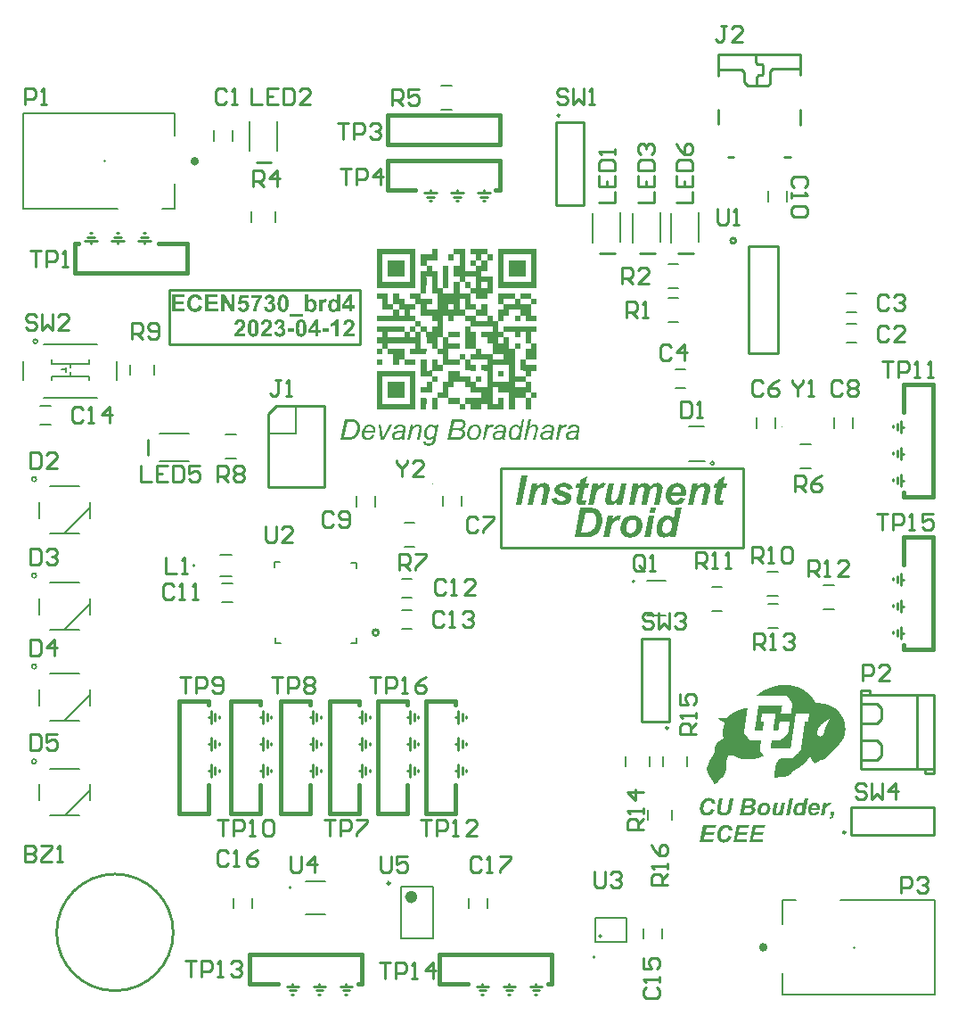
<source format=gto>
G04*
G04 #@! TF.GenerationSoftware,Altium Limited,Altium Designer,23.3.1 (30)*
G04*
G04 Layer_Color=65535*
%FSLAX44Y44*%
%MOMM*%
G71*
G04*
G04 #@! TF.SameCoordinates,964EAC65-20B9-4362-A22B-C6E90DBC7DAB*
G04*
G04*
G04 #@! TF.FilePolarity,Positive*
G04*
G01*
G75*
%ADD10C,0.4000*%
%ADD11C,0.2540*%
%ADD12C,0.2000*%
%ADD13C,0.1000*%
%ADD14C,0.1524*%
%ADD15C,0.6000*%
%ADD16C,0.2500*%
%ADD17C,0.1270*%
%ADD18C,0.3810*%
%ADD19C,0.2286*%
%ADD20C,0.2032*%
G36*
X437190Y722554D02*
X452594Y722563D01*
X452677Y722530D01*
X452710Y722447D01*
X452693Y722182D01*
X452710Y717315D01*
X457701Y717307D01*
X457750Y717323D01*
X457883Y717307D01*
X457924Y717282D01*
X457941Y717216D01*
X457924Y712101D01*
X457817Y712059D01*
X457552Y712076D01*
X452701Y712059D01*
X452693Y701787D01*
X452710Y701738D01*
X452693Y701638D01*
X452635Y701581D01*
X447487Y701564D01*
X447462Y701539D01*
X447446Y701423D01*
X447462Y701208D01*
X447454Y696416D01*
X447495Y696358D01*
X447570Y696333D01*
X457841Y696341D01*
X457924Y696308D01*
X457941Y696242D01*
X457924Y680648D01*
X457883Y680607D01*
X452735Y680590D01*
X452710Y680565D01*
X452693Y680499D01*
X452701Y675458D01*
X452677Y675400D01*
X452652Y675376D01*
X452586Y675359D01*
X442256Y675376D01*
X442215Y675417D01*
X442198Y675533D01*
X442215Y675599D01*
X442198Y680565D01*
X442173Y680590D01*
X442107Y680607D01*
X436967Y680615D01*
X436959Y685854D01*
X431819Y685846D01*
X431761Y685871D01*
X431736Y685896D01*
X431719Y685962D01*
X431711Y691085D01*
X431645Y691102D01*
X426480Y691085D01*
X426472Y680946D01*
X426488Y680896D01*
X426472Y680780D01*
X426488Y680648D01*
X426513Y680623D01*
X426579Y680607D01*
X436967Y680598D01*
X436983Y670153D01*
X437008Y670128D01*
X437124Y670111D01*
X437306Y670128D01*
X437356Y670111D01*
X442132Y670120D01*
X442190Y670078D01*
X442215Y670053D01*
X442223Y664880D01*
X447363Y664872D01*
X447421Y664897D01*
X447446Y664922D01*
X447462Y664988D01*
X447446Y665236D01*
X447462Y665286D01*
X447454Y670045D01*
X447504Y670111D01*
X447570Y670128D01*
X447884Y670111D01*
X452610Y670120D01*
X452668Y670095D01*
X452693Y670070D01*
X452710Y669954D01*
X452693Y669838D01*
X452701Y659633D01*
X457899Y659616D01*
X457941Y659575D01*
X457957Y654427D01*
X457982Y654402D01*
X458048Y654385D01*
X463188Y654377D01*
X463180Y644006D01*
X463213Y643923D01*
X463296Y643890D01*
X463610Y643907D01*
X468436Y643898D01*
X468444Y638659D01*
X473626Y638642D01*
X473667Y638601D01*
X473684Y638535D01*
X473667Y638270D01*
X473675Y628429D01*
X473667Y628255D01*
X473742Y628164D01*
X478915Y628155D01*
X478931Y601984D01*
X478956Y601959D01*
X479072Y601942D01*
X479246Y601950D01*
X489385Y601942D01*
X489410Y601967D01*
X489393Y607149D01*
X489352Y607190D01*
X489236Y607206D01*
X489186Y607190D01*
X484204Y607206D01*
X484162Y607248D01*
X484154Y607355D01*
X484162Y617511D01*
X484146Y617544D01*
X484179Y617644D01*
X484204Y617668D01*
X484270Y617685D01*
X489410Y617677D01*
X489402Y612537D01*
X489426Y612479D01*
X489468Y612438D01*
X499847Y612421D01*
X499889Y612379D01*
X499905Y612264D01*
X499889Y612197D01*
X499897Y607289D01*
X499872Y607231D01*
X499847Y607206D01*
X499781Y607190D01*
X494757Y607198D01*
X494674Y607165D01*
X494641Y607082D01*
X494658Y606718D01*
X494649Y602191D01*
X494658Y602033D01*
X494600Y601959D01*
X494533Y601942D01*
X494326Y601950D01*
X489410Y601934D01*
X489418Y596711D01*
X494600Y596695D01*
X494641Y596653D01*
X494658Y596587D01*
X494649Y596347D01*
X494666Y586216D01*
X499773Y586224D01*
X499839Y586208D01*
X499889Y586158D01*
X499905Y586042D01*
X499889Y585976D01*
X499897Y581068D01*
X499872Y581010D01*
X499847Y580985D01*
X499781Y580968D01*
X494658Y580960D01*
X494649Y570721D01*
X494658Y570581D01*
X494608Y570498D01*
X494517Y570473D01*
X494302Y570490D01*
X489509Y570481D01*
X489426Y570514D01*
X489393Y570597D01*
X489410Y570862D01*
X489402Y580968D01*
X479014Y580977D01*
X478956Y580952D01*
X478915Y580910D01*
X478923Y570606D01*
X478906Y570539D01*
X478890Y570506D01*
X478774Y570473D01*
X478608Y570490D01*
X473766Y570481D01*
X473708Y570506D01*
X473684Y570531D01*
X473667Y570597D01*
X473675Y586133D01*
X473642Y586199D01*
X473576Y586216D01*
X463230Y586232D01*
X463188Y586274D01*
X463172Y586390D01*
X463188Y586439D01*
X463172Y591422D01*
X463147Y591447D01*
X463081Y591464D01*
X457982Y591447D01*
X457957Y591422D01*
X457941Y591356D01*
X457957Y575779D01*
X457999Y575737D01*
X458065Y575721D01*
X458380Y575737D01*
X463106Y575729D01*
X463164Y575770D01*
X463188Y575795D01*
X463180Y580869D01*
X463213Y580952D01*
X463329Y580985D01*
X463495Y580968D01*
X468337Y580977D01*
X468395Y580952D01*
X468419Y580927D01*
X468436Y580861D01*
X468428Y580654D01*
X468436Y570812D01*
X468419Y570763D01*
X468436Y570713D01*
X468419Y570531D01*
X468378Y570490D01*
X468262Y570473D01*
X468196Y570490D01*
X452793Y570481D01*
X452735Y570506D01*
X452710Y570531D01*
X452693Y570597D01*
X452701Y575638D01*
X452677Y575696D01*
X452652Y575721D01*
X452536Y575737D01*
X452321Y575721D01*
X447528Y575729D01*
X447470Y575688D01*
X447446Y575613D01*
X447462Y575299D01*
X447454Y570738D01*
X447462Y570564D01*
X447404Y570490D01*
X447288Y570473D01*
X447222Y570490D01*
X437066Y570481D01*
X437008Y570506D01*
X436967Y570548D01*
X436950Y575696D01*
X436859Y575737D01*
X436495Y575721D01*
X431719Y575713D01*
X431728Y570589D01*
X431694Y570506D01*
X431579Y570473D01*
X431413Y570490D01*
X426571Y570481D01*
X426513Y570506D01*
X426488Y570531D01*
X426472Y570597D01*
X426480Y570804D01*
X426463Y575721D01*
X416241Y575729D01*
X416084Y575721D01*
X416010Y575762D01*
X415976Y575895D01*
X415993Y575944D01*
X415985Y580968D01*
X405498Y580977D01*
X405514Y586175D01*
X405539Y586199D01*
X405605Y586216D01*
X405655Y586232D01*
X405705Y586216D01*
X410704Y586232D01*
X410745Y586274D01*
X410762Y596670D01*
X410787Y596695D01*
X410853Y596711D01*
X415894Y596703D01*
X415952Y596728D01*
X415993Y596769D01*
X415985Y607074D01*
X416001Y607140D01*
X416051Y607190D01*
X416167Y607206D01*
X416217Y607190D01*
X426372Y607198D01*
X426455Y607165D01*
X426488Y607082D01*
X426472Y606768D01*
X426480Y602207D01*
X426472Y602033D01*
X426530Y601959D01*
X426596Y601942D01*
X426819Y601950D01*
X436727Y601942D01*
X436777Y601959D01*
X436909Y601942D01*
X436950Y601917D01*
X436967Y601851D01*
X436983Y596736D01*
X437075Y596695D01*
X437389Y596711D01*
X442215Y596703D01*
X442206Y591563D01*
X442239Y591480D01*
X442372Y591447D01*
X442421Y591464D01*
X452577Y591455D01*
X452644Y591472D01*
X452677Y591488D01*
X452710Y591604D01*
X452693Y591770D01*
X452701Y607090D01*
X452668Y607173D01*
X452552Y607206D01*
X452437Y607190D01*
X447504Y607206D01*
X447462Y607248D01*
X447446Y607314D01*
X447462Y607629D01*
X447454Y612355D01*
X447487Y612421D01*
X447553Y612438D01*
X452652Y612454D01*
X452693Y612495D01*
X452710Y612611D01*
X452693Y612677D01*
X452701Y617586D01*
X452677Y617644D01*
X452652Y617668D01*
X452586Y617685D01*
X436967Y617693D01*
X436983Y622891D01*
X437008Y622916D01*
X437124Y622933D01*
X437339Y622916D01*
X441966Y622924D01*
X442123Y622916D01*
X442198Y622974D01*
X442215Y623040D01*
X442206Y628164D01*
X431761Y628180D01*
X431736Y628205D01*
X431719Y628271D01*
X431736Y649096D01*
X431777Y649138D01*
X431843Y649154D01*
X432108Y649138D01*
X436959Y649154D01*
X436967Y654327D01*
X436909Y654385D01*
X436801Y654393D01*
X431794Y654385D01*
X431736Y654427D01*
X431719Y654493D01*
X431711Y659633D01*
X421282Y659616D01*
X421241Y659575D01*
X421224Y659509D01*
X421241Y659244D01*
X421224Y654427D01*
X421199Y654402D01*
X421133Y654385D01*
X416034Y654402D01*
X415993Y654443D01*
X415985Y654551D01*
X415993Y659558D01*
X415952Y659616D01*
X415885Y659633D01*
X410787Y659616D01*
X410762Y659591D01*
X410745Y659525D01*
X410754Y638659D01*
X415993Y638651D01*
X415985Y633544D01*
X416001Y633461D01*
X416051Y633411D01*
X426447Y633395D01*
X426488Y633304D01*
X426472Y632989D01*
X426480Y628246D01*
X426430Y628180D01*
X426364Y628164D01*
X416092Y628172D01*
X416010Y628139D01*
X415976Y628007D01*
X415993Y627957D01*
X415985Y617801D01*
X416001Y617735D01*
X416018Y617702D01*
X416134Y617668D01*
X416299Y617685D01*
X426472Y617693D01*
X426480Y622651D01*
X426472Y622842D01*
X426530Y622916D01*
X426596Y622933D01*
X426960Y622916D01*
X431637Y622924D01*
X431694Y622900D01*
X431719Y622875D01*
X431736Y622742D01*
X431719Y622693D01*
X431728Y617685D01*
X436967Y617677D01*
X436983Y612479D01*
X437025Y612438D01*
X442173Y612421D01*
X442198Y612396D01*
X442215Y612330D01*
X442198Y607231D01*
X442173Y607206D01*
X442107Y607190D01*
X431761Y607206D01*
X431736Y607231D01*
X431719Y607297D01*
X431711Y617685D01*
X426480Y617668D01*
X426472Y612661D01*
X426488Y612611D01*
X426472Y612495D01*
X426447Y612454D01*
X426381Y612438D01*
X410745Y612446D01*
X410729Y622891D01*
X410704Y622916D01*
X410588Y622933D01*
X410373Y622916D01*
X405746Y622924D01*
X405589Y622916D01*
X405514Y622974D01*
X405498Y623040D01*
X405490Y628164D01*
X400308Y628180D01*
X400267Y628222D01*
X400250Y628288D01*
X400267Y628602D01*
X400258Y633163D01*
X400267Y633320D01*
X400225Y633395D01*
X400159Y633411D01*
X395061Y633428D01*
X395019Y633469D01*
X395003Y633585D01*
X395019Y633651D01*
X395003Y643898D01*
X389796Y643907D01*
X389771Y643882D01*
X389788Y628205D01*
X389813Y628180D01*
X389879Y628164D01*
X394920Y628172D01*
X394978Y628147D01*
X395003Y628122D01*
X395019Y628056D01*
X395003Y622974D01*
X394961Y622933D01*
X394895Y622916D01*
X394672Y622924D01*
X379649Y622916D01*
X379599Y622933D01*
X379384Y622916D01*
X379301Y622966D01*
X379276Y623040D01*
X379285Y623280D01*
X379276Y627808D01*
X379293Y627858D01*
X379276Y628023D01*
X379293Y628122D01*
X379334Y628164D01*
X379450Y628180D01*
X379516Y628164D01*
X384482Y628180D01*
X384524Y628222D01*
X384540Y628354D01*
X384524Y628404D01*
X384532Y633312D01*
X384507Y633370D01*
X384466Y633411D01*
X358344Y633395D01*
X358319Y633370D01*
X358302Y633304D01*
X358319Y628172D01*
X373838Y628164D01*
X373888Y628180D01*
X373987Y628164D01*
X374029Y628122D01*
X374045Y628056D01*
X374054Y617685D01*
X384482Y617668D01*
X384524Y617627D01*
X384540Y617511D01*
X384524Y617445D01*
X384532Y612537D01*
X384507Y612479D01*
X384466Y612438D01*
X374070Y612454D01*
X374029Y612562D01*
X374045Y612826D01*
X374029Y617677D01*
X368872Y617685D01*
X368798Y617627D01*
X368781Y612479D01*
X368740Y612438D01*
X363591Y612454D01*
X363567Y612479D01*
X363550Y612545D01*
X363534Y622891D01*
X363509Y622916D01*
X363393Y622933D01*
X363178Y622916D01*
X358551Y622924D01*
X358394Y622916D01*
X358319Y622974D01*
X358302Y623040D01*
X358294Y628164D01*
X353071Y628155D01*
X353063Y623181D01*
X353071Y623007D01*
X353013Y622933D01*
X352947Y622916D01*
X352707Y622924D01*
X348180Y622916D01*
X348130Y622933D01*
X347965Y622916D01*
X347865Y622933D01*
X347824Y622974D01*
X347807Y623106D01*
X347824Y623156D01*
X347816Y628064D01*
X347849Y628147D01*
X347965Y628180D01*
X348130Y628164D01*
X353063Y628180D01*
X353071Y633055D01*
X353055Y633105D01*
X353071Y633271D01*
X353055Y633370D01*
X353030Y633395D01*
X352964Y633411D01*
X347865Y633428D01*
X347824Y633469D01*
X347807Y633585D01*
X347824Y633651D01*
X347816Y638560D01*
X347840Y638618D01*
X347865Y638642D01*
X347931Y638659D01*
X352956Y638651D01*
X353038Y638684D01*
X353071Y638767D01*
X353063Y639007D01*
X353071Y643534D01*
X353055Y643584D01*
X353071Y643799D01*
X353022Y643882D01*
X352947Y643907D01*
X352724Y643898D01*
X348047Y643907D01*
X347998Y643890D01*
X347865Y643907D01*
X347840Y643931D01*
X347807Y644047D01*
X347824Y644163D01*
X347816Y649038D01*
X347849Y649121D01*
X347931Y649154D01*
X348246Y649138D01*
X373946Y649146D01*
X374004Y649121D01*
X374029Y649096D01*
X374045Y649030D01*
X374054Y643907D01*
X379276Y643915D01*
X379285Y648889D01*
X379276Y649063D01*
X379334Y649138D01*
X379450Y649154D01*
X379616Y649138D01*
X384524Y649129D01*
X384532Y643907D01*
X389771Y643915D01*
X389763Y649138D01*
X384524Y649146D01*
X384516Y654385D01*
X347865Y654402D01*
X347824Y654443D01*
X347807Y654559D01*
X347824Y654625D01*
X347816Y659533D01*
X347840Y659591D01*
X347882Y659633D01*
X363509Y659649D01*
X363550Y659691D01*
X363542Y664880D01*
X353154Y664872D01*
X353096Y664897D01*
X353071Y664922D01*
X353055Y665038D01*
X353071Y665253D01*
X353063Y675111D01*
X353071Y675285D01*
X353013Y675359D01*
X352881Y675376D01*
X352831Y675359D01*
X347865Y675376D01*
X347824Y675417D01*
X347807Y675533D01*
X347824Y675599D01*
X347816Y680507D01*
X347840Y680565D01*
X347882Y680607D01*
X358278Y680590D01*
X358319Y680483D01*
X358302Y680218D01*
X358319Y670169D01*
X358360Y670128D01*
X358427Y670111D01*
X358667Y670120D01*
X363525Y670111D01*
X363550Y670136D01*
X363567Y680565D01*
X363608Y680607D01*
X368756Y680590D01*
X368781Y680565D01*
X368798Y680499D01*
X368814Y675400D01*
X368839Y675376D01*
X368905Y675359D01*
X373946Y675367D01*
X374004Y675342D01*
X374029Y675318D01*
X374045Y675251D01*
X374037Y670211D01*
X374062Y670153D01*
X374087Y670128D01*
X374153Y670111D01*
X374393Y670120D01*
X384499Y670111D01*
X384524Y670136D01*
X384532Y675260D01*
X384499Y675342D01*
X384383Y675376D01*
X384267Y675359D01*
X379334Y675376D01*
X379293Y675417D01*
X379276Y675483D01*
X379285Y675707D01*
X379276Y680251D01*
X379293Y680301D01*
X379276Y680466D01*
X379293Y680565D01*
X379318Y680590D01*
X379384Y680607D01*
X389771Y680598D01*
X389788Y675400D01*
X389813Y675376D01*
X389879Y675359D01*
X400167Y675367D01*
X400225Y675342D01*
X400250Y675318D01*
X400267Y675251D01*
X400258Y675028D01*
X400267Y670467D01*
X400250Y670418D01*
X400267Y670302D01*
X400250Y670169D01*
X400209Y670128D01*
X400143Y670111D01*
X399919Y670120D01*
X395243Y670111D01*
X395193Y670128D01*
X395061Y670111D01*
X395019Y670070D01*
X395003Y669938D01*
X395019Y669888D01*
X395011Y664980D01*
X395044Y664897D01*
X395127Y664864D01*
X395392Y664880D01*
X405415Y664872D01*
X405481Y664905D01*
X405514Y664988D01*
X405498Y665253D01*
X405506Y680507D01*
X405481Y680565D01*
X405440Y680607D01*
X400292Y680623D01*
X400250Y680714D01*
X400267Y681078D01*
X400258Y696085D01*
X400267Y696258D01*
X400209Y696333D01*
X400093Y696349D01*
X399977Y696333D01*
X395102Y696341D01*
X395036Y696308D01*
X395003Y696192D01*
X395019Y696076D01*
X395003Y680648D01*
X394978Y680623D01*
X394912Y680607D01*
X389771Y680615D01*
Y689074D01*
Y689091D01*
X389788Y701539D01*
X389829Y701581D01*
X389937Y701589D01*
X394945Y701581D01*
X395003Y701622D01*
X395019Y701688D01*
X395011Y706828D01*
X389887Y706820D01*
X389821Y706836D01*
X389771Y706886D01*
X389788Y717282D01*
X389879Y717323D01*
X390243Y717307D01*
X400019Y717315D01*
X400176Y717307D01*
X400250Y717365D01*
X400267Y717431D01*
X400258Y717671D01*
X400267Y722314D01*
X400250Y722364D01*
X400267Y722513D01*
X400308Y722554D01*
X400441Y722571D01*
X400490Y722554D01*
X405398Y722563D01*
X405481Y722530D01*
X405514Y722447D01*
X405498Y722182D01*
X405506Y712159D01*
X405481Y712101D01*
X405456Y712076D01*
X405341Y712059D01*
X405225Y712076D01*
X395061Y712059D01*
X395019Y712018D01*
X395003Y711885D01*
X395019Y711836D01*
X395027Y706828D01*
X400225Y706812D01*
X400267Y706721D01*
X400258Y706497D01*
X400267Y701821D01*
X400250Y701771D01*
X400267Y701638D01*
X400325Y701581D01*
X405382Y701589D01*
X405448Y701572D01*
X405481Y701556D01*
X405514Y701473D01*
X405498Y701208D01*
X405514Y685896D01*
X405556Y685854D01*
X405688Y685838D01*
X405738Y685854D01*
X410745Y685846D01*
X410762Y680648D01*
X410803Y680607D01*
X421199Y680623D01*
X421224Y680648D01*
X421241Y680714D01*
X421232Y680921D01*
X421241Y690862D01*
X421224Y690911D01*
X421241Y691044D01*
X421282Y691085D01*
X421348Y691102D01*
X421588Y691094D01*
X426472Y691110D01*
X426480Y696250D01*
X426455Y696308D01*
X426430Y696333D01*
X426314Y696349D01*
X426199Y696333D01*
X421282Y696349D01*
X421241Y696391D01*
X421224Y696507D01*
X421241Y696623D01*
X421232Y706745D01*
X421274Y706803D01*
X421299Y706828D01*
X426447Y706845D01*
X426488Y706936D01*
X426472Y707250D01*
X426480Y717224D01*
X426455Y717282D01*
X426430Y717307D01*
X426314Y717323D01*
X426149Y717307D01*
X421241Y717299D01*
X421224Y712117D01*
X421183Y712076D01*
X421067Y712059D01*
X420951Y712076D01*
X416076Y712067D01*
X416010Y712101D01*
X415976Y712233D01*
X415993Y712283D01*
X415985Y717191D01*
X416001Y717257D01*
X416034Y717307D01*
X416150Y717323D01*
X416366Y717307D01*
X421232Y717323D01*
X421241Y722331D01*
X421224Y722381D01*
X421241Y722513D01*
X421265Y722538D01*
X421381Y722571D01*
X421497Y722554D01*
X431620Y722563D01*
X431703Y722530D01*
X431736Y722414D01*
X431719Y722298D01*
X431736Y701622D01*
X431761Y701597D01*
X431827Y701581D01*
X442173Y701597D01*
X442198Y701622D01*
X442215Y701688D01*
X442206Y706828D01*
X437083Y706820D01*
X437017Y706836D01*
X436967Y706886D01*
X436983Y712034D01*
X437008Y712059D01*
X437075Y712076D01*
X442215Y712067D01*
X442223Y706828D01*
X447421Y706845D01*
X447446Y706870D01*
X447462Y706985D01*
X447446Y707201D01*
X447462Y707250D01*
X447446Y712067D01*
X442215Y712084D01*
X442198Y717265D01*
X442157Y717307D01*
X442090Y717323D01*
X441776Y717307D01*
X437215Y717315D01*
X437041Y717307D01*
X436983Y717348D01*
X436967Y717414D01*
X436983Y722513D01*
X437025Y722554D01*
X437141Y722571D01*
X437190Y722554D01*
D02*
G37*
G36*
X463445D02*
X499789Y722563D01*
X499872Y722530D01*
X499905Y722414D01*
X499889Y722248D01*
X499897Y685954D01*
X499864Y685871D01*
X499748Y685838D01*
X499632Y685854D01*
X489037D01*
X463288Y685846D01*
X463205Y685879D01*
X463172Y685995D01*
X463188Y686111D01*
X463180Y722455D01*
X463213Y722538D01*
X463329Y722571D01*
X463445Y722554D01*
D02*
G37*
G36*
X415952Y706812D02*
X415976Y706787D01*
X415993Y706721D01*
X415976Y685896D01*
X415935Y685854D01*
X415819Y685838D01*
X415753Y685854D01*
X410745Y685863D01*
Y696275D01*
Y696292D01*
X410762Y706787D01*
X410787Y706812D01*
X410853Y706828D01*
X415952Y706812D01*
D02*
G37*
G36*
X348080Y722554D02*
X358758D01*
X384425Y722563D01*
X384507Y722530D01*
X384540Y722414D01*
X384524Y722298D01*
X384532Y685954D01*
X384499Y685871D01*
X384383Y685838D01*
X384267Y685854D01*
X347923Y685846D01*
X347840Y685879D01*
X347807Y685995D01*
X347824Y686111D01*
X347816Y722455D01*
X347849Y722538D01*
X347965Y722571D01*
X348080Y722554D01*
D02*
G37*
G36*
X494616Y680590D02*
X494641Y680565D01*
X494658Y680449D01*
Y680400D01*
Y680383D01*
X494641Y680317D01*
X494658Y680102D01*
X494666Y675359D01*
X499789Y675367D01*
X499872Y675334D01*
X499905Y675218D01*
X499889Y675053D01*
X499897Y670211D01*
X499872Y670153D01*
X499847Y670128D01*
X499781Y670111D01*
X499557Y670120D01*
X494658Y670103D01*
X494649Y659716D01*
X494674Y659658D01*
X494749Y659633D01*
X499847Y659616D01*
X499889Y659575D01*
X499905Y659459D01*
X499889Y659393D01*
X499897Y654484D01*
X499872Y654427D01*
X499831Y654385D01*
X489451Y654402D01*
X489410Y654443D01*
X489393Y654559D01*
X489410Y654675D01*
X489393Y659591D01*
X489369Y659616D01*
X489302Y659633D01*
X484162Y659641D01*
X484146Y664839D01*
X484121Y664864D01*
X484055Y664880D01*
X473725Y664864D01*
X473684Y664822D01*
X473667Y664756D01*
X473675Y664566D01*
X473667Y659856D01*
X473684Y659807D01*
X473667Y659691D01*
X473642Y659649D01*
X473576Y659633D01*
X468477Y659616D01*
X468436Y659575D01*
X468419Y659509D01*
X468436Y659244D01*
X468428Y654650D01*
X468436Y654476D01*
X468395Y654402D01*
X468328Y654385D01*
X463188Y654393D01*
X463180Y664765D01*
X463197Y664831D01*
X463230Y664864D01*
X463296Y664880D01*
X468337Y664872D01*
X468395Y664897D01*
X468419Y664922D01*
X468436Y664988D01*
X468428Y665211D01*
X468436Y670103D01*
X463520Y670120D01*
X463445Y670128D01*
X463395Y670111D01*
X463230Y670128D01*
X463205Y670153D01*
X463172Y670269D01*
X463188Y670385D01*
X463180Y680507D01*
X463205Y680565D01*
X463246Y680607D01*
X478873Y680590D01*
X478915Y680549D01*
X478923Y680441D01*
X478915Y675367D01*
X484162Y675351D01*
X484179Y670153D01*
X484204Y670128D01*
X484320Y670111D01*
X484502Y670128D01*
X484551Y670111D01*
X494633Y670128D01*
X494641Y675351D01*
X484162Y675367D01*
X484154Y680491D01*
X484171Y680557D01*
X484220Y680607D01*
X494616Y680590D01*
D02*
G37*
G36*
X484162Y659624D02*
Y656165D01*
Y656148D01*
X484146Y654427D01*
X484121Y654402D01*
X484055Y654385D01*
X478956Y654402D01*
X478931Y654427D01*
X478915Y654493D01*
X478931Y659591D01*
X478956Y659616D01*
X479022Y659633D01*
X484162Y659624D01*
D02*
G37*
G36*
X426472Y643849D02*
X426488Y643733D01*
X426472Y643567D01*
X426480Y638742D01*
X426447Y638675D01*
X426331Y638642D01*
X426215Y638659D01*
X415993Y638667D01*
X415985Y643774D01*
X416001Y643857D01*
X416034Y643890D01*
X416101Y643907D01*
X416307Y643898D01*
X419246Y643907D01*
X419262D01*
X426207Y643898D01*
X426397Y643907D01*
X426472Y643849D01*
D02*
G37*
G36*
X468759Y649138D02*
X499806Y649146D01*
X499864Y649121D01*
X499889Y649096D01*
X499905Y648947D01*
X499889Y648898D01*
X499897Y644006D01*
X499880Y643940D01*
X499847Y643907D01*
X499731Y643890D01*
X499566Y643907D01*
X494906Y643898D01*
X494732Y643907D01*
X494658Y643849D01*
X494641Y643782D01*
X494658Y643418D01*
X494666Y633411D01*
X499847Y633395D01*
X499889Y633353D01*
X499905Y633237D01*
X499889Y633171D01*
X499897Y617784D01*
X499864Y617702D01*
X499781Y617668D01*
X499516Y617685D01*
X489410Y617693D01*
X489402Y628081D01*
X489426Y628139D01*
X489534Y628180D01*
X489749Y628164D01*
X494600Y628180D01*
X494641Y628222D01*
X494658Y628288D01*
X494641Y628602D01*
X494633Y633411D01*
X489451Y633428D01*
X489410Y633469D01*
X489393Y633585D01*
X489410Y633651D01*
X489393Y643849D01*
X489352Y643890D01*
X489286Y643907D01*
X489079Y643898D01*
X484502Y643907D01*
X484452Y643890D01*
X484336Y643907D01*
X484204Y643890D01*
X484179Y643865D01*
X484162Y643799D01*
X484146Y638700D01*
X484104Y638659D01*
X483988Y638642D01*
X483939Y638659D01*
X479014Y638651D01*
X478956Y638675D01*
X478915Y638717D01*
X478923Y643774D01*
X478906Y643857D01*
X478873Y643890D01*
X478807Y643907D01*
X478584Y643898D01*
X468858Y643907D01*
X468842D01*
X468436Y643915D01*
X468428Y649055D01*
X468453Y649113D01*
X468477Y649138D01*
X468593Y649154D01*
X468759Y649138D01*
D02*
G37*
G36*
X484121Y633395D02*
X484162Y633353D01*
X484146Y628205D01*
X484121Y628180D01*
X484055Y628164D01*
X478915Y628172D01*
Y629860D01*
Y629877D01*
X478931Y633370D01*
X478973Y633411D01*
X484121Y633395D01*
D02*
G37*
G36*
X353013Y617668D02*
X353055Y617627D01*
X353071Y617561D01*
X353063Y617354D01*
X353071Y613257D01*
Y613240D01*
X353063Y612686D01*
X353071Y612512D01*
X353030Y612454D01*
X352964Y612438D01*
X347865Y612454D01*
X347824Y612495D01*
X347807Y612611D01*
X347824Y612661D01*
X347816Y617586D01*
X347840Y617644D01*
X347865Y617668D01*
X347931Y617685D01*
X353013Y617668D01*
D02*
G37*
G36*
X405456D02*
X405498Y617627D01*
X405514Y617511D01*
X405498Y617395D01*
X405514Y612479D01*
X405539Y612454D01*
X405605Y612438D01*
X410745Y612429D01*
X410729Y607231D01*
X410704Y607206D01*
X410638Y607190D01*
X400267Y607182D01*
X400275Y601942D01*
X405415Y601950D01*
X405473Y601926D01*
X405498Y601901D01*
X405514Y601785D01*
X405498Y601669D01*
X405506Y596794D01*
X405481Y596736D01*
X405456Y596711D01*
X405341Y596695D01*
X405175Y596711D01*
X400267Y596703D01*
X400258Y586464D01*
X400267Y586307D01*
X400225Y586232D01*
X400159Y586216D01*
X389813Y586232D01*
X389771Y586274D01*
X389788Y591422D01*
X389813Y591447D01*
X389879Y591464D01*
X394887Y591455D01*
X394969Y591472D01*
X395003Y591505D01*
X395019Y591571D01*
X395011Y596612D01*
X395036Y596670D01*
X395061Y596695D01*
X395127Y596711D01*
X400258Y596728D01*
X400267Y601917D01*
X400242Y601942D01*
X398404D01*
X390036Y601950D01*
X389846Y601942D01*
X389788Y601984D01*
X389771Y602050D01*
X389788Y617644D01*
X389813Y617668D01*
X389879Y617685D01*
X394978Y617668D01*
X395003Y617644D01*
X395019Y617578D01*
X395011Y607289D01*
X395036Y607231D01*
X395061Y607206D01*
X395127Y607190D01*
X400258Y607206D01*
X400267Y617445D01*
X400250Y617495D01*
X400267Y617627D01*
X400308Y617668D01*
X400374Y617685D01*
X405456Y617668D01*
D02*
G37*
G36*
X442537Y601942D02*
X446908D01*
X447363Y601950D01*
X447421Y601926D01*
X447446Y601901D01*
X447462Y601835D01*
X447454Y601595D01*
X447462Y597067D01*
X447446Y597017D01*
X447462Y596852D01*
X447446Y596753D01*
X447404Y596711D01*
X447288Y596695D01*
X447123Y596711D01*
X442215Y596720D01*
X442206Y601860D01*
X442231Y601917D01*
X442256Y601942D01*
X442372Y601959D01*
X442537Y601942D01*
D02*
G37*
G36*
X400540Y580968D02*
X405498Y580960D01*
Y575630D01*
Y575613D01*
X405506Y570573D01*
X405481Y570514D01*
X405374Y570473D01*
X405159Y570490D01*
X400350Y570481D01*
X400292Y570506D01*
X400267Y570531D01*
X400250Y570647D01*
X400267Y570862D01*
X400258Y580886D01*
X400283Y580943D01*
X400308Y580968D01*
X400424Y580985D01*
X400540Y580968D01*
D02*
G37*
G36*
X390111D02*
X394920Y580977D01*
X394978Y580952D01*
X395003Y580927D01*
X395019Y580861D01*
X395003Y570531D01*
X394961Y570490D01*
X394845Y570473D01*
X394779Y570490D01*
X389871Y570481D01*
X389813Y570506D01*
X389771Y570548D01*
Y572799D01*
Y572816D01*
X389788Y580943D01*
X389896Y580985D01*
X390111Y580968D01*
D02*
G37*
G36*
X348080Y607190D02*
X384425Y607198D01*
X384507Y607165D01*
X384540Y607049D01*
X384524Y606933D01*
X384532Y570589D01*
X384499Y570506D01*
X384383Y570473D01*
X384218Y570490D01*
X384052D01*
X347923Y570481D01*
X347840Y570514D01*
X347807Y570630D01*
X347824Y570746D01*
X347816Y607090D01*
X347849Y607173D01*
X347965Y607206D01*
X348080Y607190D01*
D02*
G37*
G36*
X736318Y308873D02*
X736831Y308861D01*
X736867Y308849D01*
X737161Y308837D01*
X737197Y308825D01*
X737423Y308806D01*
X737619Y308794D01*
X737985Y308782D01*
X738229Y308769D01*
X738376Y308757D01*
X738486Y308745D01*
X738584Y308733D01*
X738742Y308708D01*
X738840Y308696D01*
X738950Y308684D01*
X739084Y308672D01*
X739304Y308660D01*
X739475Y308647D01*
X739573Y308635D01*
X739793Y308598D01*
X739854Y308586D01*
X739927Y308574D01*
X740092Y308556D01*
X740251Y308544D01*
X740428Y308525D01*
X740575Y308501D01*
X740636Y308489D01*
X740733Y308464D01*
X740807Y308452D01*
X740904Y308440D01*
X741063Y308428D01*
X741173Y308415D01*
X741246Y308403D01*
X741308Y308391D01*
X741503Y308342D01*
X741564Y308330D01*
X741674Y308318D01*
X741821Y308305D01*
X741918Y308293D01*
X741992Y308281D01*
X742095Y308250D01*
X742181Y308226D01*
X742230Y308214D01*
X742315Y308202D01*
X742505Y308183D01*
X742578Y308171D01*
X742676Y308147D01*
X742779Y308116D01*
X742877Y308092D01*
X743128Y308061D01*
X743225Y308037D01*
X743323Y308000D01*
X743421Y307976D01*
X743641Y307951D01*
X743702Y307939D01*
X743751Y307927D01*
X743854Y307896D01*
X743940Y307872D01*
X743989Y307859D01*
X744160Y307835D01*
X744251Y307817D01*
X744386Y307768D01*
X744453Y307750D01*
X744502Y307737D01*
X744587Y307725D01*
X744691Y307707D01*
X744740Y307695D01*
X744801Y307670D01*
X744880Y307640D01*
X744978Y307615D01*
X745143Y307597D01*
X745192Y307585D01*
X745314Y307536D01*
X745369Y307518D01*
X745467Y307493D01*
X745607Y307475D01*
X745705Y307438D01*
X745809Y307395D01*
X745858Y307383D01*
X746035Y307353D01*
X746157Y307304D01*
X746236Y307273D01*
X746322Y307261D01*
X746371Y307249D01*
X746462Y307230D01*
X746603Y307163D01*
X746652Y307151D01*
X746737Y307139D01*
X746786Y307127D01*
X746853Y307108D01*
X746981Y307041D01*
X747128Y307017D01*
X747207Y306986D01*
X747348Y306919D01*
X747488Y306901D01*
X747537Y306888D01*
X747598Y306864D01*
X747617Y306846D01*
X747641Y306833D01*
X747702Y306809D01*
X747800Y306785D01*
X747873Y306772D01*
X747959Y306723D01*
X748044Y306687D01*
X748093Y306675D01*
X748172Y306656D01*
X748233Y306632D01*
X748325Y306577D01*
X748404Y306559D01*
X748465Y306546D01*
X748514Y306534D01*
X748557Y306516D01*
X748716Y306443D01*
X748795Y306424D01*
X748856Y306400D01*
X748948Y306345D01*
X749046Y306320D01*
X749143Y306284D01*
X749217Y306235D01*
X749302Y306210D01*
X749351Y306198D01*
X749418Y306180D01*
X749492Y306131D01*
X749510Y306113D01*
X749595Y306088D01*
X749662Y306070D01*
X749724Y306046D01*
X749754Y306015D01*
X749815Y305991D01*
X749901Y305966D01*
X749968Y305948D01*
X750041Y305899D01*
X750096Y305868D01*
X750249Y305814D01*
X750267Y305795D01*
X750292Y305783D01*
X750402Y305734D01*
X750499Y305697D01*
X750524Y305673D01*
X750548Y305661D01*
X750634Y305624D01*
X750731Y305588D01*
X750798Y305533D01*
X750878Y305502D01*
X750945Y305484D01*
X751018Y305435D01*
X751049Y305404D01*
X751116Y305386D01*
X751165Y305374D01*
X751226Y305349D01*
X751281Y305294D01*
X751342Y305270D01*
X751391Y305258D01*
X751476Y305209D01*
X751513Y305172D01*
X751629Y305130D01*
X751696Y305087D01*
X751721Y305062D01*
X751782Y305038D01*
X751861Y305007D01*
X751977Y304928D01*
X752057Y304897D01*
X752124Y304855D01*
X752148Y304830D01*
X752234Y304793D01*
X752295Y304769D01*
X752356Y304708D01*
X752441Y304671D01*
X752527Y304623D01*
X752564Y304586D01*
X752625Y304562D01*
X752710Y304513D01*
X752747Y304476D01*
X752832Y304439D01*
X752893Y304403D01*
X752942Y304354D01*
X753101Y304268D01*
X753138Y304232D01*
X753272Y304158D01*
X753321Y304109D01*
X753400Y304079D01*
X753443Y304048D01*
X753510Y303993D01*
X753614Y303939D01*
X753675Y303877D01*
X753700Y303865D01*
X753785Y303804D01*
X753810Y303780D01*
X753834Y303768D01*
X753919Y303719D01*
X753993Y303645D01*
X754103Y303584D01*
X754164Y303523D01*
X754274Y303462D01*
X754323Y303413D01*
X754347Y303401D01*
X754433Y303340D01*
X754481Y303291D01*
X754506Y303279D01*
X754616Y303193D01*
X754640Y303169D01*
X754750Y303108D01*
X754811Y303047D01*
X754836Y303035D01*
X754903Y302980D01*
X754933Y302949D01*
X754958Y302937D01*
X755043Y302876D01*
X755080Y302839D01*
X755104Y302827D01*
X755220Y302748D01*
X755263Y302705D01*
X755349Y302656D01*
X755379Y302638D01*
X755391Y302613D01*
X755410Y302595D01*
X755434Y302583D01*
X755520Y302522D01*
X755556Y302485D01*
X755581Y302473D01*
X755697Y302393D01*
X755740Y302351D01*
X755764Y302338D01*
X755849Y302277D01*
X755898Y302228D01*
X755923Y302216D01*
X755990Y302161D01*
X756033Y302118D01*
X756118Y302070D01*
X756155Y302033D01*
X756173Y302027D01*
X756179Y302009D01*
X756204Y301996D01*
X756308Y301929D01*
X756320Y301905D01*
X756350Y301874D01*
X756375Y301862D01*
X756442Y301807D01*
X756485Y301764D01*
X756509Y301752D01*
X756576Y301697D01*
X756619Y301654D01*
X756704Y301605D01*
X756772Y301551D01*
X756802Y301520D01*
X756827Y301508D01*
X756894Y301453D01*
X756949Y301398D01*
X756973Y301386D01*
X757040Y301331D01*
X757047Y301312D01*
X757071Y301300D01*
X757095Y301276D01*
X757120Y301264D01*
X757150Y301245D01*
X757162Y301221D01*
X757205Y301178D01*
X757230Y301166D01*
X757297Y301111D01*
X757352Y301056D01*
X757437Y301007D01*
X757535Y300909D01*
X757560Y300897D01*
X757657Y300799D01*
X757682Y300787D01*
X757767Y300702D01*
X757792Y300689D01*
X757859Y300634D01*
X757871Y300610D01*
X757889Y300592D01*
X757914Y300579D01*
X757981Y300524D01*
X758048Y300457D01*
X758073Y300445D01*
X758146Y300372D01*
X758170Y300359D01*
X758195Y300335D01*
X758219Y300323D01*
X758305Y300237D01*
X758329Y300225D01*
X758353Y300201D01*
X758378Y300189D01*
X758586Y299981D01*
X758610Y299969D01*
X758720Y299859D01*
X758744Y299846D01*
X758854Y299737D01*
X758879Y299724D01*
X758897Y299706D01*
X758909Y299682D01*
X758952Y299639D01*
X758976Y299627D01*
X759031Y299572D01*
X759044Y299547D01*
X759062Y299529D01*
X759086Y299517D01*
X759221Y299382D01*
X759245Y299370D01*
X759276Y299327D01*
X759318Y299285D01*
X759343Y299272D01*
X759398Y299217D01*
X759410Y299193D01*
X759453Y299163D01*
X759508Y299107D01*
X759520Y299083D01*
X759538Y299065D01*
X759563Y299053D01*
X759630Y298985D01*
X759642Y298961D01*
X759673Y298930D01*
X759697Y298918D01*
X759728Y298888D01*
X759740Y298863D01*
X759795Y298808D01*
X759819Y298796D01*
X759838Y298778D01*
X759850Y298753D01*
X759917Y298686D01*
X759941Y298674D01*
X759960Y298656D01*
X759972Y298631D01*
X760094Y298509D01*
X760106Y298484D01*
X760137Y298454D01*
X760161Y298442D01*
X760192Y298411D01*
X760204Y298387D01*
X760326Y298265D01*
X760338Y298240D01*
X760369Y298210D01*
X760393Y298197D01*
X760424Y298167D01*
X760436Y298143D01*
X760491Y298075D01*
X760516Y298063D01*
X760534Y298045D01*
X760546Y298020D01*
X760571Y297996D01*
X760583Y297971D01*
X760680Y297874D01*
X760693Y297849D01*
X760766Y297776D01*
X760778Y297752D01*
X760803Y297727D01*
X760815Y297703D01*
X760900Y297617D01*
X760912Y297593D01*
X760967Y297526D01*
X760992Y297514D01*
X761022Y297471D01*
X761077Y297404D01*
X761145Y297336D01*
X761157Y297312D01*
X761175Y297281D01*
X761199Y297269D01*
X761230Y297239D01*
X761242Y297214D01*
X761328Y297104D01*
X761352Y297080D01*
X761364Y297055D01*
X761425Y296970D01*
X761474Y296921D01*
X761487Y296897D01*
X761542Y296829D01*
X761597Y296775D01*
X761609Y296750D01*
X761664Y296683D01*
X761706Y296640D01*
X761719Y296616D01*
X761768Y296530D01*
X761829Y296469D01*
X761890Y296359D01*
X761908Y296341D01*
X761932Y296329D01*
X762006Y296206D01*
X762048Y296164D01*
X762061Y296139D01*
X762110Y296054D01*
X762171Y295993D01*
X762183Y295968D01*
X762232Y295883D01*
X762293Y295822D01*
X762366Y295687D01*
X762391Y295663D01*
X762403Y295639D01*
X762476Y295504D01*
X762525Y295455D01*
X762610Y295296D01*
X762659Y295248D01*
X762671Y295199D01*
X762732Y295113D01*
X762769Y295077D01*
X762800Y294997D01*
X762830Y294954D01*
X762879Y294906D01*
X762904Y294844D01*
X762940Y294783D01*
X762977Y294747D01*
X762989Y294722D01*
X763050Y294612D01*
X763068Y294582D01*
X763093Y294570D01*
X763136Y294490D01*
X763185Y294405D01*
X763233Y294356D01*
X763294Y294246D01*
X763355Y294185D01*
X763417Y294075D01*
X763465Y294026D01*
X763527Y293916D01*
X763588Y293855D01*
X763649Y293745D01*
X763710Y293684D01*
X763771Y293574D01*
X763820Y293525D01*
X763868Y293440D01*
X763954Y293354D01*
X764003Y293269D01*
X764064Y293208D01*
X764113Y293122D01*
X764174Y293061D01*
X764223Y292976D01*
X764296Y292902D01*
X764339Y292823D01*
X764363Y292811D01*
X764406Y292768D01*
X764418Y292743D01*
X764473Y292676D01*
X764516Y292634D01*
X764528Y292609D01*
X764614Y292499D01*
X764662Y292450D01*
X764675Y292426D01*
X764730Y292371D01*
X764754Y292359D01*
X764840Y292273D01*
X764974Y292200D01*
X765035Y292139D01*
X765084Y292127D01*
X765243Y292017D01*
X765292Y292005D01*
X765438Y291907D01*
X765487Y291895D01*
X765566Y291864D01*
X765609Y291821D01*
X765695Y291785D01*
X765811Y291742D01*
X765853Y291711D01*
X765939Y291675D01*
X766037Y291650D01*
X766220Y291565D01*
X766269Y291553D01*
X766409Y291522D01*
X766623Y291455D01*
X766672Y291443D01*
X766794Y291430D01*
X767942Y291443D01*
X769158Y291424D01*
X769438Y291412D01*
X769646Y291400D01*
X769793Y291388D01*
X769915Y291376D01*
X770300Y291333D01*
X770349Y291320D01*
X770758Y291302D01*
X770917Y291290D01*
X771026Y291278D01*
X771124Y291266D01*
X771198Y291253D01*
X771258Y291241D01*
X771405Y291217D01*
X771570Y291198D01*
X771833Y291180D01*
X771930Y291168D01*
X772004Y291156D01*
X772065Y291143D01*
X772138Y291131D01*
X772205Y291113D01*
X772352Y291088D01*
X772437Y291076D01*
X772663Y291058D01*
X772737Y291046D01*
X772785Y291033D01*
X772853Y291015D01*
X772938Y290991D01*
X772987Y290979D01*
X773109Y290966D01*
X773195Y290954D01*
X773335Y290936D01*
X773433Y290911D01*
X773512Y290881D01*
X773610Y290856D01*
X773732Y290844D01*
X773818Y290832D01*
X773946Y290801D01*
X774044Y290765D01*
X774111Y290746D01*
X774160Y290734D01*
X774245Y290722D01*
X774361Y290704D01*
X774410Y290691D01*
X774471Y290667D01*
X774550Y290637D01*
X774648Y290612D01*
X774825Y290581D01*
X774886Y290557D01*
X775015Y290502D01*
X775100Y290490D01*
X775149Y290478D01*
X775216Y290459D01*
X775320Y290404D01*
X775406Y290380D01*
X775491Y290368D01*
X775540Y290355D01*
X775723Y290270D01*
X775925Y290227D01*
X776077Y290148D01*
X776193Y290130D01*
X776242Y290117D01*
X776316Y290081D01*
X776444Y290026D01*
X776548Y290007D01*
X776609Y289983D01*
X776712Y289928D01*
X776798Y289904D01*
X776908Y289879D01*
X776993Y289818D01*
X777061Y289800D01*
X777110Y289788D01*
X777171Y289775D01*
X777250Y289745D01*
X777323Y289696D01*
X777470Y289659D01*
X777531Y289635D01*
X777604Y289586D01*
X777665Y289562D01*
X777745Y289543D01*
X777794Y289531D01*
X777861Y289488D01*
X777922Y289452D01*
X778062Y289421D01*
X778123Y289397D01*
X778166Y289366D01*
X778276Y289317D01*
X778343Y289299D01*
X778404Y289275D01*
X778423Y289256D01*
X778447Y289244D01*
X778532Y289207D01*
X778612Y289189D01*
X778673Y289165D01*
X778704Y289134D01*
X778728Y289122D01*
X778813Y289085D01*
X778881Y289067D01*
X778948Y289024D01*
X779009Y288987D01*
X779094Y288963D01*
X779162Y288945D01*
X779235Y288896D01*
X779363Y288841D01*
X779443Y288810D01*
X779473Y288780D01*
X779498Y288768D01*
X779583Y288731D01*
X779650Y288713D01*
X779724Y288664D01*
X779742Y288645D01*
X779803Y288621D01*
X779852Y288609D01*
X779962Y288548D01*
X779986Y288523D01*
X780157Y288462D01*
X780182Y288438D01*
X780206Y288426D01*
X780230Y288401D01*
X780383Y288346D01*
X780426Y288303D01*
X780450Y288291D01*
X780511Y288267D01*
X780591Y288236D01*
X780633Y288206D01*
X780707Y288157D01*
X780823Y288114D01*
X780866Y288071D01*
X780890Y288059D01*
X780951Y288035D01*
X781031Y288004D01*
X781073Y287974D01*
X781110Y287937D01*
X781226Y287894D01*
X781287Y287858D01*
X781299Y287833D01*
X781354Y287803D01*
X781434Y287772D01*
X781501Y287729D01*
X781537Y287693D01*
X781617Y287662D01*
X781684Y287619D01*
X781708Y287595D01*
X781733Y287583D01*
X781818Y287546D01*
X781843Y287534D01*
X781910Y287479D01*
X781928Y287461D01*
X782008Y287430D01*
X782075Y287387D01*
X782112Y287351D01*
X782173Y287326D01*
X782258Y287277D01*
X782307Y287229D01*
X782368Y287204D01*
X782454Y287155D01*
X782502Y287106D01*
X782637Y287033D01*
X782673Y286996D01*
X782808Y286923D01*
X782857Y286874D01*
X782918Y286850D01*
X782979Y286813D01*
X783046Y286758D01*
X783144Y286697D01*
X783186Y286654D01*
X783211Y286642D01*
X783296Y286593D01*
X783345Y286544D01*
X783370Y286532D01*
X783480Y286471D01*
X783553Y286398D01*
X783638Y286349D01*
X783699Y286288D01*
X783785Y286239D01*
X783809Y286215D01*
X783834Y286202D01*
X783870Y286166D01*
X783956Y286117D01*
X784029Y286044D01*
X784054Y286031D01*
X784121Y285977D01*
X784164Y285934D01*
X784249Y285885D01*
X784310Y285824D01*
X784420Y285763D01*
X784493Y285689D01*
X784518Y285677D01*
X784585Y285622D01*
X784640Y285567D01*
X784664Y285555D01*
X784750Y285469D01*
X784774Y285457D01*
X784854Y285402D01*
X784866Y285378D01*
X784994Y285286D01*
X785055Y285225D01*
X785080Y285213D01*
X785104Y285189D01*
X785129Y285176D01*
X785214Y285091D01*
X785275Y285054D01*
X785294Y285036D01*
X785306Y285012D01*
X785324Y284993D01*
X785349Y284981D01*
X785416Y284926D01*
X785483Y284859D01*
X785507Y284847D01*
X785605Y284749D01*
X785629Y284737D01*
X785929Y284437D01*
X785935Y284419D01*
X785959Y284407D01*
X785990Y284376D01*
X786002Y284352D01*
X786026Y284327D01*
X786039Y284303D01*
X786081Y284272D01*
X786112Y284242D01*
X786124Y284217D01*
X786167Y284163D01*
X786191Y284150D01*
X786222Y284120D01*
X786234Y284095D01*
X786289Y284028D01*
X786313Y284016D01*
X786332Y283998D01*
X786344Y283973D01*
X786399Y283906D01*
X786466Y283839D01*
X786478Y283814D01*
X786533Y283747D01*
X786576Y283704D01*
X786588Y283680D01*
X786643Y283613D01*
X786686Y283570D01*
X786698Y283546D01*
X786759Y283460D01*
X786778Y283442D01*
X786796Y283436D01*
X786808Y283411D01*
X786863Y283332D01*
X786888Y283320D01*
X786918Y283289D01*
X786930Y283265D01*
X787016Y283155D01*
X787040Y283130D01*
X787053Y283106D01*
X787113Y283020D01*
X787162Y282972D01*
X787211Y282886D01*
X787254Y282855D01*
X787272Y282837D01*
X787321Y282752D01*
X787394Y282678D01*
X787443Y282593D01*
X787504Y282532D01*
X787566Y282422D01*
X787639Y282349D01*
X787682Y282269D01*
X787706Y282257D01*
X787737Y282227D01*
X787798Y282117D01*
X787834Y282080D01*
X787846Y282055D01*
X787871Y282031D01*
X787920Y281945D01*
X787993Y281872D01*
X788005Y281823D01*
X788091Y281738D01*
X788152Y281628D01*
X788188Y281591D01*
X788201Y281567D01*
X788250Y281481D01*
X788323Y281408D01*
X788396Y281274D01*
X788445Y281225D01*
X788506Y281115D01*
X788567Y281054D01*
X788628Y280944D01*
X788665Y280907D01*
X788677Y280883D01*
X788738Y280773D01*
X788799Y280712D01*
X788830Y280632D01*
X788848Y280614D01*
X788860Y280590D01*
X788909Y280541D01*
X788982Y280406D01*
X789031Y280358D01*
X789105Y280223D01*
X789141Y280187D01*
X789153Y280162D01*
X789214Y280052D01*
X789263Y280003D01*
X789288Y279942D01*
X789337Y279857D01*
X789373Y279820D01*
X789459Y279661D01*
X789495Y279625D01*
X789532Y279539D01*
X789569Y279478D01*
X789618Y279429D01*
X789642Y279368D01*
X789691Y279283D01*
X789727Y279246D01*
X789764Y279160D01*
X789801Y279099D01*
X789837Y279063D01*
X789850Y279038D01*
X789886Y278953D01*
X789923Y278892D01*
X789960Y278855D01*
X789972Y278831D01*
X789996Y278770D01*
X790045Y278684D01*
X790070Y278660D01*
X790082Y278635D01*
X790106Y278574D01*
X790155Y278489D01*
X790180Y278464D01*
X790192Y278440D01*
X790240Y278330D01*
X790253Y278305D01*
X790289Y278269D01*
X790302Y278244D01*
X790326Y278220D01*
X790344Y278153D01*
X790381Y278079D01*
X790399Y278061D01*
X790412Y278037D01*
X790436Y278012D01*
X790479Y277896D01*
X790497Y277854D01*
X790534Y277817D01*
X790546Y277792D01*
X790583Y277707D01*
X790607Y277646D01*
X790662Y277579D01*
X790723Y277420D01*
X790766Y277377D01*
X790778Y277353D01*
X790802Y277292D01*
X790833Y277212D01*
X790851Y277194D01*
X790863Y277169D01*
X790888Y277145D01*
X790925Y277060D01*
X790943Y276992D01*
X791004Y276895D01*
X791034Y276828D01*
X791047Y276779D01*
X791120Y276644D01*
X791157Y276559D01*
X791199Y276443D01*
X791230Y276412D01*
X791242Y276388D01*
X791279Y276302D01*
X791291Y276253D01*
X791340Y276168D01*
X791376Y276107D01*
X791401Y276021D01*
X791419Y275954D01*
X791462Y275887D01*
X791511Y275777D01*
X791523Y275704D01*
X791596Y275569D01*
X791621Y275508D01*
X791639Y275429D01*
X791651Y275380D01*
X791694Y275313D01*
X791743Y275203D01*
X791761Y275124D01*
X791786Y275062D01*
X791804Y275044D01*
X791853Y274934D01*
X791890Y274763D01*
X791938Y274690D01*
X791963Y274629D01*
X791975Y274580D01*
X792006Y274440D01*
X792024Y274397D01*
X792085Y274262D01*
X792097Y274177D01*
X792109Y274128D01*
X792128Y274061D01*
X792195Y273920D01*
X792219Y273774D01*
X792250Y273645D01*
X792280Y273578D01*
X792305Y273517D01*
X792329Y273419D01*
X792348Y273267D01*
X792360Y273218D01*
X792396Y273120D01*
X792415Y273053D01*
X792439Y272968D01*
X792470Y272717D01*
X792482Y272656D01*
X792500Y272589D01*
X792537Y272467D01*
X792549Y272381D01*
X792561Y272332D01*
X792580Y272045D01*
X792592Y271948D01*
X792604Y271874D01*
X792616Y271826D01*
X792629Y271764D01*
X792641Y271691D01*
X792659Y271526D01*
X792671Y271477D01*
X792690Y271105D01*
X792702Y270946D01*
X792714Y270836D01*
X792726Y270763D01*
X792751Y270628D01*
X792781Y270378D01*
X792794Y270256D01*
X792806Y269987D01*
X792818Y269828D01*
X792830Y269706D01*
X792842Y269657D01*
X792861Y269554D01*
X792873Y269480D01*
X792891Y269315D01*
X792903Y269266D01*
X792916Y268961D01*
X792928Y268766D01*
X792946Y268454D01*
X792958Y268344D01*
X792971Y268246D01*
X792983Y268137D01*
X792995Y268039D01*
X793007Y267782D01*
X793019Y267379D01*
X793026Y266750D01*
X793013Y266714D01*
X793001Y266115D01*
X792989Y266078D01*
X792977Y265919D01*
X792964Y265883D01*
X792946Y265730D01*
X792934Y265608D01*
X792922Y265376D01*
X792909Y265132D01*
X792897Y264973D01*
X792885Y264900D01*
X792861Y264777D01*
X792836Y264680D01*
X792824Y264606D01*
X792812Y264496D01*
X792787Y264179D01*
X792763Y264020D01*
X792738Y263922D01*
X792714Y263800D01*
X792702Y263727D01*
X792690Y263605D01*
X792677Y263470D01*
X792665Y263373D01*
X792653Y263299D01*
X792616Y263153D01*
X792598Y263086D01*
X792586Y263000D01*
X792574Y262951D01*
X792555Y262713D01*
X792543Y262640D01*
X792531Y262579D01*
X792506Y262481D01*
X792488Y262414D01*
X792464Y262267D01*
X792451Y262145D01*
X792421Y261968D01*
X792409Y261919D01*
X792354Y261742D01*
X792342Y261656D01*
X792329Y261534D01*
X792317Y261449D01*
X792305Y261400D01*
X792250Y261247D01*
X792232Y261180D01*
X792219Y261095D01*
X792189Y260954D01*
X792152Y260856D01*
X792122Y260789D01*
X792109Y260704D01*
X792097Y260655D01*
X792085Y260557D01*
X792073Y260520D01*
X792012Y260386D01*
X791987Y260301D01*
X791957Y260172D01*
X791902Y260069D01*
X791877Y259983D01*
X791865Y259934D01*
X791847Y259855D01*
X791822Y259794D01*
X791780Y259714D01*
X791755Y259629D01*
X791743Y259580D01*
X791712Y259501D01*
X791682Y259458D01*
X791633Y259348D01*
X791621Y259275D01*
X791572Y259189D01*
X791535Y259128D01*
X791511Y259030D01*
X791480Y258951D01*
X791450Y258908D01*
X791401Y258798D01*
X791370Y258719D01*
X791340Y258676D01*
X791316Y258652D01*
X791291Y258591D01*
X791279Y258542D01*
X791254Y258481D01*
X791181Y258371D01*
X791132Y258236D01*
X791108Y258212D01*
X791096Y258188D01*
X791071Y258163D01*
X791028Y258047D01*
X790980Y257974D01*
X790949Y257943D01*
X790906Y257827D01*
X790876Y257784D01*
X790851Y257760D01*
X790839Y257736D01*
X790802Y257650D01*
X790754Y257565D01*
X790717Y257528D01*
X790693Y257467D01*
X790644Y257381D01*
X790619Y257357D01*
X790607Y257332D01*
X790534Y257198D01*
X790509Y257174D01*
X790497Y257149D01*
X790473Y257125D01*
X790442Y257045D01*
X790393Y256972D01*
X790363Y256942D01*
X790338Y256880D01*
X790302Y256819D01*
X790265Y256783D01*
X790253Y256758D01*
X790180Y256624D01*
X790131Y256575D01*
X790057Y256441D01*
X790008Y256392D01*
X789978Y256313D01*
X789917Y256239D01*
X789899Y256221D01*
X789825Y256087D01*
X789789Y256050D01*
X789776Y256025D01*
X789715Y255916D01*
X789654Y255854D01*
X789593Y255744D01*
X789544Y255696D01*
X789483Y255586D01*
X789434Y255537D01*
X789422Y255512D01*
X789373Y255427D01*
X789312Y255366D01*
X789300Y255341D01*
X789251Y255256D01*
X789190Y255195D01*
X789129Y255085D01*
X789068Y255024D01*
X789056Y254999D01*
X788995Y254914D01*
X788946Y254865D01*
X788885Y254755D01*
X788824Y254694D01*
X788775Y254608D01*
X788756Y254590D01*
X788732Y254578D01*
X788683Y254505D01*
X788653Y254462D01*
X788634Y254444D01*
X788616Y254438D01*
X788604Y254413D01*
X788524Y254297D01*
X788482Y254254D01*
X788469Y254230D01*
X788414Y254151D01*
X788390Y254138D01*
X788335Y254059D01*
X788323Y254034D01*
X788237Y253949D01*
X788201Y253888D01*
X788140Y253827D01*
X788127Y253802D01*
X788042Y253692D01*
X788017Y253668D01*
X788005Y253643D01*
X787944Y253558D01*
X787895Y253509D01*
X787883Y253485D01*
X787828Y253418D01*
X787773Y253363D01*
X787761Y253338D01*
X787706Y253271D01*
X787651Y253216D01*
X787614Y253155D01*
X787553Y253094D01*
X787541Y253069D01*
X787517Y253045D01*
X787504Y253021D01*
X787419Y252935D01*
X787407Y252911D01*
X787352Y252843D01*
X787297Y252789D01*
X787284Y252764D01*
X787242Y252709D01*
X787217Y252697D01*
X787187Y252666D01*
X787175Y252642D01*
X787120Y252575D01*
X787077Y252532D01*
X787065Y252507D01*
X787010Y252440D01*
X786955Y252385D01*
X786943Y252361D01*
X786888Y252294D01*
X786845Y252251D01*
X786833Y252227D01*
X786778Y252147D01*
X786753Y252135D01*
X786710Y252092D01*
X786698Y252068D01*
X786643Y252001D01*
X786619Y251988D01*
X786521Y251866D01*
X786497Y251854D01*
X786448Y251781D01*
X786356Y251689D01*
X786344Y251665D01*
X786246Y251567D01*
X786234Y251543D01*
X786197Y251506D01*
X786185Y251481D01*
X786112Y251408D01*
X786100Y251384D01*
X786014Y251298D01*
X786002Y251274D01*
X785947Y251207D01*
X785868Y251127D01*
X785855Y251103D01*
X785813Y251060D01*
X785794Y251054D01*
X785782Y251029D01*
X785758Y251005D01*
X785745Y250981D01*
X785703Y250938D01*
X785678Y250926D01*
X785629Y250852D01*
X785581Y250804D01*
X785562Y250798D01*
X785550Y250773D01*
X785526Y250749D01*
X785513Y250724D01*
X785471Y250681D01*
X785452Y250675D01*
X785440Y250651D01*
X785416Y250626D01*
X785403Y250602D01*
X785306Y250504D01*
X785294Y250480D01*
X785183Y250370D01*
X785171Y250345D01*
X785061Y250236D01*
X785049Y250211D01*
X785025Y250187D01*
X785013Y250162D01*
X784951Y250113D01*
X784939Y250089D01*
X784817Y249967D01*
X784805Y249942D01*
X784695Y249832D01*
X784683Y249808D01*
X784664Y249790D01*
X784640Y249778D01*
X784597Y249735D01*
X784585Y249710D01*
X784475Y249600D01*
X784463Y249576D01*
X784408Y249521D01*
X784383Y249509D01*
X784335Y249436D01*
X784310Y249411D01*
X784286Y249399D01*
X784267Y249380D01*
X784255Y249356D01*
X784133Y249234D01*
X784121Y249209D01*
X784011Y249100D01*
X783999Y249075D01*
X783956Y249032D01*
X783938Y249026D01*
X783925Y249002D01*
X783779Y248855D01*
X783767Y248831D01*
X783608Y248672D01*
X783596Y248648D01*
X783571Y248635D01*
X783559Y248611D01*
X783400Y248452D01*
X783388Y248428D01*
X783278Y248318D01*
X783266Y248293D01*
X783235Y248263D01*
X783211Y248251D01*
X783180Y248220D01*
X783168Y248196D01*
X782948Y247976D01*
X782936Y247951D01*
X782881Y247896D01*
X782857Y247884D01*
X782826Y247841D01*
X782692Y247707D01*
X782680Y247683D01*
X782637Y247652D01*
X782594Y247609D01*
X782582Y247585D01*
X782551Y247554D01*
X782527Y247542D01*
X782484Y247499D01*
X782472Y247475D01*
X782417Y247420D01*
X782392Y247408D01*
X782374Y247390D01*
X782362Y247365D01*
X782295Y247298D01*
X782270Y247286D01*
X782240Y247243D01*
X782118Y247121D01*
X782105Y247096D01*
X782087Y247078D01*
X782063Y247066D01*
X782008Y247011D01*
X781995Y246986D01*
X781965Y246956D01*
X781941Y246944D01*
X781898Y246901D01*
X781886Y246877D01*
X781843Y246834D01*
X781818Y246821D01*
X781788Y246791D01*
X781776Y246766D01*
X781721Y246712D01*
X781696Y246699D01*
X781678Y246681D01*
X781666Y246657D01*
X781599Y246589D01*
X781574Y246577D01*
X781513Y246504D01*
X781421Y246412D01*
X781409Y246388D01*
X781379Y246357D01*
X781354Y246345D01*
X781324Y246315D01*
X781311Y246290D01*
X781269Y246247D01*
X781244Y246235D01*
X781201Y246192D01*
X781189Y246168D01*
X781146Y246125D01*
X781122Y246113D01*
X781092Y246082D01*
X781079Y246058D01*
X781024Y246003D01*
X781000Y245991D01*
X780969Y245960D01*
X780957Y245936D01*
X780914Y245893D01*
X780890Y245881D01*
X780847Y245838D01*
X780835Y245814D01*
X780792Y245771D01*
X780768Y245759D01*
X780737Y245728D01*
X780725Y245704D01*
X780670Y245649D01*
X780646Y245637D01*
X780627Y245618D01*
X780615Y245594D01*
X780560Y245539D01*
X780536Y245527D01*
X780505Y245496D01*
X780493Y245472D01*
X780438Y245417D01*
X780414Y245405D01*
X780383Y245374D01*
X780371Y245350D01*
X780328Y245307D01*
X780304Y245295D01*
X780261Y245252D01*
X780249Y245227D01*
X780194Y245173D01*
X780169Y245160D01*
X780108Y245087D01*
X780084Y245063D01*
X780059Y245050D01*
X780029Y245020D01*
X780017Y244995D01*
X779974Y244953D01*
X779949Y244940D01*
X779919Y244910D01*
X779907Y244885D01*
X779864Y244843D01*
X779839Y244830D01*
X779772Y244763D01*
X779766Y244745D01*
X779742Y244733D01*
X779595Y244586D01*
X779577Y244580D01*
X779565Y244556D01*
X779485Y244476D01*
X779461Y244464D01*
X779443Y244446D01*
X779430Y244421D01*
X779388Y244379D01*
X779363Y244366D01*
X779320Y244324D01*
X779308Y244299D01*
X779265Y244256D01*
X779241Y244244D01*
X779186Y244189D01*
X779174Y244165D01*
X779100Y244104D01*
X778899Y243902D01*
X778875Y243890D01*
X778844Y243859D01*
X778832Y243835D01*
X778789Y243792D01*
X778765Y243780D01*
X778734Y243749D01*
X778722Y243725D01*
X778679Y243682D01*
X778655Y243670D01*
X778612Y243627D01*
X778600Y243603D01*
X778569Y243572D01*
X778545Y243560D01*
X778288Y243304D01*
X778270Y243298D01*
X778258Y243273D01*
X778191Y243206D01*
X778166Y243194D01*
X778136Y243163D01*
X778123Y243139D01*
X778093Y243108D01*
X778068Y243096D01*
X778001Y243029D01*
X777989Y243004D01*
X777916Y242943D01*
X777702Y242729D01*
X777684Y242723D01*
X777671Y242699D01*
X777604Y242632D01*
X777580Y242620D01*
X777525Y242565D01*
X777513Y242540D01*
X777470Y242510D01*
X777360Y242400D01*
X777336Y242388D01*
X777177Y242229D01*
X777158Y242223D01*
X777146Y242198D01*
X777103Y242168D01*
X776957Y242021D01*
X776932Y242009D01*
X776810Y241887D01*
X776786Y241874D01*
X776755Y241844D01*
X776743Y241819D01*
X776712Y241789D01*
X776688Y241777D01*
X776578Y241667D01*
X776554Y241655D01*
X776511Y241612D01*
X776499Y241587D01*
X776468Y241557D01*
X776444Y241545D01*
X776334Y241435D01*
X776309Y241423D01*
X776267Y241380D01*
X776254Y241355D01*
X776224Y241325D01*
X776199Y241313D01*
X776089Y241203D01*
X776065Y241190D01*
X776047Y241172D01*
X776035Y241148D01*
X775980Y241093D01*
X775955Y241080D01*
X775912Y241038D01*
X775900Y241013D01*
X775882Y240995D01*
X775857Y240983D01*
X775735Y240861D01*
X775711Y240848D01*
X775680Y240818D01*
X775668Y240793D01*
X775625Y240751D01*
X775601Y240739D01*
X775479Y240616D01*
X775454Y240604D01*
X775424Y240561D01*
X775381Y240519D01*
X775357Y240506D01*
X775235Y240384D01*
X775210Y240372D01*
X775192Y240354D01*
X775180Y240329D01*
X775149Y240299D01*
X775125Y240287D01*
X775088Y240250D01*
X775070Y240244D01*
X775057Y240219D01*
X775027Y240189D01*
X775002Y240177D01*
X774954Y240128D01*
X774935Y240122D01*
X774923Y240097D01*
X774886Y240073D01*
X774880Y240054D01*
X774856Y240042D01*
X774819Y240006D01*
X774801Y240000D01*
X774795Y239981D01*
X774776Y239975D01*
X774764Y239951D01*
X774746Y239932D01*
X774722Y239920D01*
X774599Y239798D01*
X774575Y239786D01*
X774465Y239676D01*
X774441Y239664D01*
X774386Y239609D01*
X774373Y239584D01*
X774331Y239554D01*
X774300Y239535D01*
X774288Y239511D01*
X774233Y239456D01*
X774208Y239444D01*
X774086Y239321D01*
X774062Y239309D01*
X774044Y239291D01*
X774031Y239267D01*
X773989Y239224D01*
X773964Y239212D01*
X773854Y239102D01*
X773830Y239089D01*
X773787Y239047D01*
X773775Y239022D01*
X773756Y239004D01*
X773732Y238992D01*
X773622Y238882D01*
X773598Y238870D01*
X773475Y238747D01*
X773451Y238735D01*
X773353Y238638D01*
X773329Y238625D01*
X773292Y238589D01*
X773268Y238576D01*
X773207Y238515D01*
X773146Y238479D01*
X773085Y238418D01*
X773060Y238405D01*
X772975Y238356D01*
X772907Y238302D01*
X772840Y238271D01*
X772755Y238222D01*
X772730Y238198D01*
X772706Y238186D01*
X772645Y238161D01*
X772596Y238149D01*
X772535Y238125D01*
X772462Y238076D01*
X772376Y238051D01*
X772291Y238039D01*
X772193Y238015D01*
X772107Y237990D01*
X772022Y237978D01*
X771973Y237966D01*
X771643Y237941D01*
X771448Y237929D01*
X771228Y237917D01*
X771191Y237905D01*
X771100Y237886D01*
X771051Y237874D01*
X770947Y237843D01*
X770898Y237831D01*
X770813Y237819D01*
X770691Y237807D01*
X770587Y237789D01*
X770538Y237776D01*
X770471Y237746D01*
X770349Y237709D01*
X770178Y237685D01*
X770061Y237642D01*
X769933Y237587D01*
X769848Y237575D01*
X769799Y237563D01*
X769719Y237532D01*
X769689Y237502D01*
X769603Y237465D01*
X769524Y237446D01*
X769475Y237434D01*
X769420Y237392D01*
X769396Y237379D01*
X769310Y237343D01*
X769225Y237294D01*
X769176Y237245D01*
X769060Y237202D01*
X768987Y237141D01*
X768846Y237062D01*
X768809Y237025D01*
X768785Y237013D01*
X768651Y236940D01*
X768602Y236891D01*
X768541Y236866D01*
X768455Y236817D01*
X768419Y236781D01*
X768333Y236744D01*
X768272Y236707D01*
X768223Y236659D01*
X768144Y236628D01*
X768101Y236610D01*
X768034Y236555D01*
X768016Y236537D01*
X767936Y236506D01*
X767869Y236463D01*
X767844Y236439D01*
X767820Y236427D01*
X767759Y236402D01*
X767673Y236353D01*
X767637Y236317D01*
X767551Y236280D01*
X767490Y236256D01*
X767441Y236207D01*
X767417Y236194D01*
X767331Y236158D01*
X767270Y236121D01*
X767246Y236097D01*
X767222Y236085D01*
X767063Y235999D01*
X766977Y235938D01*
X766910Y235920D01*
X766867Y235889D01*
X766843Y235865D01*
X766818Y235853D01*
X766709Y235804D01*
X766684Y235791D01*
X766617Y235737D01*
X766599Y235718D01*
X766482Y235675D01*
X766464Y235657D01*
X766440Y235645D01*
X766403Y235608D01*
X766342Y235584D01*
X766232Y235523D01*
X766208Y235498D01*
X766122Y235462D01*
X766037Y235413D01*
X766012Y235388D01*
X765988Y235376D01*
X765902Y235340D01*
X765817Y235291D01*
X765780Y235254D01*
X765719Y235229D01*
X765652Y235211D01*
X765609Y235181D01*
X765573Y235144D01*
X765487Y235107D01*
X765426Y235083D01*
X765359Y235028D01*
X765292Y234997D01*
X765212Y234967D01*
X765157Y234912D01*
X765072Y234875D01*
X765011Y234851D01*
X764943Y234796D01*
X764876Y234765D01*
X764797Y234735D01*
X764766Y234704D01*
X764742Y234692D01*
X764717Y234668D01*
X764632Y234631D01*
X764553Y234601D01*
X764534Y234582D01*
X764473Y234558D01*
X764424Y234545D01*
X764266Y234558D01*
X764229Y234570D01*
X764107Y234619D01*
X764027Y234637D01*
X763978Y234649D01*
X763917Y234674D01*
X763875Y234704D01*
X763850Y234729D01*
X763789Y234753D01*
X763704Y234802D01*
X763643Y234863D01*
X763618Y234875D01*
X763551Y234930D01*
X763484Y234997D01*
X763459Y235010D01*
X763441Y235028D01*
X763429Y235052D01*
X763398Y235083D01*
X763374Y235095D01*
X763331Y235138D01*
X763319Y235162D01*
X763221Y235260D01*
X763209Y235285D01*
X763099Y235394D01*
X763087Y235419D01*
X762989Y235517D01*
X762977Y235541D01*
X762922Y235596D01*
X762897Y235608D01*
X762836Y235694D01*
X762812Y235706D01*
X762769Y235749D01*
X762757Y235773D01*
X762647Y235883D01*
X762635Y235907D01*
X762537Y236005D01*
X762525Y236030D01*
X762488Y236066D01*
X762482Y236085D01*
X762458Y236097D01*
X762360Y236219D01*
X762305Y236274D01*
X762293Y236298D01*
X762268Y236323D01*
X762256Y236347D01*
X762171Y236433D01*
X762158Y236457D01*
X762116Y236512D01*
X762091Y236524D01*
X762073Y236543D01*
X762061Y236567D01*
X762006Y236634D01*
X761938Y236701D01*
X761926Y236726D01*
X761896Y236769D01*
X761871Y236781D01*
X761841Y236811D01*
X761829Y236836D01*
X761743Y236946D01*
X761719Y236970D01*
X761706Y236995D01*
X761645Y237080D01*
X761597Y237129D01*
X761548Y237215D01*
X761529Y237233D01*
X761505Y237245D01*
X761456Y237318D01*
X761425Y237361D01*
X761364Y237422D01*
X761303Y237532D01*
X761267Y237569D01*
X761255Y237593D01*
X761206Y237679D01*
X761145Y237740D01*
X761132Y237764D01*
X761071Y237874D01*
X761022Y237923D01*
X761010Y237947D01*
X760949Y238057D01*
X760900Y238106D01*
X760876Y238167D01*
X760827Y238253D01*
X760803Y238277D01*
X760790Y238302D01*
X760754Y238387D01*
X760705Y238473D01*
X760680Y238497D01*
X760644Y238582D01*
X760625Y238650D01*
X760583Y238717D01*
X760534Y238827D01*
X760509Y238925D01*
X760485Y238986D01*
X760412Y239144D01*
X760399Y239230D01*
X760338Y239315D01*
X760253Y239474D01*
X760192Y239535D01*
X760180Y239560D01*
X760094Y239670D01*
X760057Y239694D01*
X760045Y239718D01*
X759978Y239786D01*
X759954Y239798D01*
X759929Y239822D01*
X759905Y239834D01*
X759831Y239908D01*
X759752Y239938D01*
X759679Y239987D01*
X759660Y240006D01*
X759599Y240030D01*
X759483Y240048D01*
X759318Y240067D01*
X759086Y240054D01*
X759050Y240042D01*
X758952Y240030D01*
X758867Y239981D01*
X758830Y239944D01*
X758769Y239920D01*
X758708Y239883D01*
X758647Y239822D01*
X758622Y239810D01*
X758555Y239755D01*
X758543Y239731D01*
X758500Y239688D01*
X758476Y239676D01*
X758445Y239645D01*
X758433Y239621D01*
X758378Y239554D01*
X758360Y239548D01*
X758347Y239523D01*
X758286Y239438D01*
X758237Y239389D01*
X758176Y239279D01*
X758115Y239218D01*
X758103Y239193D01*
X758042Y239108D01*
X757993Y239059D01*
X757932Y238949D01*
X757883Y238900D01*
X757871Y238876D01*
X757816Y238784D01*
X757792Y238772D01*
X757773Y238754D01*
X757761Y238729D01*
X757700Y238644D01*
X757651Y238595D01*
X757590Y238485D01*
X757529Y238424D01*
X757517Y238399D01*
X757456Y238314D01*
X757395Y238253D01*
X757358Y238192D01*
X757285Y238118D01*
X757248Y238057D01*
X757187Y237996D01*
X757175Y237972D01*
X757089Y237862D01*
X757065Y237837D01*
X757053Y237813D01*
X756992Y237728D01*
X756930Y237666D01*
X756918Y237642D01*
X756863Y237575D01*
X756821Y237532D01*
X756808Y237508D01*
X756753Y237440D01*
X756711Y237398D01*
X756662Y237312D01*
X756588Y237239D01*
X756576Y237215D01*
X756515Y237129D01*
X756454Y237068D01*
X756442Y237043D01*
X756344Y236946D01*
X756332Y236921D01*
X756277Y236854D01*
X756234Y236811D01*
X756222Y236787D01*
X756167Y236720D01*
X756124Y236677D01*
X756112Y236653D01*
X756033Y236549D01*
X756014Y236543D01*
X756002Y236518D01*
X755978Y236494D01*
X755965Y236469D01*
X755880Y236384D01*
X755868Y236359D01*
X755813Y236292D01*
X755758Y236237D01*
X755746Y236213D01*
X755691Y236146D01*
X755636Y236091D01*
X755623Y236066D01*
X755568Y235999D01*
X755526Y235956D01*
X755514Y235932D01*
X755459Y235865D01*
X755404Y235810D01*
X755391Y235785D01*
X755336Y235718D01*
X755294Y235688D01*
X755281Y235663D01*
X755226Y235596D01*
X755172Y235553D01*
X755159Y235529D01*
X755104Y235462D01*
X755049Y235407D01*
X755037Y235382D01*
X754939Y235285D01*
X754927Y235260D01*
X754817Y235150D01*
X754805Y235126D01*
X754750Y235058D01*
X754695Y235004D01*
X754683Y234979D01*
X754597Y234894D01*
X754585Y234869D01*
X754561Y234845D01*
X754548Y234820D01*
X754029Y234301D01*
X754005Y234289D01*
X753950Y234234D01*
X753944Y234216D01*
X753919Y234203D01*
X753883Y234167D01*
X753858Y234155D01*
X753761Y234057D01*
X753736Y234045D01*
X753651Y233959D01*
X753626Y233947D01*
X753602Y233923D01*
X753577Y233910D01*
X753492Y233825D01*
X753467Y233813D01*
X753425Y233782D01*
X753412Y233758D01*
X753370Y233715D01*
X753345Y233703D01*
X753321Y233678D01*
X753297Y233666D01*
X753248Y233605D01*
X753223Y233593D01*
X753156Y233538D01*
X753101Y233483D01*
X753077Y233471D01*
X753052Y233446D01*
X753028Y233434D01*
X752954Y233361D01*
X752930Y233348D01*
X752906Y233324D01*
X752881Y233312D01*
X752808Y233239D01*
X752747Y233202D01*
X752673Y233129D01*
X752649Y233116D01*
X752582Y233061D01*
X752527Y233006D01*
X752503Y232994D01*
X752435Y232939D01*
X752429Y232921D01*
X752405Y232909D01*
X752301Y232829D01*
X752295Y232811D01*
X752270Y232799D01*
X752246Y232774D01*
X752160Y232726D01*
X752087Y232652D01*
X752026Y232616D01*
X751953Y232542D01*
X751892Y232506D01*
X751818Y232432D01*
X751794Y232420D01*
X751727Y232365D01*
X751709Y232347D01*
X751684Y232335D01*
X751660Y232310D01*
X751635Y232298D01*
X751525Y232212D01*
X751501Y232188D01*
X751440Y232151D01*
X751379Y232090D01*
X751354Y232078D01*
X751269Y232017D01*
X751220Y231968D01*
X751196Y231956D01*
X751086Y231870D01*
X751061Y231846D01*
X750976Y231797D01*
X750902Y231724D01*
X750841Y231687D01*
X750768Y231614D01*
X750683Y231565D01*
X750609Y231492D01*
X750499Y231431D01*
X750438Y231370D01*
X750414Y231357D01*
X750347Y231302D01*
X750304Y231260D01*
X750218Y231211D01*
X750157Y231150D01*
X750133Y231138D01*
X750047Y231089D01*
X749986Y231028D01*
X749962Y231015D01*
X749876Y230954D01*
X749827Y230905D01*
X749742Y230857D01*
X749724Y230838D01*
X749717Y230820D01*
X749693Y230808D01*
X749669Y230783D01*
X749559Y230722D01*
X749534Y230686D01*
X749510Y230673D01*
X749424Y230625D01*
X749363Y230563D01*
X749302Y230539D01*
X749217Y230490D01*
X749192Y230466D01*
X749168Y230453D01*
X749058Y230405D01*
X749034Y230392D01*
X748966Y230338D01*
X748899Y230307D01*
X748832Y230289D01*
X748759Y230240D01*
X748740Y230221D01*
X748679Y230197D01*
X748630Y230185D01*
X748551Y230154D01*
X748508Y230112D01*
X748484Y230099D01*
X748423Y230075D01*
X748356Y230056D01*
X748258Y229995D01*
X748240Y229977D01*
X748154Y229953D01*
X748075Y229922D01*
X748032Y229892D01*
X747971Y229855D01*
X747855Y229812D01*
X747781Y229763D01*
X747763Y229745D01*
X747678Y229721D01*
X747629Y229708D01*
X747543Y229660D01*
X747470Y229611D01*
X747391Y229592D01*
X747342Y229580D01*
X747299Y229550D01*
X747274Y229525D01*
X747250Y229513D01*
X747189Y229489D01*
X747110Y229470D01*
X747042Y229427D01*
X747018Y229403D01*
X746933Y229366D01*
X746865Y229348D01*
X746737Y229256D01*
X746670Y229238D01*
X746627Y229208D01*
X746603Y229183D01*
X746578Y229171D01*
X746554Y229146D01*
X746444Y229085D01*
X746395Y229037D01*
X746285Y228976D01*
X746224Y228914D01*
X746139Y228866D01*
X746077Y228804D01*
X746053Y228792D01*
X745943Y228731D01*
X745894Y228682D01*
X745784Y228621D01*
X745754Y228578D01*
X745619Y228493D01*
X745607Y228469D01*
X745516Y228414D01*
X745491Y228401D01*
X745418Y228328D01*
X745332Y228279D01*
X745259Y228206D01*
X745173Y228157D01*
X745113Y228096D01*
X745003Y228035D01*
X744941Y227974D01*
X744856Y227925D01*
X744783Y227852D01*
X744697Y227803D01*
X744636Y227742D01*
X744612Y227730D01*
X744526Y227668D01*
X744477Y227620D01*
X744453Y227607D01*
X744386Y227565D01*
X744373Y227540D01*
X744343Y227510D01*
X744257Y227461D01*
X744184Y227388D01*
X744099Y227339D01*
X744025Y227265D01*
X744001Y227253D01*
X743934Y227198D01*
X743891Y227155D01*
X743867Y227143D01*
X743799Y227088D01*
X743744Y227033D01*
X743720Y227021D01*
X743653Y226966D01*
X743598Y226911D01*
X743573Y226899D01*
X743506Y226844D01*
X743451Y226789D01*
X743427Y226777D01*
X743329Y226679D01*
X743305Y226667D01*
X743280Y226642D01*
X743256Y226630D01*
X743158Y226532D01*
X743134Y226520D01*
X743036Y226423D01*
X743011Y226410D01*
X742981Y226380D01*
X742969Y226355D01*
X742847Y226233D01*
X742834Y226209D01*
X742737Y226111D01*
X742724Y226087D01*
X742639Y226001D01*
X742627Y225977D01*
X742566Y225891D01*
X742505Y225830D01*
X742492Y225806D01*
X742437Y225739D01*
X742407Y225720D01*
X742395Y225696D01*
X742340Y225629D01*
X742272Y225561D01*
X742236Y225500D01*
X742163Y225427D01*
X742150Y225403D01*
X742126Y225378D01*
X742114Y225354D01*
X742016Y225256D01*
X742004Y225232D01*
X741906Y225134D01*
X741894Y225110D01*
X741784Y225000D01*
X741772Y224975D01*
X741674Y224877D01*
X741662Y224853D01*
X741607Y224798D01*
X741582Y224786D01*
X741552Y224755D01*
X741540Y224731D01*
X741485Y224676D01*
X741460Y224664D01*
X741399Y224590D01*
X741350Y224541D01*
X741332Y224535D01*
X741320Y224511D01*
X741240Y224431D01*
X741222Y224425D01*
X741210Y224401D01*
X741130Y224322D01*
X741106Y224309D01*
X741075Y224279D01*
X741063Y224254D01*
X741033Y224224D01*
X741008Y224212D01*
X740898Y224102D01*
X740874Y224090D01*
X740764Y223980D01*
X740740Y223967D01*
X740642Y223870D01*
X740617Y223857D01*
X740550Y223803D01*
X740495Y223748D01*
X740471Y223735D01*
X740404Y223680D01*
X740361Y223638D01*
X740336Y223625D01*
X740269Y223570D01*
X740227Y223528D01*
X740202Y223515D01*
X740092Y223430D01*
X740055Y223393D01*
X739994Y223369D01*
X739927Y223314D01*
X739909Y223295D01*
X739884Y223283D01*
X739799Y223235D01*
X739726Y223161D01*
X739646Y223131D01*
X739604Y223100D01*
X739579Y223076D01*
X739555Y223064D01*
X739396Y222978D01*
X739371Y222953D01*
X739286Y222917D01*
X739237Y222905D01*
X739152Y222844D01*
X739042Y222795D01*
X738993Y222782D01*
X738871Y222697D01*
X738742Y222666D01*
X738700Y222648D01*
X738614Y222587D01*
X738547Y222569D01*
X738486Y222557D01*
X738407Y222526D01*
X738321Y222465D01*
X738217Y222447D01*
X738156Y222434D01*
X737954Y222343D01*
X737765Y222300D01*
X737674Y222245D01*
X737606Y222227D01*
X737545Y222215D01*
X737472Y222202D01*
X737423Y222190D01*
X737289Y222129D01*
X737191Y222105D01*
X737093Y222092D01*
X737032Y222080D01*
X736983Y222068D01*
X736855Y222013D01*
X736758Y221989D01*
X736635Y221976D01*
X736495Y221946D01*
X736391Y221903D01*
X736293Y221879D01*
X736049Y221854D01*
X736000Y221842D01*
X735927Y221830D01*
X735866Y221805D01*
X735799Y221787D01*
X735750Y221775D01*
X735585Y221756D01*
X735499Y221744D01*
X735292Y221732D01*
X735255Y221720D01*
X735078Y221702D01*
X734931Y221677D01*
X734834Y221665D01*
X734699Y221653D01*
X734406Y221640D01*
X732439Y221628D01*
X731804Y221616D01*
X731646Y221604D01*
X731572Y221592D01*
X731426Y221555D01*
X731303Y221530D01*
X731139Y221512D01*
X730998Y221494D01*
X730900Y221469D01*
X730760Y221427D01*
X730589Y221402D01*
X730430Y221390D01*
X730345Y221378D01*
X730296Y221366D01*
X730161Y221329D01*
X730015Y221292D01*
X729703Y221262D01*
X729654Y221250D01*
X729593Y221237D01*
X729459Y221201D01*
X729337Y221176D01*
X729239Y221164D01*
X729080Y221152D01*
X728946Y221127D01*
X728897Y221115D01*
X728763Y221078D01*
X728702Y221066D01*
X728537Y221048D01*
X728415Y221036D01*
X728268Y221024D01*
X728231Y221011D01*
X728164Y220993D01*
X728018Y220956D01*
X727944Y220944D01*
X727779Y220926D01*
X727602Y220907D01*
X727541Y220895D01*
X727492Y220883D01*
X727425Y220865D01*
X727279Y220828D01*
X727034Y220804D01*
X726870Y220785D01*
X726821Y220773D01*
X726753Y220755D01*
X726607Y220718D01*
X726436Y220694D01*
X726185Y220675D01*
X726063Y220651D01*
X725929Y220614D01*
X725880Y220602D01*
X725813Y220584D01*
X725715Y220596D01*
X725672Y220639D01*
X725660Y220688D01*
X725678Y221928D01*
X725691Y222367D01*
X725703Y223149D01*
X725715Y223552D01*
X725727Y223796D01*
X725752Y224126D01*
X725764Y224261D01*
X725776Y224407D01*
X725788Y224566D01*
X725801Y224774D01*
X725813Y225054D01*
X725825Y225384D01*
X725837Y225592D01*
X725850Y225739D01*
X725862Y225849D01*
X725904Y226197D01*
X725917Y226282D01*
X725929Y226588D01*
X725941Y226856D01*
X725959Y227082D01*
X725972Y227180D01*
X725996Y227327D01*
X726008Y227388D01*
X726021Y227485D01*
X726039Y227650D01*
X726051Y227809D01*
X726069Y228108D01*
X726082Y228206D01*
X726106Y228328D01*
X726118Y228377D01*
X726131Y228438D01*
X726143Y228511D01*
X726161Y228676D01*
X726173Y228908D01*
X726204Y229122D01*
X726216Y229171D01*
X726228Y229232D01*
X726240Y229281D01*
X726259Y229348D01*
X726271Y229470D01*
X726283Y229519D01*
X726301Y229757D01*
X726326Y229904D01*
X726375Y230099D01*
X726399Y230246D01*
X726411Y230392D01*
X726436Y230539D01*
X726454Y230606D01*
X726479Y230692D01*
X726503Y230789D01*
X726515Y230875D01*
X726527Y231034D01*
X726540Y231083D01*
X726552Y231156D01*
X726601Y231278D01*
X726625Y231376D01*
X726637Y231498D01*
X726650Y231547D01*
X726662Y231644D01*
X726674Y231681D01*
X726699Y231742D01*
X726735Y231864D01*
X726747Y231913D01*
X726766Y232066D01*
X726790Y232164D01*
X726857Y232316D01*
X726888Y232506D01*
X726900Y232554D01*
X726925Y232616D01*
X726955Y232683D01*
X726992Y232829D01*
X727004Y232927D01*
X727089Y233110D01*
X727132Y233300D01*
X727157Y233361D01*
X727175Y233379D01*
X727199Y233440D01*
X727224Y233538D01*
X727242Y233617D01*
X727260Y233660D01*
X727321Y233745D01*
X727340Y233837D01*
X727364Y233935D01*
X727431Y234051D01*
X727456Y234136D01*
X727468Y234185D01*
X727517Y234271D01*
X727541Y234295D01*
X727566Y234356D01*
X727584Y234436D01*
X727608Y234497D01*
X727627Y234515D01*
X727639Y234539D01*
X727663Y234564D01*
X727688Y234649D01*
X727725Y234747D01*
X727761Y234784D01*
X727773Y234808D01*
X727810Y234894D01*
X727841Y234973D01*
X727883Y235016D01*
X727896Y235040D01*
X727920Y235101D01*
X727951Y235181D01*
X727981Y235223D01*
X728018Y235260D01*
X728060Y235376D01*
X728109Y235449D01*
X728140Y235480D01*
X728164Y235541D01*
X728213Y235627D01*
X728250Y235663D01*
X728274Y235724D01*
X728323Y235810D01*
X728372Y235859D01*
X728445Y235993D01*
X728482Y236030D01*
X728494Y236054D01*
X728555Y236164D01*
X728616Y236225D01*
X728665Y236311D01*
X728714Y236359D01*
X728726Y236384D01*
X728775Y236469D01*
X728836Y236530D01*
X728848Y236555D01*
X728909Y236640D01*
X728970Y236701D01*
X729007Y236763D01*
X729080Y236836D01*
X729093Y236860D01*
X729148Y236927D01*
X729190Y236970D01*
X729202Y236995D01*
X729282Y237098D01*
X729300Y237104D01*
X729313Y237129D01*
X729361Y237178D01*
X729373Y237202D01*
X729404Y237233D01*
X729428Y237245D01*
X729447Y237263D01*
X729459Y237288D01*
X729581Y237410D01*
X729593Y237434D01*
X729648Y237489D01*
X729673Y237502D01*
X729691Y237520D01*
X729703Y237544D01*
X729758Y237599D01*
X729783Y237611D01*
X729813Y237642D01*
X729826Y237666D01*
X729868Y237709D01*
X729893Y237721D01*
X729948Y237776D01*
X729960Y237801D01*
X730003Y237831D01*
X730070Y237886D01*
X730088Y237917D01*
X730113Y237929D01*
X730137Y237953D01*
X730161Y237966D01*
X730247Y238051D01*
X730271Y238063D01*
X730296Y238088D01*
X730320Y238100D01*
X730394Y238173D01*
X730418Y238186D01*
X730509Y238253D01*
X730516Y238271D01*
X730540Y238283D01*
X730564Y238308D01*
X730626Y238344D01*
X730699Y238418D01*
X730784Y238466D01*
X730845Y238528D01*
X730955Y238589D01*
X731004Y238638D01*
X731029Y238650D01*
X731114Y238699D01*
X731145Y238741D01*
X731267Y238802D01*
X731340Y238864D01*
X731481Y238943D01*
X731517Y238979D01*
X731603Y239016D01*
X731688Y239065D01*
X731725Y239102D01*
X731847Y239151D01*
X731914Y239205D01*
X732018Y239248D01*
X732128Y239309D01*
X732189Y239346D01*
X732269Y239377D01*
X732372Y239431D01*
X732421Y239444D01*
X732531Y239456D01*
X732568Y239444D01*
X743207Y239456D01*
X743292Y239517D01*
X743500Y239725D01*
X743518Y239731D01*
X743531Y239755D01*
X743598Y239822D01*
X743622Y239834D01*
X743665Y239877D01*
X743677Y239902D01*
X743696Y239920D01*
X743720Y239932D01*
X743952Y240164D01*
X743977Y240177D01*
X744019Y240219D01*
X744032Y240244D01*
X744062Y240274D01*
X744086Y240287D01*
X744123Y240323D01*
X744147Y240335D01*
X744166Y240354D01*
X744172Y240372D01*
X744196Y240384D01*
X744264Y240451D01*
X744276Y240476D01*
X744294Y240494D01*
X744318Y240506D01*
X744563Y240751D01*
X744587Y240763D01*
X744844Y241019D01*
X744868Y241032D01*
X745088Y241252D01*
X745113Y241264D01*
X745167Y241319D01*
X745180Y241343D01*
X745198Y241361D01*
X745222Y241374D01*
X745345Y241496D01*
X745369Y241508D01*
X745387Y241526D01*
X745399Y241551D01*
X745454Y241606D01*
X745479Y241618D01*
X745497Y241636D01*
X745509Y241661D01*
X745552Y241703D01*
X745577Y241716D01*
X745644Y241783D01*
X745656Y241807D01*
X745729Y241868D01*
X745821Y241960D01*
X745845Y241972D01*
X745876Y242015D01*
X745919Y242058D01*
X745943Y242070D01*
X745986Y242113D01*
X745998Y242137D01*
X746029Y242168D01*
X746053Y242180D01*
X746297Y242424D01*
X746322Y242436D01*
X746340Y242455D01*
X746352Y242479D01*
X746395Y242522D01*
X746420Y242534D01*
X746462Y242577D01*
X746474Y242601D01*
X746505Y242632D01*
X746529Y242644D01*
X746664Y242778D01*
X746682Y242785D01*
X746694Y242809D01*
X746761Y242876D01*
X746786Y242888D01*
X746829Y242931D01*
X746841Y242955D01*
X746859Y242974D01*
X746884Y242986D01*
X746951Y243053D01*
X746963Y243078D01*
X746981Y243096D01*
X747006Y243108D01*
X747128Y243230D01*
X747152Y243242D01*
X747171Y243261D01*
X747183Y243285D01*
X747226Y243328D01*
X747250Y243340D01*
X747494Y243585D01*
X747519Y243597D01*
X747849Y243927D01*
X747873Y243939D01*
X748105Y244171D01*
X748130Y244183D01*
X748362Y244415D01*
X748386Y244427D01*
X748441Y244482D01*
X748453Y244507D01*
X748472Y244525D01*
X748496Y244537D01*
X748728Y244769D01*
X748753Y244782D01*
X748795Y244824D01*
X748808Y244849D01*
X748826Y244867D01*
X748850Y244879D01*
X749094Y245124D01*
X749119Y245136D01*
X749149Y245166D01*
X749162Y245191D01*
X749192Y245221D01*
X749217Y245234D01*
X749284Y245301D01*
X749296Y245325D01*
X749369Y245386D01*
X749449Y245466D01*
X749473Y245478D01*
X749492Y245496D01*
X749504Y245521D01*
X749559Y245576D01*
X749583Y245588D01*
X749626Y245630D01*
X749638Y245655D01*
X749669Y245686D01*
X749693Y245698D01*
X749760Y245765D01*
X749772Y245789D01*
X749846Y245850D01*
X749937Y245942D01*
X749962Y245954D01*
X750023Y246028D01*
X750090Y246082D01*
X750133Y246138D01*
X750157Y246150D01*
X750304Y246296D01*
X750322Y246302D01*
X750334Y246327D01*
X750402Y246394D01*
X750426Y246406D01*
X750456Y246437D01*
X750469Y246461D01*
X750511Y246504D01*
X750536Y246516D01*
X750566Y246547D01*
X750591Y246608D01*
X750609Y246687D01*
X750628Y246754D01*
X750664Y246962D01*
X750676Y247084D01*
X750695Y247310D01*
X750707Y247383D01*
X750731Y247505D01*
X750744Y247554D01*
X750762Y247622D01*
X750780Y247738D01*
X750792Y247872D01*
X750805Y248031D01*
X750817Y248129D01*
X750829Y248202D01*
X750841Y248263D01*
X750878Y248409D01*
X750890Y248483D01*
X750902Y248580D01*
X750915Y248739D01*
X750927Y248861D01*
X750939Y248959D01*
X750963Y249081D01*
X750982Y249148D01*
X751000Y249228D01*
X751012Y249301D01*
X751024Y249411D01*
X751049Y249692D01*
X751073Y249839D01*
X751098Y249936D01*
X751110Y249997D01*
X751122Y250046D01*
X751141Y250211D01*
X751153Y250407D01*
X751177Y250578D01*
X751202Y250675D01*
X751220Y250742D01*
X751232Y250816D01*
X751244Y250877D01*
X751257Y250975D01*
X751269Y251146D01*
X751281Y251268D01*
X751305Y251414D01*
X751342Y251561D01*
X751354Y251622D01*
X751373Y251787D01*
X751403Y252098D01*
X751415Y252172D01*
X751428Y252220D01*
X751440Y252282D01*
X751464Y252379D01*
X751476Y252453D01*
X751495Y252617D01*
X751513Y252831D01*
X751525Y252929D01*
X751537Y252990D01*
X751562Y253088D01*
X751574Y253149D01*
X751586Y253198D01*
X751599Y253271D01*
X751611Y253381D01*
X751623Y253552D01*
X751635Y253662D01*
X751660Y253796D01*
X751672Y253857D01*
X751684Y253906D01*
X751696Y253967D01*
X751709Y254016D01*
X751727Y254181D01*
X751739Y254376D01*
X751751Y254425D01*
X751770Y254566D01*
X751782Y254615D01*
X751794Y254676D01*
X751812Y254743D01*
X751837Y254890D01*
X751861Y255207D01*
X751873Y255293D01*
X751886Y255341D01*
X751904Y255433D01*
X751928Y255531D01*
X751941Y255592D01*
X751953Y255665D01*
X751965Y255800D01*
X751977Y255970D01*
X751990Y256068D01*
X752026Y256251D01*
X752051Y256349D01*
X752063Y256410D01*
X752081Y256575D01*
X752099Y256801D01*
X752124Y256948D01*
X752136Y257009D01*
X752160Y257106D01*
X752173Y257168D01*
X752185Y257241D01*
X752197Y257339D01*
X752222Y257632D01*
X752246Y257766D01*
X752258Y257827D01*
X752283Y257925D01*
X752295Y257986D01*
X752313Y258151D01*
X752325Y258346D01*
X752338Y258395D01*
X752350Y258517D01*
X752362Y258554D01*
X752380Y258633D01*
X752393Y258682D01*
X752417Y258804D01*
X752429Y258914D01*
X752441Y259073D01*
X752454Y259195D01*
X752478Y259354D01*
X752515Y259501D01*
X752527Y259562D01*
X752539Y259635D01*
X752551Y259769D01*
X752564Y259928D01*
X752576Y260026D01*
X752588Y260099D01*
X752600Y260160D01*
X752637Y260307D01*
X752649Y260380D01*
X752667Y260545D01*
X752686Y260771D01*
X752710Y260917D01*
X752722Y260966D01*
X752735Y261028D01*
X752747Y261076D01*
X752771Y261199D01*
X752784Y261321D01*
X752796Y261492D01*
X752808Y261602D01*
X752820Y261675D01*
X752832Y261736D01*
X752857Y261834D01*
X752881Y261956D01*
X752893Y262029D01*
X752906Y262188D01*
X752918Y262334D01*
X752930Y262432D01*
X752954Y262554D01*
X752991Y262701D01*
X753003Y262774D01*
X753016Y262872D01*
X753028Y263043D01*
X753040Y263165D01*
X753064Y263312D01*
X753077Y263373D01*
X753095Y263440D01*
X753119Y263587D01*
X753132Y263635D01*
X753150Y263898D01*
X753162Y263996D01*
X753174Y264069D01*
X753187Y264118D01*
X753199Y264179D01*
X753223Y264277D01*
X753235Y264338D01*
X753248Y264435D01*
X753260Y264606D01*
X753272Y264729D01*
X753297Y264887D01*
X753333Y265034D01*
X753345Y265095D01*
X753357Y265168D01*
X753370Y265278D01*
X753394Y265559D01*
X753419Y265706D01*
X753455Y265852D01*
X753467Y265913D01*
X753486Y266078D01*
X753504Y266304D01*
X753529Y266451D01*
X753541Y266512D01*
X753553Y266561D01*
X753565Y266622D01*
X753577Y266671D01*
X753590Y266744D01*
X753602Y266842D01*
X753614Y267013D01*
X753626Y267135D01*
X753651Y267269D01*
X753663Y267330D01*
X753675Y267379D01*
X753687Y267440D01*
X753700Y267489D01*
X753718Y267654D01*
X753730Y267813D01*
X753742Y267935D01*
X753755Y268020D01*
X753779Y268118D01*
X753797Y268198D01*
X753810Y268246D01*
X753822Y268308D01*
X753834Y268417D01*
X753846Y268564D01*
X753858Y268698D01*
X753883Y268857D01*
X753919Y269004D01*
X753944Y269126D01*
X753956Y269248D01*
X753968Y269419D01*
X753980Y269529D01*
X754005Y269676D01*
X754042Y269822D01*
X754054Y269883D01*
X754066Y269957D01*
X754078Y270115D01*
X754090Y270262D01*
X754103Y270360D01*
X754127Y270482D01*
X754152Y270579D01*
X754164Y270641D01*
X754176Y270714D01*
X754194Y270879D01*
X754213Y271105D01*
X754225Y271178D01*
X754249Y271300D01*
X754274Y271398D01*
X754286Y271459D01*
X754298Y271532D01*
X754310Y271667D01*
X754323Y271826D01*
X754335Y271935D01*
X754359Y272057D01*
X754371Y272106D01*
X754384Y272167D01*
X754396Y272216D01*
X754408Y272277D01*
X754420Y272375D01*
X754433Y272534D01*
X754445Y272668D01*
X754469Y272815D01*
X754481Y272876D01*
X754500Y272943D01*
X754524Y273090D01*
X754536Y273139D01*
X754567Y273499D01*
X754591Y273633D01*
X754604Y273694D01*
X754640Y273829D01*
X754671Y273908D01*
X754701Y273939D01*
X754787Y273951D01*
X754915Y273945D01*
X757437Y273951D01*
X757474Y273939D01*
X757584Y273951D01*
X757651Y274006D01*
X757675Y274091D01*
X757694Y274220D01*
X757706Y274317D01*
X757718Y274488D01*
X757730Y274611D01*
X757743Y274684D01*
X757755Y274745D01*
X757767Y274794D01*
X757779Y274855D01*
X757792Y274904D01*
X757804Y274965D01*
X757816Y275038D01*
X757828Y275172D01*
X757840Y275331D01*
X757853Y275441D01*
X757877Y275563D01*
X757889Y275612D01*
X757902Y275673D01*
X757914Y275722D01*
X757926Y275783D01*
X757938Y275881D01*
X757950Y276052D01*
X757963Y276174D01*
X757987Y276321D01*
X757999Y276382D01*
X758018Y276449D01*
X758042Y276595D01*
X758054Y276644D01*
X758066Y276876D01*
X758079Y276925D01*
X758097Y277090D01*
X758109Y277139D01*
X758121Y277200D01*
X758140Y277267D01*
X758164Y277414D01*
X758176Y277499D01*
X758195Y277738D01*
X758219Y277896D01*
X758231Y277957D01*
X758268Y278104D01*
X758280Y278177D01*
X758292Y278287D01*
X758305Y278446D01*
X758317Y278568D01*
X758341Y278715D01*
X758353Y278764D01*
X758366Y278825D01*
X758378Y278874D01*
X758390Y278934D01*
X758402Y279008D01*
X758415Y279142D01*
X758427Y279301D01*
X758439Y279399D01*
X758451Y279472D01*
X758463Y279533D01*
X758500Y279680D01*
X758512Y279753D01*
X758531Y279918D01*
X758549Y280144D01*
X758573Y280290D01*
X758586Y280352D01*
X758610Y280449D01*
X758622Y280510D01*
X758634Y280584D01*
X758647Y280693D01*
X758659Y280865D01*
X758671Y280962D01*
X758696Y281109D01*
X758732Y281255D01*
X758744Y281329D01*
X758763Y281494D01*
X758775Y281640D01*
X758787Y281677D01*
X758775Y281762D01*
X758696Y281793D01*
X758500Y281781D01*
X745943Y281768D01*
X745913Y281738D01*
X745900Y281652D01*
X745888Y281371D01*
X745876Y281335D01*
X745858Y281219D01*
X745845Y281158D01*
X745821Y281060D01*
X745809Y280999D01*
X745797Y280926D01*
X745784Y280803D01*
X745772Y280632D01*
X745760Y280535D01*
X745748Y280461D01*
X745735Y280400D01*
X745723Y280352D01*
X745711Y280290D01*
X745699Y280242D01*
X745687Y280180D01*
X745668Y280016D01*
X745650Y279802D01*
X745638Y279704D01*
X745613Y279582D01*
X745589Y279484D01*
X745577Y279423D01*
X745564Y279350D01*
X745552Y279240D01*
X745540Y279081D01*
X745528Y278971D01*
X745503Y278825D01*
X745491Y278764D01*
X745467Y278666D01*
X745454Y278605D01*
X745442Y278531D01*
X745418Y278238D01*
X745406Y278141D01*
X745393Y278067D01*
X745381Y278006D01*
X745345Y277860D01*
X745332Y277786D01*
X745320Y277689D01*
X745308Y277518D01*
X745296Y277395D01*
X745271Y277249D01*
X745259Y277200D01*
X745247Y277139D01*
X745222Y277041D01*
X745210Y276968D01*
X745198Y276846D01*
X745173Y276565D01*
X745161Y276492D01*
X745149Y276430D01*
X745125Y276333D01*
X745100Y276211D01*
X745088Y276137D01*
X745076Y275966D01*
X745064Y275832D01*
X745039Y275673D01*
X745027Y275612D01*
X745009Y275545D01*
X744990Y275466D01*
X744972Y275301D01*
X744960Y275252D01*
X744948Y275007D01*
X744935Y274971D01*
X744923Y274873D01*
X744911Y274836D01*
X744893Y274757D01*
X744880Y274708D01*
X744868Y274647D01*
X744850Y274482D01*
X744838Y274323D01*
X744819Y274171D01*
X744807Y274097D01*
X744795Y274049D01*
X744783Y273988D01*
X744758Y273890D01*
X744746Y273817D01*
X744734Y273719D01*
X744722Y273560D01*
X744709Y273438D01*
X744697Y273340D01*
X744685Y273279D01*
X744648Y273132D01*
X744636Y273071D01*
X744624Y272998D01*
X744612Y272876D01*
X744600Y272705D01*
X744587Y272595D01*
X744575Y272522D01*
X744563Y272473D01*
X744551Y272412D01*
X744526Y272314D01*
X744514Y272253D01*
X744496Y272088D01*
X744477Y271862D01*
X744453Y271716D01*
X744441Y271654D01*
X744416Y271557D01*
X744404Y271496D01*
X744392Y271422D01*
X744380Y271325D01*
X744355Y271031D01*
X744343Y270958D01*
X744331Y270897D01*
X744318Y270848D01*
X744306Y270787D01*
X744294Y270738D01*
X744282Y270677D01*
X744270Y270604D01*
X744257Y270457D01*
X744245Y270299D01*
X744233Y270201D01*
X744209Y270079D01*
X744196Y270030D01*
X744184Y269969D01*
X744166Y269902D01*
X744154Y269779D01*
X744141Y269694D01*
X744123Y269468D01*
X744099Y269321D01*
X744086Y269260D01*
X744068Y269193D01*
X744050Y269114D01*
X744032Y268949D01*
X744001Y268637D01*
X743989Y268564D01*
X743977Y268503D01*
X743952Y268405D01*
X743928Y268283D01*
X743909Y268118D01*
X743897Y267923D01*
X743885Y267874D01*
X743867Y267746D01*
X743854Y267685D01*
X743842Y267636D01*
X743824Y267569D01*
X743812Y267483D01*
X743799Y267434D01*
X743787Y267202D01*
X743775Y267153D01*
X743763Y266994D01*
X743751Y266958D01*
X743732Y266878D01*
X743708Y266781D01*
X743683Y266634D01*
X743659Y266341D01*
X743647Y266231D01*
X743622Y266109D01*
X743586Y265962D01*
X743573Y265889D01*
X743555Y265724D01*
X743537Y265498D01*
X743512Y265352D01*
X743500Y265291D01*
X743482Y265223D01*
X743470Y265174D01*
X743457Y265089D01*
X743445Y265040D01*
X743427Y264777D01*
X743415Y264667D01*
X743402Y264594D01*
X743390Y264545D01*
X743378Y264484D01*
X743354Y264387D01*
X743341Y264326D01*
X743323Y264161D01*
X743305Y263935D01*
X743280Y263776D01*
X743268Y263727D01*
X743256Y263666D01*
X743238Y263599D01*
X743225Y263513D01*
X743213Y263464D01*
X743183Y263104D01*
X743158Y262957D01*
X743121Y262811D01*
X743109Y262750D01*
X743097Y262677D01*
X743085Y262530D01*
X743073Y262371D01*
X743060Y262273D01*
X743048Y262200D01*
X743036Y262151D01*
X743024Y262090D01*
X742999Y261992D01*
X742987Y261931D01*
X742975Y261834D01*
X742963Y261663D01*
X742950Y261541D01*
X742926Y261394D01*
X742914Y261333D01*
X742889Y261235D01*
X742877Y261174D01*
X742865Y261101D01*
X742853Y260991D01*
X742828Y260710D01*
X742804Y260576D01*
X742792Y260527D01*
X742779Y260466D01*
X742767Y260417D01*
X742755Y260356D01*
X742737Y260191D01*
X742718Y259977D01*
X742706Y259879D01*
X742682Y259757D01*
X742657Y259659D01*
X742645Y259598D01*
X742633Y259525D01*
X742621Y259427D01*
X742608Y259256D01*
X742596Y259146D01*
X742572Y259000D01*
X742560Y258939D01*
X742541Y258871D01*
X742517Y258725D01*
X742505Y258676D01*
X742486Y258414D01*
X742474Y258304D01*
X742462Y258230D01*
X742413Y258035D01*
X742401Y257962D01*
X742382Y257797D01*
X742364Y257571D01*
X742340Y257424D01*
X742327Y257363D01*
X742315Y257314D01*
X742297Y257247D01*
X742272Y257076D01*
X742260Y256917D01*
X742242Y256740D01*
X742230Y256667D01*
X742217Y256606D01*
X742181Y256459D01*
X742169Y256386D01*
X742150Y256221D01*
X742132Y256007D01*
X742120Y255909D01*
X742095Y255787D01*
X742059Y255641D01*
X742040Y255476D01*
X742028Y255427D01*
X742016Y255183D01*
X742004Y255146D01*
X741985Y255030D01*
X741949Y254883D01*
X741924Y254737D01*
X741912Y254602D01*
X741900Y254444D01*
X741888Y254346D01*
X741876Y254273D01*
X741863Y254224D01*
X741851Y254163D01*
X741827Y254065D01*
X741814Y254004D01*
X741802Y253906D01*
X741790Y253735D01*
X741778Y253613D01*
X741753Y253454D01*
X741729Y253356D01*
X741717Y253295D01*
X741704Y253247D01*
X741692Y253173D01*
X741680Y253051D01*
X741668Y252880D01*
X741656Y252782D01*
X741631Y252636D01*
X741595Y252489D01*
X741582Y252428D01*
X741564Y252263D01*
X741546Y252037D01*
X741521Y251891D01*
X741509Y251830D01*
X741485Y251732D01*
X741472Y251671D01*
X741460Y251597D01*
X741448Y251500D01*
X741424Y251207D01*
X741399Y251060D01*
X741363Y250914D01*
X741350Y250852D01*
X741332Y250688D01*
X741320Y250529D01*
X741301Y250376D01*
X741289Y250303D01*
X741265Y250205D01*
X741253Y250144D01*
X741240Y250095D01*
X741228Y250034D01*
X741216Y249936D01*
X741204Y249765D01*
X741191Y249643D01*
X741167Y249484D01*
X741130Y249338D01*
X741118Y249277D01*
X741106Y249203D01*
X741094Y249081D01*
X741082Y248971D01*
X741057Y248910D01*
X741045Y248886D01*
X740984Y248861D01*
X740825Y248849D01*
X722142Y248855D01*
X722026Y248849D01*
X721965Y248886D01*
X721947Y248904D01*
X721935Y248990D01*
X721953Y249216D01*
X721965Y249350D01*
X721977Y249423D01*
X722002Y249545D01*
X722026Y249643D01*
X722038Y249704D01*
X722051Y249778D01*
X722063Y249912D01*
X722075Y250071D01*
X722087Y250168D01*
X722112Y250303D01*
X722124Y250364D01*
X722148Y250462D01*
X722161Y250523D01*
X722173Y250620D01*
X722185Y250791D01*
X722197Y250914D01*
X722222Y251072D01*
X722258Y251219D01*
X722271Y251280D01*
X722283Y251353D01*
X722295Y251463D01*
X722319Y251744D01*
X722332Y251817D01*
X722344Y251879D01*
X722356Y251927D01*
X722368Y251988D01*
X722381Y252037D01*
X722393Y252098D01*
X722411Y252263D01*
X722429Y252477D01*
X722442Y252575D01*
X722466Y252697D01*
X722478Y252746D01*
X722490Y252807D01*
X722503Y252856D01*
X722515Y252917D01*
X722527Y253027D01*
X722539Y253186D01*
X722551Y253320D01*
X722576Y253466D01*
X722613Y253613D01*
X722625Y253674D01*
X722643Y253839D01*
X722674Y254138D01*
X722698Y254273D01*
X722710Y254334D01*
X722735Y254431D01*
X722747Y254492D01*
X722759Y254590D01*
X722771Y254749D01*
X722784Y254883D01*
X722808Y255042D01*
X722845Y255189D01*
X722857Y255250D01*
X722869Y255323D01*
X722881Y255433D01*
X722906Y255714D01*
X722918Y255775D01*
X722961Y255842D01*
X722979Y255861D01*
X723064Y255885D01*
X730968Y255897D01*
X731077Y255983D01*
X731224Y256129D01*
X731248Y256141D01*
X731371Y256264D01*
X731395Y256276D01*
X731517Y256398D01*
X731542Y256410D01*
X731572Y256453D01*
X731603Y256483D01*
X731627Y256496D01*
X731859Y256728D01*
X731884Y256740D01*
X731914Y256771D01*
X731926Y256795D01*
X731957Y256826D01*
X731981Y256838D01*
X732104Y256960D01*
X732128Y256972D01*
X732146Y256990D01*
X732159Y257015D01*
X732201Y257058D01*
X732226Y257070D01*
X732348Y257192D01*
X732372Y257204D01*
X732391Y257222D01*
X732403Y257247D01*
X732446Y257290D01*
X732470Y257302D01*
X732604Y257436D01*
X732623Y257442D01*
X732635Y257467D01*
X732690Y257522D01*
X732714Y257534D01*
X732824Y257644D01*
X732849Y257656D01*
X733069Y257876D01*
X733093Y257888D01*
X733227Y258023D01*
X733252Y258035D01*
X733374Y258157D01*
X733398Y258169D01*
X733429Y258212D01*
X733459Y258242D01*
X733484Y258255D01*
X733594Y258365D01*
X733618Y258377D01*
X733850Y258609D01*
X733875Y258621D01*
X733905Y258652D01*
X733917Y258676D01*
X733936Y258694D01*
X733960Y258707D01*
X733997Y258743D01*
X734015Y258749D01*
X734027Y258774D01*
X734095Y258841D01*
X734119Y258853D01*
X734137Y258871D01*
X734150Y258896D01*
X734192Y258939D01*
X734217Y258951D01*
X734339Y259073D01*
X734363Y259085D01*
X734382Y259104D01*
X734394Y259128D01*
X734437Y259171D01*
X734461Y259183D01*
X734583Y259305D01*
X734608Y259317D01*
X734626Y259336D01*
X734638Y259360D01*
X734681Y259403D01*
X734705Y259415D01*
X734840Y259550D01*
X734858Y259556D01*
X734870Y259580D01*
X734925Y259635D01*
X734950Y259647D01*
X735084Y259781D01*
X735108Y259794D01*
X735231Y259916D01*
X735249Y259922D01*
X735255Y259940D01*
X735279Y259953D01*
X735438Y260111D01*
X735463Y260124D01*
X735609Y260270D01*
X735634Y260282D01*
X735664Y260325D01*
X735695Y260356D01*
X735719Y260368D01*
X735841Y260490D01*
X735866Y260502D01*
X735896Y260533D01*
X735909Y260557D01*
X735927Y260576D01*
X735951Y260588D01*
X735976Y260612D01*
X735994Y260618D01*
X736006Y260643D01*
X736073Y260710D01*
X736098Y260722D01*
X736141Y260765D01*
X736153Y260789D01*
X736171Y260808D01*
X736196Y260820D01*
X736220Y260844D01*
X736238Y260850D01*
X736251Y260875D01*
X736318Y260942D01*
X736342Y260954D01*
X736373Y260985D01*
X736385Y261009D01*
X736428Y261052D01*
X736452Y261064D01*
X736574Y261186D01*
X736599Y261199D01*
X736617Y261217D01*
X736629Y261241D01*
X736672Y261284D01*
X736696Y261296D01*
X736739Y261339D01*
X736751Y261363D01*
X736770Y261382D01*
X736794Y261394D01*
X736818Y261418D01*
X736843Y261431D01*
X736861Y261449D01*
X736873Y261473D01*
X736904Y261504D01*
X736928Y261516D01*
X736983Y261571D01*
X736996Y261595D01*
X737014Y261614D01*
X737038Y261626D01*
X737148Y261736D01*
X737173Y261748D01*
X737295Y261870D01*
X737319Y261882D01*
X737441Y262005D01*
X737466Y262017D01*
X737686Y262237D01*
X737710Y262249D01*
X737820Y262359D01*
X737845Y262371D01*
X737887Y262414D01*
X737900Y262438D01*
X737918Y262457D01*
X737942Y262469D01*
X738064Y262591D01*
X738089Y262603D01*
X738132Y262646D01*
X738144Y262670D01*
X738162Y262689D01*
X738187Y262701D01*
X738309Y262823D01*
X738333Y262835D01*
X738364Y262866D01*
X738376Y262890D01*
X738407Y262921D01*
X738431Y262933D01*
X738553Y263055D01*
X738577Y263067D01*
X738608Y263135D01*
X738620Y263220D01*
X738639Y263324D01*
X738651Y263385D01*
X738687Y263531D01*
X738700Y263605D01*
X738712Y263727D01*
X738724Y263898D01*
X738736Y263996D01*
X738761Y264142D01*
X738773Y264203D01*
X738791Y264270D01*
X738816Y264417D01*
X738828Y264466D01*
X738846Y264741D01*
X738871Y264900D01*
X738883Y264949D01*
X738895Y265009D01*
X738907Y265058D01*
X738932Y265180D01*
X738944Y265278D01*
X738968Y265584D01*
X738981Y265657D01*
X738993Y265718D01*
X739005Y265767D01*
X739017Y265828D01*
X739029Y265877D01*
X739042Y265938D01*
X739054Y266011D01*
X739066Y266145D01*
X739078Y266304D01*
X739090Y266402D01*
X739103Y266475D01*
X739115Y266536D01*
X739127Y266585D01*
X739139Y266646D01*
X739158Y266714D01*
X739182Y266921D01*
X739201Y267135D01*
X739213Y267233D01*
X739237Y267355D01*
X739255Y267422D01*
X739280Y267569D01*
X739292Y267617D01*
X739304Y267813D01*
X739316Y267935D01*
X739335Y268051D01*
X739347Y268112D01*
X739384Y268259D01*
X739396Y268320D01*
X739408Y268417D01*
X739433Y268711D01*
X739457Y268869D01*
X739469Y268918D01*
X739481Y268979D01*
X739506Y269077D01*
X739518Y269150D01*
X739530Y269248D01*
X739542Y269419D01*
X739555Y269541D01*
X739579Y269688D01*
X739604Y269786D01*
X739640Y269969D01*
X739652Y270115D01*
X739665Y270274D01*
X739677Y270372D01*
X739689Y270445D01*
X739701Y270494D01*
X739714Y270555D01*
X739738Y270653D01*
X739750Y270726D01*
X739768Y270891D01*
X739787Y271105D01*
X739799Y271203D01*
X739823Y271325D01*
X739842Y271392D01*
X739854Y271441D01*
X739866Y271526D01*
X739878Y271575D01*
X739891Y271770D01*
X739909Y271948D01*
X739921Y272021D01*
X739933Y272082D01*
X739970Y272229D01*
X739982Y272290D01*
X739994Y272387D01*
X740007Y272522D01*
X740019Y272680D01*
X740043Y272839D01*
X740068Y272937D01*
X740080Y272998D01*
X740092Y273047D01*
X740104Y273120D01*
X740117Y273230D01*
X740129Y273389D01*
X740141Y273511D01*
X740153Y273609D01*
X740165Y273658D01*
X740196Y273737D01*
X740184Y273798D01*
X740165Y273817D01*
X740117Y273829D01*
X730583Y273835D01*
X730564Y273817D01*
X730546Y273810D01*
X730522Y273725D01*
X730509Y273578D01*
X730497Y273542D01*
X730479Y273462D01*
X730467Y273413D01*
X730442Y273291D01*
X730430Y273218D01*
X730418Y273047D01*
X730406Y272900D01*
X730381Y272754D01*
X730369Y272693D01*
X730357Y272644D01*
X730339Y272577D01*
X730326Y272491D01*
X730314Y272442D01*
X730302Y272210D01*
X730290Y272161D01*
X730271Y271996D01*
X730259Y271935D01*
X730222Y271789D01*
X730210Y271728D01*
X730192Y271563D01*
X730180Y271404D01*
X730161Y271251D01*
X730149Y271178D01*
X730137Y271117D01*
X730100Y270970D01*
X730088Y270909D01*
X730076Y270799D01*
X730064Y270641D01*
X730051Y270506D01*
X730027Y270360D01*
X729990Y270213D01*
X729978Y270152D01*
X729966Y270079D01*
X729954Y269957D01*
X729941Y269786D01*
X729929Y269688D01*
X729905Y269541D01*
X729868Y269395D01*
X729856Y269334D01*
X729838Y269169D01*
X729819Y268943D01*
X729795Y268784D01*
X729783Y268735D01*
X729771Y268674D01*
X729752Y268607D01*
X729740Y268521D01*
X729728Y268472D01*
X729716Y268277D01*
X729685Y268027D01*
X729673Y267966D01*
X729654Y267898D01*
X729636Y267819D01*
X729624Y267758D01*
X729612Y267685D01*
X729600Y267538D01*
X729587Y267379D01*
X729575Y267281D01*
X729563Y267220D01*
X729551Y267147D01*
X729514Y267001D01*
X729502Y266927D01*
X729483Y266762D01*
X729465Y266549D01*
X729453Y266451D01*
X729441Y266390D01*
X729404Y266243D01*
X729392Y266182D01*
X729380Y266109D01*
X729367Y265999D01*
X729355Y265828D01*
X729343Y265718D01*
X729319Y265584D01*
X729306Y265523D01*
X729258Y265327D01*
X729233Y265278D01*
X729172Y265254D01*
X724396Y265266D01*
X724371Y265291D01*
X724353Y265297D01*
X724341Y265345D01*
X724353Y265455D01*
X724365Y265492D01*
X724384Y265571D01*
X724402Y265736D01*
X724414Y265895D01*
X724433Y266048D01*
X724445Y266121D01*
X724457Y266182D01*
X724494Y266329D01*
X724506Y266402D01*
X724524Y266567D01*
X724542Y266781D01*
X724555Y266878D01*
X724579Y267001D01*
X724597Y267068D01*
X724610Y267117D01*
X724622Y267202D01*
X724634Y267251D01*
X724646Y267483D01*
X724659Y267532D01*
X724677Y267697D01*
X724689Y267758D01*
X724726Y267904D01*
X724738Y267966D01*
X724756Y268130D01*
X724769Y268326D01*
X724781Y268375D01*
X724799Y268515D01*
X724811Y268564D01*
X724824Y268625D01*
X724842Y268692D01*
X724866Y268839D01*
X724891Y269156D01*
X724903Y269242D01*
X724915Y269291D01*
X724933Y269382D01*
X724958Y269480D01*
X724970Y269541D01*
X724982Y269615D01*
X724995Y269749D01*
X725007Y269908D01*
X725019Y270005D01*
X725043Y270140D01*
X725055Y270201D01*
X725074Y270268D01*
X725098Y270415D01*
X725110Y270537D01*
X725129Y270751D01*
X725153Y270897D01*
X725165Y270958D01*
X725190Y271056D01*
X725202Y271117D01*
X725214Y271190D01*
X725227Y271300D01*
X725239Y271471D01*
X725251Y271581D01*
X725263Y271654D01*
X725275Y271716D01*
X725288Y271764D01*
X725300Y271826D01*
X725312Y271874D01*
X725324Y271935D01*
X725343Y272100D01*
X725355Y272296D01*
X725367Y272345D01*
X725379Y272467D01*
X725391Y272503D01*
X725410Y272583D01*
X725422Y272632D01*
X725446Y272754D01*
X725459Y272852D01*
X725471Y273022D01*
X725483Y273145D01*
X725508Y273291D01*
X725532Y273389D01*
X725556Y273511D01*
X725569Y273584D01*
X725581Y273719D01*
X725593Y273878D01*
X725605Y273975D01*
X725617Y274049D01*
X725630Y274097D01*
X725642Y274158D01*
X725654Y274207D01*
X725678Y274329D01*
X725697Y274494D01*
X725715Y274720D01*
X725740Y274867D01*
X725776Y275014D01*
X725788Y275075D01*
X725801Y275148D01*
X725813Y275258D01*
X725837Y275551D01*
X725850Y275624D01*
X725862Y275685D01*
X725898Y275832D01*
X725911Y275893D01*
X725929Y276058D01*
X725947Y276284D01*
X725972Y276443D01*
X726008Y276589D01*
X726021Y276650D01*
X726033Y276724D01*
X726045Y276821D01*
X726057Y276992D01*
X726069Y277115D01*
X726094Y277249D01*
X726106Y277310D01*
X726131Y277408D01*
X726143Y277469D01*
X726161Y277634D01*
X726191Y277945D01*
X726204Y278018D01*
X726240Y278165D01*
X726265Y278287D01*
X726277Y278385D01*
X726289Y278544D01*
X726301Y278678D01*
X726326Y278825D01*
X726338Y278886D01*
X726363Y278983D01*
X726375Y279044D01*
X726387Y279118D01*
X726399Y279228D01*
X726411Y279399D01*
X726424Y279509D01*
X726448Y279655D01*
X726485Y279802D01*
X726497Y279863D01*
X726509Y279936D01*
X726521Y280095D01*
X726534Y280242D01*
X726546Y280339D01*
X726570Y280461D01*
X726607Y280608D01*
X726619Y280681D01*
X726631Y280779D01*
X726644Y280950D01*
X726656Y281072D01*
X726680Y281219D01*
X726692Y281268D01*
X726705Y281329D01*
X726717Y281378D01*
X726729Y281451D01*
X726741Y281512D01*
X726753Y281561D01*
X726759Y281604D01*
X726723Y281665D01*
X726705Y281683D01*
X726399Y281671D01*
X713946Y281677D01*
X713885Y281665D01*
X713824Y281628D01*
X713800Y281542D01*
X713781Y281402D01*
X713757Y281109D01*
X713745Y280999D01*
X713720Y280877D01*
X713702Y280809D01*
X713683Y280730D01*
X713671Y280657D01*
X713653Y280492D01*
X713635Y280266D01*
X713610Y280119D01*
X713574Y279973D01*
X713561Y279912D01*
X713549Y279839D01*
X713537Y279716D01*
X713525Y279557D01*
X713512Y279448D01*
X713488Y279313D01*
X713476Y279252D01*
X713451Y279154D01*
X713439Y279093D01*
X713421Y278928D01*
X713409Y278733D01*
X713396Y278647D01*
X713354Y278446D01*
X713329Y278348D01*
X713317Y278275D01*
X713305Y278165D01*
X713293Y277994D01*
X713280Y277884D01*
X713256Y277738D01*
X713232Y277640D01*
X713219Y277579D01*
X713207Y277530D01*
X713189Y277365D01*
X713177Y277206D01*
X713158Y277053D01*
X713146Y276980D01*
X713134Y276919D01*
X713122Y276870D01*
X713103Y276803D01*
X713091Y276717D01*
X713079Y276669D01*
X713067Y276510D01*
X713036Y276235D01*
X713012Y276113D01*
X712987Y276015D01*
X712975Y275954D01*
X712963Y275881D01*
X712951Y275771D01*
X712926Y275478D01*
X712914Y275404D01*
X712889Y275307D01*
X712877Y275246D01*
X712865Y275197D01*
X712853Y275136D01*
X712834Y274971D01*
X712816Y274757D01*
X712804Y274659D01*
X712779Y274537D01*
X712743Y274391D01*
X712731Y274317D01*
X712719Y274207D01*
X712706Y274085D01*
X712700Y273994D01*
X712731Y273951D01*
X712779Y273939D01*
X715589Y273926D01*
X715620Y273896D01*
X715632Y273847D01*
X715620Y273627D01*
X715607Y273591D01*
X715577Y273450D01*
X715565Y273401D01*
X715552Y273340D01*
X715540Y273267D01*
X715528Y273120D01*
X715516Y272962D01*
X715503Y272864D01*
X715491Y272790D01*
X715442Y272595D01*
X715430Y272522D01*
X715418Y272424D01*
X715406Y272253D01*
X715394Y272131D01*
X715369Y271972D01*
X715351Y271905D01*
X715339Y271856D01*
X715302Y271648D01*
X715290Y271453D01*
X715277Y271331D01*
X715265Y271245D01*
X715253Y271196D01*
X715235Y271117D01*
X715222Y271068D01*
X715210Y271007D01*
X715198Y270958D01*
X715180Y270793D01*
X715149Y270470D01*
X715125Y270347D01*
X715113Y270299D01*
X715094Y270231D01*
X715082Y270146D01*
X715070Y270097D01*
X715058Y269865D01*
X715045Y269816D01*
X715027Y269651D01*
X715015Y269590D01*
X714978Y269444D01*
X714966Y269382D01*
X714948Y269218D01*
X714936Y269022D01*
X714923Y268973D01*
X714905Y268833D01*
X714893Y268772D01*
X714856Y268625D01*
X714844Y268552D01*
X714832Y268454D01*
X714819Y268283D01*
X714807Y268173D01*
X714795Y268076D01*
X714783Y268014D01*
X714758Y267917D01*
X714746Y267856D01*
X714734Y267807D01*
X714722Y267733D01*
X714709Y267611D01*
X714697Y267440D01*
X714685Y267343D01*
X714661Y267196D01*
X714636Y267098D01*
X714624Y267037D01*
X714612Y266988D01*
X714594Y266823D01*
X714575Y266597D01*
X714551Y266439D01*
X714538Y266390D01*
X714526Y266329D01*
X714508Y266262D01*
X714496Y266176D01*
X714483Y266127D01*
X714471Y265932D01*
X714441Y265681D01*
X714429Y265620D01*
X714416Y265571D01*
X714404Y265510D01*
X714386Y265443D01*
X714355Y265315D01*
X714325Y265272D01*
X714270Y265254D01*
X706990Y265266D01*
X706959Y265297D01*
X706947Y265382D01*
X706977Y265571D01*
X706990Y265632D01*
X707002Y265681D01*
X707038Y265865D01*
X707051Y265975D01*
X707063Y266145D01*
X707075Y266255D01*
X707100Y266402D01*
X707112Y266451D01*
X707130Y266518D01*
X707155Y266665D01*
X707167Y266714D01*
X707185Y267001D01*
X707210Y267147D01*
X707222Y267208D01*
X707246Y267306D01*
X707258Y267367D01*
X707271Y267440D01*
X707289Y267605D01*
X707307Y267831D01*
X707319Y267904D01*
X707344Y268027D01*
X707368Y268124D01*
X707381Y268185D01*
X707393Y268259D01*
X707405Y268393D01*
X707417Y268552D01*
X707429Y268662D01*
X707442Y268735D01*
X707466Y268833D01*
X707478Y268894D01*
X707497Y268961D01*
X707509Y269083D01*
X707521Y269132D01*
X707533Y269376D01*
X707545Y269413D01*
X707558Y269535D01*
X707570Y269572D01*
X707588Y269639D01*
X707625Y269822D01*
X707637Y269944D01*
X707649Y270115D01*
X707662Y270213D01*
X707686Y270360D01*
X707710Y270457D01*
X707723Y270518D01*
X707735Y270567D01*
X707753Y270732D01*
X707771Y270958D01*
X707796Y271117D01*
X707808Y271166D01*
X707820Y271227D01*
X707845Y271325D01*
X707857Y271398D01*
X707869Y271496D01*
X707881Y271667D01*
X707894Y271789D01*
X707918Y271935D01*
X707955Y272082D01*
X707967Y272143D01*
X707979Y272216D01*
X707991Y272351D01*
X708003Y272522D01*
X708016Y272619D01*
X708028Y272693D01*
X708052Y272790D01*
X708065Y272852D01*
X708077Y272900D01*
X708089Y272962D01*
X708101Y273059D01*
X708113Y273230D01*
X708126Y273352D01*
X708162Y273572D01*
X708181Y273639D01*
X708199Y273719D01*
X708211Y273792D01*
X708223Y273902D01*
X708236Y274073D01*
X708248Y274183D01*
X708272Y274317D01*
X708285Y274378D01*
X708309Y274476D01*
X708321Y274537D01*
X708339Y274702D01*
X708352Y274897D01*
X708364Y274946D01*
X708376Y275068D01*
X708388Y275105D01*
X708407Y275185D01*
X708419Y275233D01*
X708443Y275356D01*
X708456Y275466D01*
X708468Y275624D01*
X708480Y275746D01*
X708504Y275893D01*
X708529Y275991D01*
X708553Y276113D01*
X708565Y276186D01*
X708578Y276321D01*
X708590Y276479D01*
X708602Y276577D01*
X708614Y276650D01*
X708626Y276711D01*
X708663Y276858D01*
X708675Y276931D01*
X708694Y277096D01*
X708712Y277322D01*
X708736Y277469D01*
X708773Y277615D01*
X708785Y277676D01*
X708798Y277750D01*
X708810Y277860D01*
X708834Y278141D01*
X708859Y278287D01*
X708871Y278348D01*
X708889Y278415D01*
X708901Y278464D01*
X708913Y278550D01*
X708926Y278672D01*
X708938Y278831D01*
X708950Y278953D01*
X708962Y279002D01*
X708981Y279093D01*
X708993Y279142D01*
X709005Y279203D01*
X709017Y279252D01*
X709030Y279325D01*
X709042Y279423D01*
X709054Y279594D01*
X709066Y279716D01*
X709078Y279790D01*
X709103Y279912D01*
X709127Y280009D01*
X709139Y280070D01*
X709152Y280144D01*
X709164Y280278D01*
X709176Y280437D01*
X709188Y280547D01*
X709225Y280730D01*
X709249Y280828D01*
X709262Y280889D01*
X709274Y280987D01*
X709286Y281158D01*
X709298Y281280D01*
X709323Y281426D01*
X709335Y281488D01*
X709359Y281585D01*
X709372Y281646D01*
X709384Y281720D01*
X709396Y281829D01*
X709408Y282001D01*
X709420Y282110D01*
X709445Y282245D01*
X709457Y282294D01*
X709469Y282355D01*
X709482Y282404D01*
X709494Y282465D01*
X709506Y282538D01*
X709518Y282697D01*
X709530Y282843D01*
X709543Y282941D01*
X709567Y283063D01*
X709604Y283210D01*
X709616Y283283D01*
X709628Y283381D01*
X709640Y283552D01*
X709652Y283674D01*
X709677Y283820D01*
X709689Y283882D01*
X709714Y283979D01*
X709726Y284040D01*
X709738Y284114D01*
X709750Y284248D01*
X709762Y284407D01*
X709775Y284505D01*
X709787Y284578D01*
X709799Y284627D01*
X709811Y284688D01*
X709836Y284785D01*
X709848Y284859D01*
X709860Y284956D01*
X709872Y285115D01*
X709885Y285238D01*
X709909Y285396D01*
X709933Y285494D01*
X709946Y285555D01*
X709958Y285604D01*
X709970Y285677D01*
X709982Y285787D01*
X710007Y286068D01*
X710031Y286215D01*
X710068Y286361D01*
X710080Y286422D01*
X710098Y286587D01*
X710111Y286783D01*
X710123Y286868D01*
X710166Y287070D01*
X710178Y287119D01*
X710202Y287241D01*
X710214Y287351D01*
X710227Y287522D01*
X710239Y287644D01*
X710251Y287717D01*
X710275Y287839D01*
X710300Y287937D01*
X710312Y287998D01*
X710331Y288163D01*
X710361Y288474D01*
X710373Y288548D01*
X710398Y288645D01*
X710410Y288706D01*
X710428Y288774D01*
X710440Y288896D01*
X710453Y288945D01*
X710465Y289189D01*
X710477Y289226D01*
X710489Y289348D01*
X710501Y289384D01*
X710520Y289452D01*
X710563Y289519D01*
X710630Y289549D01*
X712047D01*
X732861Y289537D01*
X732891Y289507D01*
X732904Y289421D01*
X732891Y289384D01*
X732879Y289152D01*
X732867Y289104D01*
X732849Y288951D01*
X732837Y288890D01*
X732812Y288792D01*
X732800Y288731D01*
X732788Y288682D01*
X732769Y288517D01*
X732745Y288212D01*
X732733Y288175D01*
X732690Y287986D01*
X732678Y287925D01*
X732665Y287851D01*
X732653Y287754D01*
X732629Y287461D01*
X732604Y287314D01*
X732592Y287265D01*
X732580Y287204D01*
X732562Y287137D01*
X732543Y287021D01*
X732531Y286887D01*
X732519Y286728D01*
X732507Y286618D01*
X732482Y286496D01*
X732446Y286349D01*
X732433Y286276D01*
X732415Y286111D01*
X732397Y285885D01*
X732372Y285738D01*
X732336Y285592D01*
X732324Y285531D01*
X732311Y285457D01*
X732299Y285335D01*
X732287Y285164D01*
X732275Y285054D01*
X732262Y284981D01*
X732250Y284932D01*
X732238Y284871D01*
X732214Y284773D01*
X732201Y284712D01*
X732189Y284615D01*
X732165Y284321D01*
X732140Y284163D01*
X732104Y284016D01*
X732091Y283955D01*
X732079Y283882D01*
X732067Y283772D01*
X732055Y283613D01*
X732042Y283491D01*
X732018Y283344D01*
X731981Y283198D01*
X731969Y283137D01*
X731957Y283063D01*
X731945Y282917D01*
X731933Y282758D01*
X731920Y282660D01*
X731896Y282538D01*
X731871Y282440D01*
X731859Y282379D01*
X731847Y282306D01*
X731829Y282141D01*
X731810Y281891D01*
X731786Y281829D01*
X731768Y281762D01*
X731780Y281738D01*
X731810Y281707D01*
X731933Y281695D01*
X741326Y281707D01*
X741381Y281750D01*
X741393Y281836D01*
X741417Y282165D01*
X741430Y282251D01*
X741448Y282367D01*
X741460Y282416D01*
X741472Y282477D01*
X741497Y282575D01*
X741509Y282636D01*
X741521Y282733D01*
X741534Y282892D01*
X741546Y283027D01*
X741570Y283173D01*
X741582Y283234D01*
X741607Y283332D01*
X741631Y283454D01*
X741643Y283576D01*
X741656Y283747D01*
X741668Y283857D01*
X741692Y284004D01*
X741711Y284071D01*
X741723Y284120D01*
X741747Y284266D01*
X741759Y284315D01*
X741778Y284590D01*
X741802Y284749D01*
X741814Y284810D01*
X741851Y284956D01*
X741863Y285030D01*
X741876Y285128D01*
X741888Y285299D01*
X741900Y285421D01*
X741924Y285555D01*
X741937Y285616D01*
X741961Y285714D01*
X741973Y285775D01*
X741992Y285940D01*
X742022Y286251D01*
X742034Y286325D01*
X742059Y286422D01*
X742071Y286483D01*
X742089Y286551D01*
X742102Y286673D01*
X742114Y286722D01*
X742126Y286966D01*
X742138Y287003D01*
X742150Y287125D01*
X742163Y287161D01*
X742181Y287229D01*
X742217Y287412D01*
X742230Y287534D01*
X742242Y287705D01*
X742254Y287803D01*
X742279Y287949D01*
X742303Y288047D01*
X742315Y288108D01*
X742327Y288157D01*
X742346Y288322D01*
X742358Y288517D01*
X742370Y288566D01*
X742389Y288706D01*
X742401Y288755D01*
X742413Y288816D01*
X742431Y288884D01*
X742456Y289030D01*
X742468Y289189D01*
X742486Y289378D01*
X742498Y289452D01*
X742511Y289513D01*
X742523Y289562D01*
X742535Y289623D01*
X742547Y289671D01*
X742560Y289732D01*
X742572Y289806D01*
X742584Y289940D01*
X742596Y290099D01*
X742608Y290209D01*
X742633Y290331D01*
X742670Y290478D01*
X742682Y290551D01*
X742700Y290716D01*
X742718Y290930D01*
X742731Y291027D01*
X742755Y291150D01*
X742767Y291198D01*
X742798Y291302D01*
X742785Y291424D01*
X742761Y291449D01*
X742749Y291473D01*
X742724Y291498D01*
X742712Y291522D01*
X742663Y291607D01*
X742590Y291681D01*
X742541Y291766D01*
X742480Y291827D01*
X742419Y291937D01*
X742370Y291986D01*
X742321Y292072D01*
X742260Y292133D01*
X742248Y292157D01*
X742199Y292243D01*
X742138Y292304D01*
X742126Y292328D01*
X742077Y292414D01*
X742016Y292475D01*
X741967Y292560D01*
X741906Y292621D01*
X741857Y292707D01*
X741802Y292774D01*
X741784Y292792D01*
X741723Y292902D01*
X741662Y292963D01*
X741613Y293049D01*
X741552Y293110D01*
X741540Y293134D01*
X741491Y293220D01*
X741442Y293269D01*
X741430Y293293D01*
X741363Y293397D01*
X741338Y293409D01*
X741289Y293482D01*
X741246Y293550D01*
X741198Y293599D01*
X741136Y293708D01*
X741088Y293757D01*
X741075Y293782D01*
X741014Y293867D01*
X740965Y293916D01*
X740953Y293941D01*
X740904Y294026D01*
X740843Y294087D01*
X740782Y294197D01*
X740721Y294258D01*
X740672Y294344D01*
X740611Y294405D01*
X740550Y294515D01*
X740501Y294564D01*
X740489Y294588D01*
X740440Y294674D01*
X740367Y294747D01*
X740318Y294832D01*
X740257Y294893D01*
X740196Y295003D01*
X740135Y295064D01*
X740086Y295150D01*
X740037Y295199D01*
X740025Y295223D01*
X739946Y295339D01*
X739915Y295370D01*
X739903Y295394D01*
X739854Y295480D01*
X739781Y295553D01*
X739732Y295639D01*
X739671Y295700D01*
X739610Y295809D01*
X739561Y295858D01*
X739549Y295883D01*
X739500Y295968D01*
X739457Y295999D01*
X739402Y296090D01*
X739390Y296115D01*
X739329Y296176D01*
X739316Y296200D01*
X739268Y296286D01*
X739206Y296347D01*
X739194Y296371D01*
X739133Y296457D01*
X739084Y296506D01*
X739023Y296616D01*
X738975Y296665D01*
X738913Y296775D01*
X738840Y296848D01*
X738791Y296933D01*
X738742Y296982D01*
X738730Y297006D01*
X738681Y297092D01*
X738620Y297153D01*
X738608Y297178D01*
X738547Y297263D01*
X738510Y297300D01*
X738498Y297324D01*
X738449Y297410D01*
X738388Y297471D01*
X738327Y297581D01*
X738266Y297642D01*
X738217Y297727D01*
X738156Y297788D01*
X738144Y297813D01*
X738095Y297898D01*
X738034Y297959D01*
X737973Y298069D01*
X737912Y298130D01*
X737863Y298216D01*
X737802Y298277D01*
X737741Y298387D01*
X737680Y298448D01*
X737631Y298533D01*
X737570Y298594D01*
X737509Y298704D01*
X737435Y298778D01*
X737423Y298802D01*
X737380Y298857D01*
X737332Y298869D01*
X709036Y298863D01*
X708987Y298875D01*
X708962Y298937D01*
X708975Y298998D01*
X709017Y299040D01*
X709042Y299053D01*
X709127Y299114D01*
X709164Y299150D01*
X709188Y299163D01*
X709225Y299199D01*
X709249Y299211D01*
X709268Y299230D01*
X709280Y299254D01*
X709323Y299285D01*
X709390Y299340D01*
X709457Y299407D01*
X709482Y299419D01*
X709579Y299517D01*
X709604Y299529D01*
X709701Y299627D01*
X709726Y299639D01*
X709750Y299663D01*
X709769Y299669D01*
X709781Y299694D01*
X709811Y299724D01*
X709836Y299737D01*
X709860Y299761D01*
X709885Y299773D01*
X709958Y299846D01*
X709982Y299859D01*
X710092Y299944D01*
X710129Y299981D01*
X710190Y300018D01*
X710263Y300091D01*
X710288Y300103D01*
X710355Y300158D01*
X710410Y300213D01*
X710434Y300225D01*
X710501Y300280D01*
X710544Y300323D01*
X710630Y300372D01*
X710691Y300433D01*
X710776Y300482D01*
X710850Y300555D01*
X710874Y300567D01*
X710959Y300628D01*
X711008Y300677D01*
X711094Y300726D01*
X711155Y300787D01*
X711179Y300799D01*
X711265Y300860D01*
X711314Y300909D01*
X711399Y300958D01*
X711448Y301007D01*
X711473Y301019D01*
X711558Y301068D01*
X711619Y301129D01*
X711644Y301141D01*
X711760Y301221D01*
X711772Y301245D01*
X711827Y301276D01*
X711851Y301288D01*
X711918Y301343D01*
X711937Y301361D01*
X711961Y301373D01*
X712071Y301434D01*
X712120Y301483D01*
X712144Y301495D01*
X712230Y301544D01*
X712291Y301605D01*
X712425Y301679D01*
X712474Y301728D01*
X712584Y301789D01*
X712645Y301850D01*
X712725Y301880D01*
X712786Y301917D01*
X712792Y301935D01*
X712816Y301947D01*
X712841Y301972D01*
X712951Y302033D01*
X712999Y302082D01*
X713079Y302112D01*
X713122Y302143D01*
X713146Y302167D01*
X713170Y302180D01*
X713195Y302204D01*
X713305Y302265D01*
X713341Y302302D01*
X713427Y302338D01*
X713512Y302387D01*
X713561Y302436D01*
X713677Y302479D01*
X713732Y302534D01*
X713757Y302546D01*
X713867Y302607D01*
X713915Y302656D01*
X713977Y302680D01*
X714087Y302742D01*
X714135Y302790D01*
X714203Y302809D01*
X714245Y302827D01*
X714313Y302882D01*
X714368Y302912D01*
X714429Y302937D01*
X714453Y302949D01*
X714514Y303010D01*
X714575Y303035D01*
X714655Y303065D01*
X714673Y303083D01*
X714697Y303096D01*
X714734Y303132D01*
X714795Y303157D01*
X714881Y303206D01*
X714905Y303230D01*
X714929Y303242D01*
X715015Y303279D01*
X715100Y303328D01*
X715125Y303352D01*
X715210Y303389D01*
X715277Y303407D01*
X715296Y303426D01*
X715320Y303438D01*
X715357Y303474D01*
X715442Y303511D01*
X715503Y303535D01*
X715540Y303572D01*
X715565Y303584D01*
X715675Y303633D01*
X715760Y303682D01*
X715797Y303719D01*
X715949Y303774D01*
X715992Y303804D01*
X716016Y303829D01*
X716078Y303853D01*
X716145Y303871D01*
X716206Y303896D01*
X716249Y303939D01*
X716334Y303975D01*
X716413Y304006D01*
X716456Y304036D01*
X716481Y304061D01*
X716542Y304085D01*
X716639Y304122D01*
X716707Y304177D01*
X716786Y304207D01*
X716853Y304226D01*
X716914Y304250D01*
X716957Y304293D01*
X717018Y304317D01*
X717067Y304329D01*
X717146Y304360D01*
X717201Y304403D01*
X717226Y304415D01*
X717287Y304439D01*
X717403Y304482D01*
X717446Y304525D01*
X717507Y304549D01*
X717556Y304562D01*
X717635Y304592D01*
X717653Y304610D01*
X717678Y304623D01*
X717739Y304659D01*
X717837Y304684D01*
X717916Y304714D01*
X717934Y304732D01*
X717959Y304745D01*
X718069Y304793D01*
X718136Y304812D01*
X718197Y304836D01*
X718240Y304879D01*
X718301Y304904D01*
X718380Y304922D01*
X718429Y304934D01*
X718502Y304983D01*
X718521Y305001D01*
X718606Y305026D01*
X718722Y305068D01*
X718814Y305123D01*
X718960Y305160D01*
X719070Y305221D01*
X719156Y305258D01*
X719241Y305270D01*
X719321Y305301D01*
X719394Y305349D01*
X719534Y305392D01*
X719614Y305423D01*
X719644Y305453D01*
X719705Y305478D01*
X719803Y305502D01*
X719870Y305520D01*
X719974Y305575D01*
X720035Y305600D01*
X720084Y305612D01*
X720212Y305643D01*
X720341Y305710D01*
X720487Y305746D01*
X720554Y305765D01*
X720573Y305783D01*
X720597Y305795D01*
X720707Y305844D01*
X720811Y305862D01*
X720909Y305899D01*
X720988Y305942D01*
X721086Y305966D01*
X721159Y305978D01*
X721220Y306003D01*
X721354Y306064D01*
X721452Y306088D01*
X721544Y306107D01*
X721605Y306131D01*
X721758Y306198D01*
X721855Y306210D01*
X721892Y306223D01*
X722075Y306308D01*
X722179Y306327D01*
X722228Y306339D01*
X722307Y306369D01*
X722442Y306430D01*
X722558Y306449D01*
X722607Y306461D01*
X722667Y306485D01*
X722747Y306528D01*
X722832Y306553D01*
X722906Y306565D01*
X722967Y306589D01*
X723126Y306663D01*
X723229Y306681D01*
X723278Y306693D01*
X723455Y306772D01*
X723504Y306785D01*
X723590Y306797D01*
X723688Y306833D01*
X723822Y306894D01*
X723871Y306907D01*
X723950Y306925D01*
X724011Y306950D01*
X724029Y306968D01*
X724115Y307005D01*
X724262Y307029D01*
X724378Y307072D01*
X724396Y307090D01*
X724457Y307114D01*
X724506Y307127D01*
X724591Y307139D01*
X724640Y307151D01*
X724707Y307169D01*
X724750Y307188D01*
X724885Y307249D01*
X725001Y307267D01*
X725050Y307279D01*
X725110Y307304D01*
X725178Y307334D01*
X725239Y307359D01*
X725288Y307371D01*
X725379Y307389D01*
X725477Y307426D01*
X725544Y307456D01*
X725630Y307481D01*
X725715Y307493D01*
X725764Y307505D01*
X725837Y307518D01*
X725972Y307579D01*
X726057Y307603D01*
X726143Y307615D01*
X726191Y307627D01*
X726271Y307658D01*
X726332Y307682D01*
X726387Y307701D01*
X726436Y307713D01*
X726607Y307737D01*
X726723Y307780D01*
X726827Y307823D01*
X726931Y307841D01*
X727028Y307853D01*
X727102Y307866D01*
X727163Y307890D01*
X727260Y307927D01*
X727309Y307939D01*
X727383Y307951D01*
X727541Y307976D01*
X727590Y307988D01*
X727712Y308037D01*
X727779Y308055D01*
X727828Y308067D01*
X728066Y308098D01*
X728115Y308110D01*
X728292Y308165D01*
X728341Y308177D01*
X728427Y308189D01*
X728549Y308202D01*
X728598Y308214D01*
X728671Y308226D01*
X728732Y308250D01*
X728818Y308275D01*
X728867Y308287D01*
X728952Y308299D01*
X729074Y308311D01*
X729215Y308330D01*
X729276Y308342D01*
X729325Y308354D01*
X729428Y308385D01*
X729526Y308409D01*
X729648Y308421D01*
X729697Y308434D01*
X729905Y308446D01*
X729941Y308458D01*
X730082Y308489D01*
X730180Y308513D01*
X730253Y308525D01*
X730351Y308537D01*
X730509Y308550D01*
X730644Y308562D01*
X730717Y308574D01*
X730778Y308586D01*
X730852Y308598D01*
X730900Y308611D01*
X731047Y308635D01*
X731145Y308647D01*
X731303Y308660D01*
X731511Y308672D01*
X731646Y308684D01*
X731804Y308708D01*
X731878Y308721D01*
X732042Y308739D01*
X732091Y308751D01*
X732342Y308769D01*
X732867Y308794D01*
X733227Y308812D01*
X733313Y308825D01*
X733508Y308837D01*
X733630Y308849D01*
X733856Y308867D01*
X734186Y308879D01*
X736281Y308886D01*
X736318Y308873D01*
D02*
G37*
G36*
X700100Y287180D02*
X700131Y287161D01*
X700143Y287113D01*
X700131Y286966D01*
X700119Y286929D01*
X700100Y286850D01*
X700088Y286801D01*
X700076Y286740D01*
X700064Y286667D01*
X700052Y286544D01*
X700039Y286373D01*
X700027Y286276D01*
X700015Y286202D01*
X699990Y286080D01*
X699966Y285983D01*
X699954Y285921D01*
X699936Y285757D01*
X699917Y285543D01*
X699905Y285445D01*
X699881Y285323D01*
X699856Y285225D01*
X699844Y285164D01*
X699832Y285091D01*
X699819Y284993D01*
X699807Y284822D01*
X699795Y284700D01*
X699783Y284627D01*
X699758Y284505D01*
X699734Y284407D01*
X699722Y284346D01*
X699710Y284272D01*
X699685Y283979D01*
X699673Y283869D01*
X699661Y283808D01*
X699649Y283759D01*
X699636Y283698D01*
X699624Y283650D01*
X699600Y283527D01*
X699587Y283430D01*
X699575Y283259D01*
X699563Y283137D01*
X699539Y282990D01*
X699526Y282929D01*
X699490Y282782D01*
X699477Y282709D01*
X699465Y282587D01*
X699441Y282306D01*
X699416Y282171D01*
X699404Y282123D01*
X699392Y282062D01*
X699380Y282013D01*
X699368Y281952D01*
X699349Y281787D01*
X699331Y281573D01*
X699319Y281475D01*
X699294Y281353D01*
X699258Y281206D01*
X699245Y281133D01*
X699233Y281023D01*
X699221Y280852D01*
X699209Y280730D01*
X699196Y280657D01*
X699172Y280535D01*
X699154Y280467D01*
X699142Y280419D01*
X699123Y280303D01*
X699099Y280009D01*
X699087Y279912D01*
X699074Y279839D01*
X699062Y279777D01*
X699026Y279631D01*
X699013Y279557D01*
X699001Y279460D01*
X698989Y279301D01*
X698977Y279167D01*
X698952Y279020D01*
X698928Y278922D01*
X698916Y278861D01*
X698903Y278812D01*
X698891Y278739D01*
X698879Y278617D01*
X698867Y278446D01*
X698855Y278336D01*
X698842Y278263D01*
X698830Y278202D01*
X698793Y278055D01*
X698781Y277994D01*
X698763Y277829D01*
X698732Y277505D01*
X698708Y277383D01*
X698696Y277334D01*
X698677Y277267D01*
X698665Y277182D01*
X698653Y277133D01*
X698641Y276901D01*
X698628Y276852D01*
X698610Y276687D01*
X698598Y276626D01*
X698561Y276479D01*
X698549Y276418D01*
X698531Y276253D01*
X698519Y276095D01*
X698500Y275942D01*
X698488Y275869D01*
X698464Y275771D01*
X698451Y275710D01*
X698439Y275661D01*
X698427Y275600D01*
X698415Y275490D01*
X698403Y275331D01*
X698390Y275209D01*
X698378Y275111D01*
X698366Y275050D01*
X698329Y274904D01*
X698317Y274843D01*
X698305Y274769D01*
X698293Y274647D01*
X698280Y274476D01*
X698268Y274378D01*
X698244Y274232D01*
X698207Y274085D01*
X698195Y274024D01*
X698177Y273859D01*
X698158Y273633D01*
X698134Y273475D01*
X698122Y273426D01*
X698109Y273365D01*
X698091Y273297D01*
X698079Y273212D01*
X698067Y273163D01*
X698055Y272968D01*
X698024Y272729D01*
X698012Y272668D01*
X697999Y272619D01*
X697987Y272558D01*
X697975Y272509D01*
X697963Y272448D01*
X697951Y272375D01*
X697938Y272229D01*
X697926Y272070D01*
X697914Y271972D01*
X697890Y271850D01*
X697877Y271801D01*
X697865Y271740D01*
X697853Y271691D01*
X697841Y271630D01*
X697829Y271532D01*
X697816Y271361D01*
X697804Y271239D01*
X697780Y271080D01*
X697743Y270934D01*
X697731Y270873D01*
X697719Y270799D01*
X697706Y270690D01*
X697694Y270518D01*
X697682Y270408D01*
X697657Y270274D01*
X697645Y270213D01*
X697627Y270146D01*
X697602Y269999D01*
X697590Y269914D01*
X697572Y269663D01*
X697548Y269517D01*
X697535Y269456D01*
X697499Y269309D01*
X697486Y269236D01*
X697474Y269126D01*
X697462Y268955D01*
X697450Y268833D01*
X697438Y268759D01*
X697425Y268698D01*
X697413Y268650D01*
X697401Y268589D01*
X697389Y268540D01*
X697376Y268479D01*
X697364Y268405D01*
X697352Y268259D01*
X697340Y268100D01*
X697328Y268002D01*
X697303Y267880D01*
X697267Y267733D01*
X697254Y267660D01*
X697242Y267563D01*
X697230Y267391D01*
X697218Y267269D01*
X697193Y267123D01*
X697181Y267062D01*
X697163Y266994D01*
X697150Y266946D01*
X697126Y266775D01*
X697114Y266616D01*
X697096Y266439D01*
X697083Y266365D01*
X697071Y266304D01*
X697035Y266158D01*
X697022Y266084D01*
X697004Y265919D01*
X696992Y265724D01*
X696980Y265675D01*
X696967Y265553D01*
X696955Y265516D01*
X696937Y265437D01*
X696912Y265339D01*
X696900Y265266D01*
X696888Y265156D01*
X696876Y264985D01*
X696863Y264875D01*
X696839Y264729D01*
X696802Y264582D01*
X696790Y264521D01*
X696772Y264356D01*
X696760Y264197D01*
X696741Y264045D01*
X696729Y263971D01*
X696717Y263922D01*
X696705Y263861D01*
X696680Y263764D01*
X696668Y263690D01*
X696650Y263525D01*
X696631Y263312D01*
X696619Y263251D01*
X696613Y263244D01*
X696625Y263208D01*
X696637Y263147D01*
X696699Y263061D01*
X696760Y263000D01*
X696772Y262976D01*
X696796Y262951D01*
X696802Y262933D01*
X696827Y262921D01*
X696870Y262878D01*
X696906Y262817D01*
X696980Y262744D01*
X696992Y262719D01*
X697047Y262652D01*
X697077Y262609D01*
X697114Y262573D01*
X697126Y262548D01*
X697150Y262524D01*
X697163Y262499D01*
X697236Y262426D01*
X697248Y262402D01*
X697279Y262359D01*
X697303Y262347D01*
X697334Y262316D01*
X697346Y262292D01*
X697401Y262225D01*
X697456Y262170D01*
X697468Y262145D01*
X697523Y262078D01*
X697548Y262066D01*
X697596Y261992D01*
X697627Y261950D01*
X697688Y261889D01*
X697700Y261864D01*
X697755Y261785D01*
X697780Y261773D01*
X697798Y261754D01*
X697810Y261730D01*
X697835Y261705D01*
X697847Y261681D01*
X697932Y261595D01*
X697969Y261534D01*
X697999Y261504D01*
X698024Y261492D01*
X698097Y261382D01*
X698122Y261369D01*
X698140Y261351D01*
X698152Y261327D01*
X698238Y261217D01*
X698287Y261168D01*
X698299Y261143D01*
X698354Y261076D01*
X698397Y261034D01*
X698409Y261009D01*
X698464Y260942D01*
X698519Y260887D01*
X698531Y260863D01*
X698628Y260765D01*
X698641Y260740D01*
X698696Y260673D01*
X698738Y260630D01*
X698751Y260606D01*
X698836Y260496D01*
X698873Y260459D01*
X698885Y260435D01*
X698940Y260368D01*
X698995Y260313D01*
X699032Y260252D01*
X699050Y260233D01*
X699074Y260221D01*
X699093Y260203D01*
X699105Y260179D01*
X699160Y260111D01*
X699215Y260056D01*
X699227Y260032D01*
X699282Y259965D01*
X699337Y259910D01*
X699349Y259885D01*
X699404Y259818D01*
X699447Y259775D01*
X699459Y259751D01*
X699514Y259672D01*
X699539Y259659D01*
X699557Y259641D01*
X699569Y259617D01*
X699624Y259550D01*
X699691Y259482D01*
X699728Y259421D01*
X699813Y259336D01*
X699826Y259311D01*
X699856Y259268D01*
X699881Y259256D01*
X699899Y259238D01*
X699911Y259214D01*
X699997Y259104D01*
X700033Y259067D01*
X700045Y259042D01*
X700100Y258975D01*
X700155Y258920D01*
X700168Y258896D01*
X700223Y258829D01*
X700278Y258774D01*
X700290Y258749D01*
X700314Y258725D01*
X700320Y258707D01*
X700345Y258694D01*
X700375Y258664D01*
X700387Y258639D01*
X700443Y258572D01*
X700497Y258517D01*
X700510Y258493D01*
X700565Y258426D01*
X700595Y258395D01*
X700607Y258371D01*
X700632Y258346D01*
X700644Y258322D01*
X700699Y258255D01*
X700754Y258200D01*
X700791Y258139D01*
X700809Y258120D01*
X700833Y258108D01*
X700852Y258090D01*
X700864Y258065D01*
X700919Y257998D01*
X700974Y257943D01*
X700986Y257919D01*
X701041Y257852D01*
X701096Y257797D01*
X701108Y257772D01*
X701163Y257705D01*
X701206Y257662D01*
X701218Y257638D01*
X701273Y257571D01*
X701316Y257528D01*
X701328Y257503D01*
X701383Y257436D01*
X701450Y257369D01*
X701487Y257308D01*
X701572Y257222D01*
X701585Y257198D01*
X701627Y257143D01*
X701646Y257137D01*
X701658Y257113D01*
X701682Y257088D01*
X701694Y257064D01*
X701749Y256996D01*
X701804Y256942D01*
X701841Y256880D01*
X701914Y256807D01*
X701927Y256783D01*
X701982Y256716D01*
X702037Y256661D01*
X702049Y256636D01*
X702146Y256539D01*
X702183Y256477D01*
X702256Y256404D01*
X702269Y256380D01*
X702324Y256313D01*
X702366Y256270D01*
X702378Y256245D01*
X702464Y256135D01*
X702513Y256087D01*
X702525Y256062D01*
X702556Y256019D01*
X702580Y256007D01*
X702611Y255977D01*
X702623Y255952D01*
X702666Y255897D01*
X702714Y255885D01*
X712914Y255873D01*
X712944Y255842D01*
X712957Y255793D01*
X712938Y255518D01*
X712926Y255409D01*
X712902Y255274D01*
X712877Y255177D01*
X712853Y255054D01*
X712834Y254890D01*
X712816Y254676D01*
X712792Y254517D01*
X712779Y254456D01*
X712743Y254309D01*
X712731Y254236D01*
X712719Y254126D01*
X712706Y253955D01*
X712694Y253845D01*
X712670Y253699D01*
X712657Y253650D01*
X712645Y253589D01*
X712633Y253540D01*
X712621Y253479D01*
X712609Y253405D01*
X712596Y253259D01*
X712584Y253100D01*
X712572Y253002D01*
X712548Y252880D01*
X712523Y252782D01*
X712499Y252660D01*
X712486Y252563D01*
X712474Y252391D01*
X712462Y252269D01*
X712438Y252123D01*
X712425Y252062D01*
X712407Y251994D01*
X712395Y251946D01*
X712370Y251775D01*
X712358Y251616D01*
X712340Y251439D01*
X712328Y251366D01*
X712315Y251304D01*
X712291Y251207D01*
X712266Y251084D01*
X712260Y251066D01*
Y251054D01*
X712248Y250895D01*
X712236Y250773D01*
X712218Y250608D01*
X712193Y250486D01*
X712157Y250339D01*
X712144Y250266D01*
X712132Y250156D01*
X712120Y249985D01*
X712108Y249875D01*
X712083Y249729D01*
X712059Y249631D01*
X712047Y249570D01*
X712034Y249521D01*
X712016Y249356D01*
X712004Y249161D01*
X711980Y248990D01*
X711967Y248941D01*
X711949Y248861D01*
X711925Y248764D01*
X711912Y248690D01*
X711900Y248593D01*
X711888Y248422D01*
X711876Y248300D01*
X711851Y248153D01*
X711815Y248006D01*
X711802Y247945D01*
X711790Y247872D01*
X711778Y247750D01*
X711753Y247469D01*
X711741Y247396D01*
X711729Y247334D01*
X711717Y247286D01*
X711705Y247225D01*
X711692Y247176D01*
X711680Y247115D01*
X711662Y246950D01*
X711644Y246760D01*
X711637Y246681D01*
X711650Y246644D01*
X711705Y246541D01*
X711729Y246528D01*
X711747Y246510D01*
X711760Y246486D01*
X711821Y246400D01*
X711882Y246339D01*
X711931Y246254D01*
X711992Y246192D01*
X712004Y246168D01*
X712065Y246082D01*
X712102Y246046D01*
X712114Y246021D01*
X712175Y245936D01*
X712236Y245875D01*
X712285Y245789D01*
X712328Y245759D01*
X712383Y245667D01*
X712395Y245643D01*
X712468Y245569D01*
X712517Y245484D01*
X712590Y245411D01*
X712627Y245350D01*
X712688Y245289D01*
X712700Y245264D01*
X712779Y245148D01*
X712822Y245105D01*
X712871Y245020D01*
X712944Y244946D01*
X712981Y244885D01*
X713042Y244824D01*
X713091Y244739D01*
X713152Y244678D01*
X713164Y244653D01*
X713244Y244537D01*
X713287Y244495D01*
X713299Y244470D01*
X713354Y244403D01*
X713409Y244348D01*
X713457Y244263D01*
X713519Y244201D01*
X713580Y244091D01*
X713641Y244030D01*
X713677Y243969D01*
X713751Y243896D01*
X713800Y243811D01*
X713873Y243737D01*
X713922Y243652D01*
X713970Y243603D01*
X713983Y243578D01*
X714044Y243493D01*
X714105Y243432D01*
X714154Y243346D01*
X714227Y243273D01*
X714276Y243188D01*
X714337Y243127D01*
X714386Y243041D01*
X714447Y242980D01*
X714459Y242955D01*
X714526Y242864D01*
X714551Y242852D01*
X714636Y242717D01*
X714691Y242662D01*
X714740Y242577D01*
X714801Y242516D01*
X714813Y242491D01*
X714874Y242406D01*
X714936Y242345D01*
X714972Y242284D01*
X715033Y242223D01*
X715094Y242113D01*
X715155Y242052D01*
X715168Y242027D01*
X715229Y241942D01*
X715290Y241881D01*
X715326Y241819D01*
X715387Y241758D01*
X715412Y241697D01*
X715400Y241600D01*
X715369Y241569D01*
X715302Y241551D01*
X715235Y241508D01*
X715162Y241459D01*
X715082Y241441D01*
X714984Y241380D01*
X714905Y241337D01*
X714856Y241325D01*
X714777Y241294D01*
X714746Y241264D01*
X714722Y241252D01*
X714636Y241215D01*
X714569Y241196D01*
X714447Y241123D01*
X714368Y241093D01*
X714300Y241074D01*
X714239Y241050D01*
X714209Y241019D01*
X714184Y241007D01*
X714123Y240983D01*
X714074Y240970D01*
X713995Y240940D01*
X713977Y240922D01*
X713952Y240910D01*
X713928Y240885D01*
X713842Y240861D01*
X713793Y240848D01*
X713708Y240800D01*
X713683Y240775D01*
X713622Y240751D01*
X713574Y240739D01*
X713506Y240720D01*
X713433Y240671D01*
X713366Y240641D01*
X713268Y240616D01*
X713170Y240580D01*
X713097Y240531D01*
X712999Y240506D01*
X712926Y240494D01*
X712719Y240396D01*
X712590Y240366D01*
X712493Y240305D01*
X712425Y240287D01*
X712376Y240274D01*
X712248Y240244D01*
X712175Y240195D01*
X712095Y240164D01*
X711992Y240146D01*
X711943Y240134D01*
X711882Y240109D01*
X711802Y240067D01*
X711717Y240042D01*
X711613Y240024D01*
X711515Y239987D01*
X711497Y239969D01*
X711436Y239944D01*
X711338Y239920D01*
X711247Y239902D01*
X711186Y239877D01*
X711106Y239834D01*
X711021Y239810D01*
X710880Y239780D01*
X710819Y239755D01*
X710764Y239725D01*
X710703Y239700D01*
X710587Y239682D01*
X710526Y239670D01*
X710477Y239657D01*
X710373Y239603D01*
X710288Y239578D01*
X710202Y239566D01*
X710153Y239554D01*
X710092Y239529D01*
X709958Y239468D01*
X709842Y239450D01*
X709769Y239438D01*
X709671Y239401D01*
X709567Y239358D01*
X709469Y239334D01*
X709341Y239315D01*
X709280Y239291D01*
X709213Y239261D01*
X709152Y239236D01*
X708944Y239212D01*
X708816Y239181D01*
X708639Y239126D01*
X708553Y239114D01*
X708504Y239102D01*
X708345Y239089D01*
X708309Y239077D01*
X708242Y239059D01*
X708065Y239004D01*
X707942Y238992D01*
X707857Y238979D01*
X707692Y238961D01*
X707631Y238949D01*
X707564Y238931D01*
X707478Y238906D01*
X707429Y238894D01*
X707258Y238870D01*
X707057Y238851D01*
X706910Y238827D01*
X706813Y238802D01*
X706690Y238778D01*
X706525Y238760D01*
X706403Y238747D01*
X706190Y238729D01*
X706116Y238717D01*
X706055Y238705D01*
X706006Y238692D01*
X705884Y238668D01*
X705811Y238656D01*
X705689Y238644D01*
X705493Y238631D01*
X705286Y238619D01*
X705163Y238607D01*
X704870Y238558D01*
X704675Y238534D01*
X704528Y238521D01*
X704223Y238509D01*
X704027Y238497D01*
X703881Y238485D01*
X703496Y238442D01*
X703447Y238430D01*
X703197Y238412D01*
X702953Y238399D01*
X702488Y238387D01*
X702195Y238375D01*
X702000Y238363D01*
X701682Y238338D01*
X701536Y238326D01*
X701328Y238314D01*
X701169Y238302D01*
X700510Y238289D01*
X699325Y238277D01*
X698830Y238271D01*
X698793Y238283D01*
X697633Y238295D01*
X697596Y238308D01*
X697352Y238320D01*
X697315Y238332D01*
X697163Y238351D01*
X696998Y238369D01*
X696680Y238393D01*
X696369Y238412D01*
X696259Y238424D01*
X696039Y238460D01*
X695917Y238485D01*
X695844Y238497D01*
X695721Y238509D01*
X695550Y238521D01*
X695453Y238534D01*
X695318Y238558D01*
X695257Y238570D01*
X695190Y238589D01*
X695092Y238613D01*
X694848Y238638D01*
X694744Y238656D01*
X694683Y238668D01*
X694634Y238680D01*
X694494Y238723D01*
X694408Y238735D01*
X694359Y238747D01*
X694194Y238766D01*
X694146Y238778D01*
X694079Y238796D01*
X694017Y238821D01*
X693932Y238845D01*
X693883Y238857D01*
X693718Y238876D01*
X693620Y238900D01*
X693517Y238943D01*
X693431Y238967D01*
X693346Y238979D01*
X693230Y238998D01*
X693132Y239035D01*
X693065Y239065D01*
X692979Y239089D01*
X692894Y239102D01*
X692765Y239132D01*
X692613Y239199D01*
X692423Y239242D01*
X692283Y239309D01*
X692234Y239321D01*
X692118Y239340D01*
X692069Y239352D01*
X692008Y239377D01*
X691990Y239395D01*
X691965Y239407D01*
X691904Y239431D01*
X691758Y239468D01*
X691574Y239554D01*
X691434Y239584D01*
X691391Y239603D01*
X691318Y239651D01*
X691196Y239688D01*
X691129Y239706D01*
X691086Y239725D01*
X691000Y239786D01*
X690921Y239804D01*
X690872Y239816D01*
X690774Y239877D01*
X690756Y239896D01*
X690689Y239914D01*
X690640Y239926D01*
X690579Y239951D01*
X690487Y240018D01*
X690408Y240036D01*
X690310Y240073D01*
X690292Y240091D01*
X690267Y240103D01*
X690157Y240152D01*
X690078Y240183D01*
X690048Y240213D01*
X690023Y240225D01*
X689999Y240250D01*
X689883Y240293D01*
X689840Y240323D01*
X689767Y240372D01*
X689651Y240415D01*
X689608Y240445D01*
X689571Y240482D01*
X689522Y240494D01*
X689461Y240519D01*
X689400Y240555D01*
X689376Y240580D01*
X689351Y240592D01*
X689290Y240616D01*
X689211Y240647D01*
X689168Y240677D01*
X689131Y240714D01*
X688979Y240769D01*
X688936Y240800D01*
X688912Y240824D01*
X688850Y240848D01*
X688771Y240867D01*
X688710Y240891D01*
X688680Y240922D01*
X688655Y240934D01*
X688570Y240970D01*
X688490Y240989D01*
X688423Y241032D01*
X688362Y241068D01*
X688276Y241093D01*
X688209Y241111D01*
X688167Y241129D01*
X688093Y241178D01*
X688032Y241203D01*
X687953Y241221D01*
X687892Y241245D01*
X687818Y241294D01*
X687751Y241313D01*
X687653Y241337D01*
X687586Y241355D01*
X687513Y241404D01*
X687434Y241435D01*
X687305Y241465D01*
X687263Y241484D01*
X687104Y241557D01*
X686988Y241575D01*
X686927Y241600D01*
X686847Y241642D01*
X686725Y241679D01*
X686621Y241697D01*
X686560Y241722D01*
X686407Y241789D01*
X686292Y241807D01*
X686243Y241819D01*
X686102Y241887D01*
X686004Y241911D01*
X685876Y241929D01*
X685827Y241942D01*
X685675Y242009D01*
X685626Y242021D01*
X685449Y242052D01*
X685400Y242064D01*
X685272Y242119D01*
X685223Y242131D01*
X684948Y242174D01*
X684814Y242223D01*
X684746Y242241D01*
X684697Y242253D01*
X684575Y242265D01*
X684325Y242296D01*
X684129Y242345D01*
X684068Y242357D01*
X683995Y242369D01*
X683635Y242375D01*
X683598Y242363D01*
X683519Y242332D01*
X683458Y242308D01*
X683354Y242278D01*
X683274Y242259D01*
X683177Y242223D01*
X683146Y242192D01*
X683122Y242180D01*
X683061Y242155D01*
X682981Y242137D01*
X682939Y242119D01*
X682914Y242094D01*
X682890Y242082D01*
X682865Y242058D01*
X682804Y242033D01*
X682725Y242003D01*
X682670Y241948D01*
X682645Y241936D01*
X682511Y241862D01*
X682474Y241826D01*
X682340Y241752D01*
X682279Y241691D01*
X682193Y241642D01*
X682144Y241593D01*
X682120Y241581D01*
X682010Y241496D01*
X681986Y241471D01*
X681961Y241459D01*
X681876Y241398D01*
X681845Y241355D01*
X681827Y241337D01*
X681803Y241325D01*
X681693Y241215D01*
X681668Y241203D01*
X681516Y241050D01*
X681503Y241026D01*
X681448Y240970D01*
X681424Y240958D01*
X681393Y240916D01*
X681338Y240848D01*
X681314Y240836D01*
X681259Y240732D01*
X681204Y240665D01*
X681186Y240647D01*
X681167Y240580D01*
X681143Y240519D01*
X681125Y240500D01*
X681112Y240476D01*
X681088Y240451D01*
X681064Y240390D01*
X681051Y240341D01*
X681033Y240274D01*
X680990Y240207D01*
X680954Y240146D01*
X680929Y240048D01*
X680899Y239969D01*
X680831Y239828D01*
X680819Y239743D01*
X680807Y239694D01*
X680776Y239615D01*
X680734Y239535D01*
X680709Y239450D01*
X680697Y239401D01*
X680679Y239309D01*
X680667Y239261D01*
X680642Y239199D01*
X680611Y239132D01*
X680587Y239035D01*
X680569Y238906D01*
X680557Y238857D01*
X680520Y238760D01*
X680489Y238692D01*
X680477Y238607D01*
X680465Y238558D01*
X680453Y238412D01*
X680441Y238375D01*
X680422Y238308D01*
X680398Y238247D01*
X680367Y238143D01*
X680343Y237972D01*
X680324Y237807D01*
X680312Y237746D01*
X680300Y237697D01*
X680282Y237630D01*
X680257Y237532D01*
X680245Y237446D01*
X680233Y237398D01*
X680221Y237031D01*
X680208Y236995D01*
X680190Y236756D01*
X680184Y236616D01*
X680196Y236579D01*
X680208Y236274D01*
X680196Y235639D01*
X680184Y235602D01*
X680166Y235364D01*
X680129Y234924D01*
X680117Y234729D01*
X680105Y234411D01*
X680092Y234203D01*
X680080Y234069D01*
X680037Y233721D01*
X680025Y233636D01*
X680001Y233318D01*
X679983Y232884D01*
X679970Y232738D01*
X679958Y232603D01*
X679909Y232286D01*
X679897Y232164D01*
X679885Y232005D01*
X679873Y231724D01*
X679860Y231553D01*
X679848Y231406D01*
X679836Y231333D01*
X679781Y230912D01*
X679769Y230789D01*
X679750Y230405D01*
X679738Y230234D01*
X679726Y230124D01*
X679677Y229806D01*
X679665Y229696D01*
X679653Y229550D01*
X679640Y229269D01*
X679616Y228951D01*
X679604Y228841D01*
X679592Y228768D01*
X679555Y228524D01*
X679543Y228401D01*
X679530Y228267D01*
X679518Y228072D01*
X679506Y227949D01*
X679482Y227815D01*
X679469Y227766D01*
X679439Y227662D01*
X679427Y227614D01*
X679415Y227528D01*
X679384Y227302D01*
X679360Y227204D01*
X679335Y227143D01*
X679317Y227076D01*
X679298Y226997D01*
X679286Y226899D01*
X679274Y226838D01*
X679262Y226789D01*
X679237Y226728D01*
X679207Y226649D01*
X679182Y226551D01*
X679152Y226362D01*
X679127Y226300D01*
X679072Y226172D01*
X679060Y226087D01*
X679048Y226038D01*
X679030Y225971D01*
X679005Y225910D01*
X678987Y225891D01*
X678962Y225830D01*
X678950Y225781D01*
X678938Y225696D01*
X678926Y225647D01*
X678895Y225567D01*
X678840Y225439D01*
X678828Y225390D01*
X678798Y225262D01*
X678749Y225189D01*
X678718Y225122D01*
X678700Y225030D01*
X678688Y224981D01*
X678608Y224828D01*
X678584Y224731D01*
X678566Y224664D01*
X678523Y224596D01*
X678486Y224511D01*
X678462Y224413D01*
X678413Y224328D01*
X678364Y224218D01*
X678352Y224169D01*
X678321Y224090D01*
X678303Y224071D01*
X678291Y224047D01*
X678254Y223986D01*
X678242Y223937D01*
X678211Y223857D01*
X678144Y223766D01*
X678120Y223680D01*
X678095Y223619D01*
X678010Y223497D01*
X677991Y223430D01*
X677973Y223387D01*
X677949Y223363D01*
X677936Y223338D01*
X677912Y223314D01*
X677888Y223253D01*
X677857Y223173D01*
X677814Y223131D01*
X677802Y223106D01*
X677753Y222996D01*
X677741Y222972D01*
X677680Y222911D01*
X677643Y222825D01*
X677595Y222740D01*
X677558Y222703D01*
X677485Y222569D01*
X677436Y222520D01*
X677375Y222410D01*
X677326Y222361D01*
X677265Y222251D01*
X677204Y222190D01*
X677191Y222166D01*
X677130Y222080D01*
X677081Y222031D01*
X677033Y221946D01*
X676947Y221860D01*
X676935Y221836D01*
X676733Y221634D01*
X676709Y221622D01*
X676636Y221549D01*
X676611Y221537D01*
X676574Y221500D01*
X676550Y221488D01*
X676526Y221463D01*
X676507Y221457D01*
X676495Y221433D01*
X676477Y221414D01*
X676452Y221402D01*
X676361Y221335D01*
X676348Y221311D01*
X676275Y221262D01*
X676202Y221201D01*
X676171Y221170D01*
X676086Y221121D01*
X676025Y221060D01*
X675915Y220999D01*
X675842Y220926D01*
X675780Y220889D01*
X675720Y220828D01*
X675695Y220816D01*
X675610Y220755D01*
X675573Y220718D01*
X675548Y220706D01*
X675463Y220657D01*
X675390Y220584D01*
X675304Y220535D01*
X675243Y220474D01*
X675219Y220462D01*
X675133Y220401D01*
X675097Y220364D01*
X674962Y220291D01*
X674901Y220230D01*
X674816Y220181D01*
X674754Y220120D01*
X674644Y220059D01*
X674596Y220010D01*
X674510Y219961D01*
X674480Y219942D01*
X674467Y219918D01*
X674449Y219900D01*
X674425Y219888D01*
X674315Y219802D01*
X674278Y219765D01*
X674168Y219704D01*
X674107Y219643D01*
X674046Y219607D01*
X673973Y219533D01*
X673887Y219485D01*
X673826Y219423D01*
X673802Y219411D01*
X673777Y219387D01*
X673753Y219375D01*
X673661Y219283D01*
X673649Y219258D01*
X673564Y219173D01*
X673551Y219149D01*
X673490Y219063D01*
X673441Y219014D01*
X673380Y218904D01*
X673331Y218855D01*
X673258Y218721D01*
X673209Y218672D01*
X673148Y218562D01*
X673124Y218538D01*
X673112Y218513D01*
X673038Y218379D01*
X672977Y218318D01*
X672953Y218257D01*
X672941Y218232D01*
X672886Y218165D01*
X672867Y218147D01*
X672843Y218086D01*
X672806Y218025D01*
X672745Y217964D01*
X672684Y217854D01*
X672629Y217787D01*
X672586Y217695D01*
X672501Y217610D01*
X672452Y217524D01*
X672403Y217475D01*
X672391Y217451D01*
X672311Y217335D01*
X672269Y217292D01*
X672220Y217206D01*
X672147Y217133D01*
X672110Y217072D01*
X672037Y216999D01*
X672000Y216938D01*
X671927Y216864D01*
X671915Y216840D01*
X671890Y216815D01*
X671878Y216791D01*
X671780Y216693D01*
X671768Y216669D01*
X671670Y216571D01*
X671658Y216547D01*
X671456Y216345D01*
X671432Y216333D01*
X671402Y216290D01*
X671359Y216248D01*
X671334Y216235D01*
X671224Y216125D01*
X671200Y216113D01*
X671176Y216089D01*
X671151Y216077D01*
X671066Y215991D01*
X671041Y215979D01*
X670974Y215924D01*
X670931Y215881D01*
X670907Y215869D01*
X670840Y215814D01*
X670797Y215771D01*
X670736Y215735D01*
X670675Y215673D01*
X670540Y215600D01*
X670491Y215551D01*
X670381Y215490D01*
X670321Y215429D01*
X670241Y215399D01*
X670174Y215356D01*
X670137Y215319D01*
X670113Y215307D01*
X670027Y215258D01*
X669966Y215197D01*
X669905Y215173D01*
X669844Y215136D01*
X669807Y215099D01*
X669783Y215087D01*
X669673Y215026D01*
X669642Y215008D01*
X669636Y214989D01*
X669612Y214977D01*
X669453Y214892D01*
X669417Y214855D01*
X669355Y214831D01*
X669307Y214818D01*
X669227Y214788D01*
X669148Y214745D01*
X669099Y214733D01*
X668940Y214745D01*
X668842Y214806D01*
X668733Y214867D01*
X668714Y214886D01*
X668702Y214910D01*
X668604Y215008D01*
X668543Y215118D01*
X668506Y215154D01*
X668433Y215289D01*
X668397Y215325D01*
X668384Y215350D01*
X668323Y215460D01*
X668268Y215527D01*
X668207Y215649D01*
X668183Y215661D01*
X668152Y215692D01*
X668067Y215851D01*
X668030Y215887D01*
X667969Y215997D01*
X667920Y216046D01*
X667835Y216205D01*
X667798Y216241D01*
X667786Y216266D01*
X667737Y216351D01*
X667688Y216400D01*
X667676Y216425D01*
X667603Y216559D01*
X667554Y216608D01*
X667493Y216718D01*
X667456Y216754D01*
X667444Y216779D01*
X667371Y216913D01*
X667334Y216950D01*
X667322Y216974D01*
X667261Y217084D01*
X667199Y217145D01*
X667187Y217194D01*
X667126Y217280D01*
X667102Y217304D01*
X667090Y217328D01*
X667029Y217439D01*
X666980Y217487D01*
X666894Y217646D01*
X666845Y217695D01*
X666815Y217774D01*
X666760Y217829D01*
X666748Y217854D01*
X666674Y217988D01*
X666613Y218049D01*
X666583Y218129D01*
X666564Y218147D01*
X666552Y218171D01*
X666503Y218220D01*
X666467Y218306D01*
X666454Y218330D01*
X666393Y218391D01*
X666357Y218477D01*
X666320Y218538D01*
X666283Y218575D01*
X666271Y218599D01*
X666198Y218733D01*
X666149Y218782D01*
X666118Y218862D01*
X666076Y218929D01*
X666027Y218978D01*
X665996Y219057D01*
X665966Y219100D01*
X665929Y219136D01*
X665844Y219295D01*
X665795Y219344D01*
X665764Y219423D01*
X665715Y219497D01*
X665685Y219527D01*
X665612Y219662D01*
X665575Y219698D01*
X665538Y219784D01*
X665502Y219845D01*
X665453Y219894D01*
X665416Y219979D01*
X665404Y220004D01*
X665349Y220071D01*
X665331Y220089D01*
X665300Y220168D01*
X665282Y220211D01*
X665221Y220272D01*
X665196Y220333D01*
X665135Y220443D01*
X665111Y220468D01*
X665099Y220492D01*
X665025Y220627D01*
X665001Y220651D01*
X664989Y220675D01*
X664903Y220834D01*
X664866Y220871D01*
X664842Y220932D01*
X664781Y221042D01*
X664744Y221078D01*
X664720Y221140D01*
X664671Y221225D01*
X664634Y221262D01*
X664598Y221347D01*
X664561Y221408D01*
X664525Y221445D01*
X664488Y221530D01*
X664439Y221616D01*
X664402Y221653D01*
X664390Y221677D01*
X664366Y221738D01*
X664329Y221799D01*
X664268Y221885D01*
X664237Y221964D01*
X664189Y222037D01*
X664158Y222068D01*
X664115Y222184D01*
X664085Y222227D01*
X664048Y222263D01*
X664024Y222324D01*
X663993Y222404D01*
X663963Y222447D01*
X663926Y222483D01*
X663895Y222563D01*
X663871Y222624D01*
X663828Y222666D01*
X663816Y222691D01*
X663779Y222776D01*
X663743Y222838D01*
X663682Y222923D01*
X663669Y222972D01*
X663645Y223033D01*
X663590Y223100D01*
X663559Y223167D01*
X663523Y223265D01*
X663468Y223332D01*
X663437Y223399D01*
X663407Y223479D01*
X663376Y223521D01*
X663352Y223546D01*
X663340Y223570D01*
X663315Y223631D01*
X663285Y223711D01*
X663254Y223754D01*
X663217Y223790D01*
X663199Y223857D01*
X663163Y223955D01*
X663120Y223998D01*
X663083Y224083D01*
X663065Y224151D01*
X663022Y224218D01*
X662998Y224242D01*
X662973Y224303D01*
X662930Y224419D01*
X662912Y224438D01*
X662900Y224462D01*
X662876Y224487D01*
X662851Y224548D01*
X662808Y224664D01*
X662778Y224706D01*
X662729Y224816D01*
X662711Y224883D01*
X662668Y224951D01*
X662631Y225012D01*
X662607Y225097D01*
X662595Y225146D01*
X662521Y225256D01*
X662497Y225341D01*
X662466Y225421D01*
X662417Y225494D01*
X662387Y225561D01*
X662356Y225702D01*
X662295Y225800D01*
X662277Y225855D01*
X662253Y225952D01*
X662222Y226032D01*
X662167Y226123D01*
X662143Y226221D01*
X662124Y226300D01*
X662100Y226362D01*
X662045Y226490D01*
X662020Y226636D01*
X662008Y226685D01*
X661947Y226820D01*
X661923Y226905D01*
X661910Y226954D01*
X661892Y227094D01*
X661880Y227143D01*
X661843Y227241D01*
X661813Y227345D01*
X661788Y227516D01*
X661770Y227632D01*
X661721Y227766D01*
X661709Y227815D01*
X661691Y227882D01*
X661678Y227968D01*
X661660Y228145D01*
X661648Y228206D01*
X661636Y228255D01*
X661617Y228322D01*
X661593Y228407D01*
X661581Y228456D01*
X661556Y228701D01*
X661538Y228927D01*
X661526Y229000D01*
X661514Y229061D01*
X661501Y229134D01*
X661489Y229232D01*
X661477Y229366D01*
X661465Y229537D01*
X661459Y230142D01*
X661471Y230179D01*
X661483Y230338D01*
X661495Y230374D01*
X661514Y230453D01*
X661538Y230551D01*
X661550Y230625D01*
X661562Y230722D01*
X661575Y230795D01*
X661599Y230857D01*
X661617Y230875D01*
X661629Y230899D01*
X661654Y230960D01*
X661678Y231046D01*
X661727Y231131D01*
X661764Y231168D01*
X661788Y231229D01*
X661849Y231339D01*
X661886Y231376D01*
X661929Y231492D01*
X661947Y231510D01*
X661959Y231535D01*
X661984Y231559D01*
X661996Y231583D01*
X662033Y231669D01*
X662057Y231730D01*
X662082Y231754D01*
X662094Y231779D01*
X662118Y231803D01*
X662143Y231889D01*
X662173Y231968D01*
X662204Y232011D01*
X662240Y232072D01*
X662265Y232157D01*
X662326Y232267D01*
X662375Y232377D01*
X662411Y232475D01*
X662472Y232561D01*
X662497Y232646D01*
X662533Y232744D01*
X662558Y232768D01*
X662570Y232793D01*
X662595Y232854D01*
X662619Y232952D01*
X662692Y233086D01*
X662717Y233147D01*
X662741Y233245D01*
X662802Y233354D01*
X662839Y233440D01*
X662857Y233519D01*
X662869Y233568D01*
X662924Y233660D01*
X662949Y233721D01*
X662961Y233770D01*
X662979Y233849D01*
X663004Y233910D01*
X663059Y234002D01*
X663077Y234081D01*
X663089Y234155D01*
X663101Y234203D01*
X663138Y234301D01*
X663169Y234368D01*
X663193Y234454D01*
X663211Y234570D01*
X663224Y234619D01*
X663248Y234680D01*
X663303Y234808D01*
X663321Y234924D01*
X663334Y234997D01*
X663382Y235120D01*
X663413Y235187D01*
X663437Y235333D01*
X663456Y235413D01*
X663480Y235474D01*
X663535Y235614D01*
X663547Y235700D01*
X663559Y235749D01*
X663578Y235828D01*
X663614Y235901D01*
X663645Y235968D01*
X663657Y236017D01*
X663669Y236103D01*
X663688Y236182D01*
X663712Y236243D01*
X663755Y236323D01*
X663792Y236469D01*
X663804Y236543D01*
X663853Y236628D01*
X663889Y236714D01*
X663920Y236854D01*
X664011Y237031D01*
X664042Y237160D01*
X664060Y237178D01*
X664072Y237202D01*
X664097Y237227D01*
X664121Y237288D01*
X664164Y237404D01*
X664207Y237446D01*
X664219Y237471D01*
X664292Y237605D01*
X664329Y237642D01*
X664341Y237666D01*
X664402Y237776D01*
X664476Y237850D01*
X664537Y237960D01*
X664585Y238008D01*
X664647Y238118D01*
X664696Y238167D01*
X664757Y238277D01*
X664818Y238338D01*
X664891Y238473D01*
X664940Y238521D01*
X665001Y238631D01*
X665062Y238692D01*
X665123Y238802D01*
X665172Y238851D01*
X665233Y238961D01*
X665282Y239010D01*
X665343Y239120D01*
X665404Y239181D01*
X665477Y239315D01*
X665526Y239364D01*
X665581Y239468D01*
X665605Y239480D01*
X665636Y239511D01*
X665709Y239645D01*
X665746Y239682D01*
X665758Y239706D01*
X665807Y239792D01*
X665880Y239865D01*
X665941Y239975D01*
X665978Y240012D01*
X665990Y240036D01*
X666051Y240146D01*
X666112Y240207D01*
X666173Y240317D01*
X666222Y240366D01*
X666296Y240500D01*
X666345Y240549D01*
X666406Y240659D01*
X666454Y240708D01*
X666528Y240842D01*
X666589Y240903D01*
X666613Y240964D01*
X666668Y241032D01*
X666699Y241062D01*
X666772Y241196D01*
X666821Y241245D01*
X666882Y241355D01*
X666931Y241404D01*
X666992Y241514D01*
X667047Y241581D01*
X667102Y241685D01*
X667163Y241746D01*
X667236Y241881D01*
X667285Y241929D01*
X667316Y242009D01*
X667334Y242027D01*
X667346Y242052D01*
X667407Y242113D01*
X667419Y242162D01*
X667480Y242247D01*
X667517Y242284D01*
X667542Y242345D01*
X667554Y242369D01*
X667609Y242436D01*
X667627Y242455D01*
X667713Y242614D01*
X667749Y242650D01*
X667774Y242711D01*
X667822Y242797D01*
X667871Y242845D01*
X667902Y242925D01*
X667951Y242998D01*
X667981Y243029D01*
X668006Y243090D01*
X668036Y243169D01*
X668103Y243261D01*
X668116Y243310D01*
X668152Y243407D01*
X668177Y243432D01*
X668189Y243456D01*
X668213Y243481D01*
X668238Y243566D01*
X668250Y243615D01*
X668281Y243694D01*
X668299Y243713D01*
X668348Y243823D01*
X668378Y243951D01*
X668403Y244012D01*
X668421Y244030D01*
X668458Y244116D01*
X668470Y244201D01*
X668482Y244250D01*
X668500Y244354D01*
X668561Y244488D01*
X668580Y244556D01*
X668604Y244727D01*
X668635Y244867D01*
X668690Y245044D01*
X668714Y245215D01*
X668733Y245392D01*
X668745Y245466D01*
X668757Y245527D01*
X668794Y245673D01*
X668806Y245747D01*
X668824Y245912D01*
X668842Y246247D01*
X668855Y246369D01*
X668867Y246479D01*
X668879Y246614D01*
X668891Y246724D01*
X668916Y246992D01*
X668928Y247188D01*
X668940Y247420D01*
X668952Y247896D01*
X668965Y248177D01*
X668977Y248397D01*
X668989Y248519D01*
X669026Y248764D01*
X669044Y248929D01*
X669056Y249087D01*
X669074Y249362D01*
X669099Y249521D01*
X669111Y249570D01*
X669123Y249631D01*
X669148Y249729D01*
X669160Y249790D01*
X669178Y249955D01*
X669191Y250040D01*
X669203Y250089D01*
X669221Y250156D01*
X669258Y250254D01*
X669276Y250321D01*
X669288Y250370D01*
X669301Y250455D01*
X669313Y250504D01*
X669343Y250584D01*
X669398Y250712D01*
X669423Y250810D01*
X669453Y250889D01*
X669472Y250907D01*
X669484Y250932D01*
X669520Y251017D01*
X669533Y251066D01*
X669563Y251146D01*
X669594Y251176D01*
X669606Y251201D01*
X669630Y251225D01*
X669649Y251292D01*
X669661Y251341D01*
X669704Y251408D01*
X669740Y251445D01*
X669795Y251597D01*
X669850Y251653D01*
X669887Y251738D01*
X669936Y251824D01*
X669960Y251848D01*
X669972Y251872D01*
X670046Y252007D01*
X670095Y252056D01*
X670119Y252117D01*
X670168Y252202D01*
X670217Y252251D01*
X670241Y252312D01*
X670253Y252337D01*
X670308Y252404D01*
X670327Y252422D01*
X670363Y252507D01*
X670375Y252532D01*
X670430Y252599D01*
X670449Y252617D01*
X670498Y252703D01*
X670571Y252776D01*
X670632Y252886D01*
X670693Y252947D01*
X670742Y253033D01*
X670803Y253094D01*
X670852Y253179D01*
X670925Y253253D01*
X670962Y253314D01*
X671023Y253375D01*
X671035Y253399D01*
X671121Y253509D01*
X671157Y253546D01*
X671169Y253570D01*
X671194Y253595D01*
X671206Y253619D01*
X671292Y253705D01*
X671304Y253729D01*
X671334Y253772D01*
X671359Y253784D01*
X671389Y253815D01*
X671402Y253839D01*
X671456Y253906D01*
X671499Y253937D01*
X671511Y253961D01*
X671536Y253986D01*
X671548Y254010D01*
X671566Y254028D01*
X671591Y254041D01*
X671621Y254071D01*
X671634Y254095D01*
X671756Y254218D01*
X671768Y254242D01*
X671878Y254352D01*
X671890Y254376D01*
X672141Y254627D01*
X672165Y254639D01*
X672220Y254694D01*
X672232Y254718D01*
X672250Y254737D01*
X672275Y254749D01*
X672330Y254804D01*
X672342Y254828D01*
X672385Y254859D01*
X672495Y254969D01*
X672519Y254981D01*
X672617Y255079D01*
X672641Y255091D01*
X672672Y255109D01*
X672684Y255134D01*
X672739Y255189D01*
X672763Y255201D01*
X672873Y255311D01*
X672898Y255323D01*
X672983Y255409D01*
X673008Y255421D01*
X673099Y255488D01*
X673105Y255506D01*
X673130Y255518D01*
X673154Y255543D01*
X673179Y255555D01*
X673246Y255610D01*
X673277Y255641D01*
X673386Y255702D01*
X673417Y255744D01*
X673509Y255800D01*
X673533Y255812D01*
X673594Y255873D01*
X673655Y255897D01*
X673741Y255946D01*
X673790Y255995D01*
X673905Y256038D01*
X673979Y256099D01*
X674046Y256129D01*
X674125Y256160D01*
X674180Y256215D01*
X674241Y256239D01*
X674358Y256282D01*
X674400Y256313D01*
X674425Y256337D01*
X674486Y256361D01*
X674553Y256380D01*
X674620Y256422D01*
X674644Y256447D01*
X674706Y256471D01*
X674822Y256514D01*
X674864Y256545D01*
X674889Y256569D01*
X674950Y256593D01*
X674999Y256606D01*
X675109Y256667D01*
X675133Y256691D01*
X675200Y256709D01*
X675249Y256722D01*
X675310Y256746D01*
X675377Y256789D01*
X675463Y256826D01*
X675512Y256838D01*
X675610Y256874D01*
X675695Y256936D01*
X675762Y256954D01*
X675811Y256966D01*
X675872Y256990D01*
X675891Y257009D01*
X675915Y257021D01*
X676000Y257058D01*
X676049Y257070D01*
X676116Y257088D01*
X676220Y257143D01*
X676281Y257168D01*
X676330Y257180D01*
X676471Y257210D01*
X676599Y257278D01*
X676678Y257308D01*
X676746Y257351D01*
X676788Y257393D01*
X676801Y257418D01*
X676886Y257503D01*
X676923Y257589D01*
X676996Y257723D01*
X677033Y257809D01*
X677051Y257913D01*
X677063Y257962D01*
X677130Y258114D01*
X677142Y258200D01*
X677155Y258322D01*
X677179Y258713D01*
X677161Y258939D01*
X677149Y259036D01*
X677136Y259110D01*
X677100Y259207D01*
X677057Y259311D01*
X677045Y259360D01*
X677027Y259476D01*
X677014Y259537D01*
X676978Y259635D01*
X676941Y259781D01*
X676923Y259946D01*
X676910Y260069D01*
X676880Y260209D01*
X676868Y260258D01*
X676843Y260380D01*
X676831Y260453D01*
X676819Y260551D01*
X676807Y260698D01*
X676794Y260905D01*
X676782Y261064D01*
X676770Y261211D01*
X676758Y261333D01*
X676739Y261498D01*
X676727Y261583D01*
X676715Y261779D01*
X676703Y261828D01*
X676691Y262939D01*
X676703Y264454D01*
X676715Y264490D01*
X676727Y264808D01*
X676739Y264845D01*
X676770Y265205D01*
X676782Y265376D01*
X676794Y265584D01*
X676807Y265877D01*
X676819Y266097D01*
X676831Y266231D01*
X676843Y266353D01*
X676868Y266512D01*
X676880Y266573D01*
X676898Y266738D01*
X676910Y266787D01*
X676929Y267135D01*
X676941Y267269D01*
X676953Y267367D01*
X676965Y267416D01*
X676978Y267477D01*
X676990Y267526D01*
X677014Y267648D01*
X677027Y267746D01*
X677051Y268051D01*
X677063Y268149D01*
X677075Y268210D01*
X677100Y268308D01*
X677118Y268375D01*
X677130Y268424D01*
X677142Y268509D01*
X677155Y268631D01*
X677173Y268784D01*
X677185Y268845D01*
X677210Y268943D01*
X677228Y269010D01*
X677252Y269108D01*
X677265Y269193D01*
X677277Y269315D01*
X677289Y269364D01*
X677307Y269444D01*
X677375Y269657D01*
X677393Y269810D01*
X677405Y269883D01*
X677417Y269932D01*
X677442Y269993D01*
X677472Y270060D01*
X677497Y270146D01*
X677515Y270286D01*
X677527Y270335D01*
X677576Y270457D01*
X677607Y270537D01*
X677637Y270677D01*
X677649Y270726D01*
X677704Y270818D01*
X677729Y270903D01*
X677741Y270952D01*
X677759Y271031D01*
X677778Y271074D01*
X677839Y271160D01*
X677857Y271239D01*
X677881Y271300D01*
X677912Y271343D01*
X677936Y271367D01*
X677961Y271429D01*
X677973Y271477D01*
X678004Y271557D01*
X678034Y271587D01*
X678046Y271612D01*
X678083Y271697D01*
X678108Y271783D01*
X678193Y271966D01*
X678205Y272051D01*
X678217Y272174D01*
X678230Y272222D01*
X678248Y272314D01*
X678260Y272387D01*
X678272Y272522D01*
X678279Y272650D01*
X678266Y272687D01*
X678248Y272790D01*
X678236Y272864D01*
X678199Y273047D01*
X678187Y273096D01*
X678095Y273224D01*
X678053Y273304D01*
X678028Y273316D01*
X677955Y273365D01*
X677930Y273377D01*
X677881Y273426D01*
X677820Y273450D01*
X677753Y273468D01*
X677692Y273493D01*
X677588Y273548D01*
X677393Y273597D01*
X677307Y273658D01*
X677222Y273682D01*
X677173Y273694D01*
X677106Y273713D01*
X677008Y273774D01*
X676929Y273804D01*
X676849Y273823D01*
X676752Y273884D01*
X676684Y273914D01*
X676568Y273957D01*
X676495Y274006D01*
X676428Y274036D01*
X676336Y274055D01*
X676269Y274097D01*
X676196Y274146D01*
X676147Y274158D01*
X676068Y274189D01*
X676025Y274232D01*
X676000Y274244D01*
X675939Y274268D01*
X675842Y274305D01*
X675774Y274360D01*
X675695Y274391D01*
X675628Y274409D01*
X675555Y274458D01*
X675524Y274488D01*
X675445Y274519D01*
X675402Y274537D01*
X675377Y274562D01*
X675353Y274574D01*
X675329Y274598D01*
X675267Y274623D01*
X675188Y274653D01*
X675145Y274684D01*
X675109Y274720D01*
X674956Y274775D01*
X674901Y274830D01*
X674816Y274867D01*
X674730Y274916D01*
X674681Y274965D01*
X674632Y274977D01*
X674547Y275026D01*
X674510Y275062D01*
X674486Y275075D01*
X674400Y275111D01*
X674376Y275124D01*
X674315Y275185D01*
X674180Y275258D01*
X674144Y275294D01*
X674119Y275307D01*
X674009Y275368D01*
X673948Y275429D01*
X673814Y275502D01*
X673777Y275539D01*
X673643Y275612D01*
X673582Y275673D01*
X673496Y275722D01*
X673435Y275783D01*
X673350Y275832D01*
X673289Y275893D01*
X673264Y275905D01*
X673179Y275966D01*
X673118Y276027D01*
X673057Y276064D01*
X672971Y276150D01*
X672947Y276162D01*
X672849Y276259D01*
X672824Y276272D01*
X672757Y276327D01*
X672586Y276498D01*
X672574Y276522D01*
X672489Y276608D01*
X672476Y276632D01*
X672452Y276656D01*
X672440Y276681D01*
X672385Y276748D01*
X672354Y276779D01*
X672330Y276840D01*
X672293Y276901D01*
X672269Y276925D01*
X672256Y276950D01*
X672232Y277011D01*
X672214Y277127D01*
X672208Y277292D01*
X672220Y277328D01*
X672238Y277395D01*
X672269Y277438D01*
X672366Y277536D01*
X672373Y277554D01*
X672397Y277567D01*
X672483Y277603D01*
X672544Y277628D01*
X672654Y277676D01*
X672739Y277689D01*
X677039Y277701D01*
X677075Y277689D01*
X679891Y277682D01*
X680282Y277695D01*
X680441Y277707D01*
X680575Y277719D01*
X680636Y277731D01*
X680685Y277744D01*
X680752Y277774D01*
X680813Y277799D01*
X680892Y277817D01*
X681015Y277841D01*
X681082Y277884D01*
X681143Y277921D01*
X681204Y277945D01*
X681265Y277982D01*
X681338Y278055D01*
X681363Y278067D01*
X681381Y278086D01*
X681393Y278110D01*
X681491Y278208D01*
X681528Y278269D01*
X681601Y278342D01*
X681638Y278403D01*
X681693Y278470D01*
X681711Y278489D01*
X681760Y278574D01*
X681821Y278635D01*
X681833Y278660D01*
X681888Y278727D01*
X681967Y278806D01*
X681980Y278831D01*
X682065Y278916D01*
X682077Y278941D01*
X682102Y278965D01*
X682114Y278990D01*
X682187Y279051D01*
X682199Y279075D01*
X682254Y279142D01*
X682432Y279319D01*
X682444Y279344D01*
X682486Y279387D01*
X682505Y279393D01*
X682517Y279417D01*
X682853Y279753D01*
X682871Y279759D01*
X682884Y279783D01*
X682914Y279814D01*
X682939Y279826D01*
X683061Y279948D01*
X683085Y279961D01*
X683195Y280070D01*
X683219Y280083D01*
X683238Y280101D01*
X683250Y280126D01*
X683293Y280168D01*
X683317Y280180D01*
X683403Y280266D01*
X683427Y280278D01*
X683494Y280333D01*
X683561Y280400D01*
X683586Y280413D01*
X683671Y280498D01*
X683696Y280510D01*
X683806Y280596D01*
X683842Y280632D01*
X683867Y280645D01*
X683891Y280669D01*
X683916Y280681D01*
X683977Y280742D01*
X684001Y280755D01*
X684068Y280809D01*
X684111Y280852D01*
X684136Y280865D01*
X684221Y280926D01*
X684270Y280974D01*
X684294Y280987D01*
X684380Y281048D01*
X684417Y281084D01*
X684441Y281097D01*
X684526Y281158D01*
X684575Y281206D01*
X684685Y281268D01*
X684722Y281304D01*
X684746Y281317D01*
X684862Y281396D01*
X684905Y281439D01*
X685015Y281500D01*
X685052Y281549D01*
X685076Y281561D01*
X685210Y281634D01*
X685247Y281671D01*
X685272Y281683D01*
X685357Y281732D01*
X685418Y281793D01*
X685479Y281817D01*
X685540Y281854D01*
X685589Y281903D01*
X685723Y281976D01*
X685760Y282013D01*
X685785Y282025D01*
X685870Y282062D01*
X685894Y282074D01*
X685919Y282098D01*
X685943Y282110D01*
X685980Y282147D01*
X686041Y282171D01*
X686127Y282220D01*
X686163Y282257D01*
X686298Y282330D01*
X686334Y282367D01*
X686359Y282379D01*
X686420Y282404D01*
X686505Y282452D01*
X686591Y282514D01*
X686658Y282532D01*
X686676Y282550D01*
X686701Y282562D01*
X686737Y282599D01*
X686823Y282636D01*
X686908Y282684D01*
X686945Y282721D01*
X687006Y282746D01*
X687085Y282776D01*
X687128Y282807D01*
X687153Y282831D01*
X687177Y282843D01*
X687238Y282868D01*
X687318Y282898D01*
X687348Y282929D01*
X687373Y282941D01*
X687397Y282966D01*
X687513Y283008D01*
X687556Y283039D01*
X687580Y283063D01*
X687605Y283075D01*
X687666Y283100D01*
X687733Y283118D01*
X687806Y283167D01*
X687824Y283185D01*
X687910Y283222D01*
X687989Y283253D01*
X688020Y283283D01*
X688044Y283295D01*
X688130Y283332D01*
X688191Y283356D01*
X688215Y283369D01*
X688325Y283442D01*
X688374Y283454D01*
X688441Y283472D01*
X688515Y283521D01*
X688533Y283540D01*
X688594Y283564D01*
X688661Y283582D01*
X688722Y283607D01*
X688765Y283637D01*
X688875Y283686D01*
X688954Y283717D01*
X689022Y283759D01*
X689131Y283808D01*
X689180Y283820D01*
X689266Y283869D01*
X689290Y283894D01*
X689351Y283918D01*
X689431Y283937D01*
X689473Y283955D01*
X689559Y284016D01*
X689644Y284040D01*
X689724Y284071D01*
X689742Y284089D01*
X689767Y284102D01*
X689791Y284126D01*
X689876Y284150D01*
X689925Y284163D01*
X690005Y284193D01*
X690078Y284242D01*
X690182Y284272D01*
X690280Y284297D01*
X690402Y284370D01*
X690487Y284395D01*
X690536Y284407D01*
X690622Y284456D01*
X690732Y284505D01*
X690799Y284523D01*
X690860Y284547D01*
X690933Y284596D01*
X690988Y284615D01*
X691086Y284639D01*
X691293Y284737D01*
X691385Y284755D01*
X691434Y284767D01*
X691507Y284816D01*
X691587Y284847D01*
X691636Y284859D01*
X691727Y284877D01*
X691819Y284920D01*
X691929Y284969D01*
X691977Y284981D01*
X692057Y284999D01*
X692149Y285054D01*
X692210Y285079D01*
X692259Y285091D01*
X692338Y285109D01*
X692399Y285134D01*
X692491Y285189D01*
X692588Y285213D01*
X692692Y285231D01*
X692753Y285256D01*
X692833Y285299D01*
X692918Y285323D01*
X693059Y285354D01*
X693120Y285378D01*
X693138Y285396D01*
X693199Y285421D01*
X693285Y285445D01*
X693388Y285463D01*
X693468Y285494D01*
X693602Y285555D01*
X693681Y285573D01*
X693730Y285586D01*
X693791Y285610D01*
X693871Y285653D01*
X693969Y285677D01*
X694072Y285695D01*
X694121Y285708D01*
X694182Y285732D01*
X694311Y285787D01*
X694427Y285805D01*
X694488Y285818D01*
X694567Y285848D01*
X694677Y285897D01*
X694726Y285909D01*
X694842Y285928D01*
X694940Y285964D01*
X695007Y285995D01*
X695092Y286019D01*
X695141Y286031D01*
X695245Y286050D01*
X695294Y286062D01*
X695355Y286086D01*
X695422Y286117D01*
X695520Y286141D01*
X695605Y286154D01*
X695654Y286166D01*
X695721Y286184D01*
X695789Y286215D01*
X695850Y286239D01*
X695899Y286251D01*
X695984Y286264D01*
X696033Y286276D01*
X696112Y286294D01*
X696173Y286318D01*
X696277Y286361D01*
X696326Y286373D01*
X696448Y286386D01*
X696497Y286398D01*
X696589Y286416D01*
X696650Y286441D01*
X696729Y286471D01*
X696827Y286496D01*
X697016Y286526D01*
X697114Y286563D01*
X697218Y286593D01*
X697267Y286605D01*
X697352Y286618D01*
X697401Y286630D01*
X697474Y286642D01*
X697596Y286691D01*
X697743Y286728D01*
X697969Y286758D01*
X698030Y286770D01*
X698164Y286819D01*
X698213Y286831D01*
X698274Y286844D01*
X698372Y286856D01*
X698506Y286880D01*
X698683Y286935D01*
X698781Y286960D01*
X698971Y286978D01*
X699044Y286990D01*
X699142Y287015D01*
X699221Y287045D01*
X699270Y287057D01*
X699416Y287082D01*
X699575Y287094D01*
X699661Y287106D01*
X699758Y287131D01*
X699929Y287180D01*
X700052Y287192D01*
X700100Y287180D01*
D02*
G37*
G36*
X302327Y643954D02*
X296204D01*
Y647077D01*
X302327D01*
Y643954D01*
D02*
G37*
G36*
X269480D02*
X263356D01*
Y647077D01*
X269480D01*
Y643954D01*
D02*
G37*
G36*
X255919Y655928D02*
X256118Y655903D01*
X256341Y655878D01*
X256614Y655828D01*
X256886Y655779D01*
X257456Y655581D01*
X257779Y655481D01*
X258076Y655333D01*
X258374Y655159D01*
X258696Y654961D01*
X258969Y654738D01*
X259241Y654465D01*
X259266Y654440D01*
X259291Y654415D01*
X259340Y654341D01*
X259415Y654267D01*
X259613Y654019D01*
X259836Y653672D01*
X260035Y653275D01*
X260233Y652829D01*
X260357Y652308D01*
X260406Y652036D01*
Y651763D01*
Y651738D01*
Y651664D01*
X260382Y651564D01*
Y651416D01*
X260332Y651217D01*
X260282Y651019D01*
X260208Y650796D01*
X260109Y650548D01*
X259985Y650275D01*
X259836Y650003D01*
X259638Y649705D01*
X259415Y649433D01*
X259142Y649135D01*
X258820Y648862D01*
X258473Y648590D01*
X258051Y648342D01*
X258076D01*
X258126Y648317D01*
X258175D01*
X258274Y648292D01*
X258547Y648193D01*
X258845Y648069D01*
X259217Y647896D01*
X259588Y647648D01*
X259935Y647350D01*
X260282Y647003D01*
X260307Y646953D01*
X260406Y646830D01*
X260555Y646606D01*
X260704Y646309D01*
X260853Y645937D01*
X261001Y645491D01*
X261101Y645020D01*
X261125Y644474D01*
Y644450D01*
Y644375D01*
Y644276D01*
X261101Y644127D01*
X261076Y643929D01*
X261051Y643731D01*
X261001Y643483D01*
X260927Y643210D01*
X260729Y642640D01*
X260605Y642342D01*
X260456Y642045D01*
X260282Y641723D01*
X260059Y641425D01*
X259811Y641128D01*
X259539Y640830D01*
X259514Y640805D01*
X259464Y640756D01*
X259390Y640682D01*
X259266Y640607D01*
X259117Y640483D01*
X258919Y640359D01*
X258721Y640210D01*
X258473Y640087D01*
X258200Y639938D01*
X257903Y639789D01*
X257580Y639665D01*
X257233Y639566D01*
X256861Y639467D01*
X256490Y639392D01*
X256068Y639343D01*
X255647Y639318D01*
X255424D01*
X255275Y639343D01*
X255077Y639368D01*
X254853Y639392D01*
X254606Y639417D01*
X254358Y639467D01*
X253763Y639616D01*
X253143Y639863D01*
X252845Y639987D01*
X252523Y640161D01*
X252226Y640359D01*
X251953Y640582D01*
X251928Y640607D01*
X251903Y640632D01*
X251829Y640706D01*
X251730Y640805D01*
X251606Y640929D01*
X251482Y641103D01*
X251358Y641276D01*
X251209Y641475D01*
X250912Y641946D01*
X250639Y642516D01*
X250416Y643160D01*
X250342Y643532D01*
X250292Y643904D01*
X253316Y644276D01*
Y644251D01*
Y644227D01*
X253341Y644078D01*
X253391Y643879D01*
X253465Y643607D01*
X253564Y643334D01*
X253688Y643037D01*
X253862Y642739D01*
X254085Y642491D01*
X254110Y642466D01*
X254209Y642392D01*
X254333Y642293D01*
X254531Y642194D01*
X254754Y642094D01*
X255002Y641995D01*
X255300Y641921D01*
X255622Y641896D01*
X255795D01*
X255969Y641946D01*
X256192Y641995D01*
X256440Y642070D01*
X256713Y642194D01*
X256985Y642367D01*
X257258Y642615D01*
X257283Y642640D01*
X257357Y642764D01*
X257481Y642913D01*
X257605Y643136D01*
X257704Y643433D01*
X257828Y643780D01*
X257903Y644177D01*
X257927Y644623D01*
Y644648D01*
Y644673D01*
Y644821D01*
X257903Y645045D01*
X257853Y645317D01*
X257779Y645615D01*
X257655Y645912D01*
X257506Y646235D01*
X257283Y646507D01*
X257258Y646532D01*
X257159Y646606D01*
X257035Y646730D01*
X256837Y646854D01*
X256614Y646978D01*
X256341Y647102D01*
X256043Y647177D01*
X255721Y647201D01*
X255498D01*
X255324Y647177D01*
X255126Y647152D01*
X254878Y647102D01*
X254606Y647028D01*
X254308Y646953D01*
X254655Y649482D01*
X254853D01*
X255101Y649507D01*
X255374Y649532D01*
X255672Y649581D01*
X255994Y649680D01*
X256316Y649829D01*
X256589Y650003D01*
X256614Y650027D01*
X256688Y650102D01*
X256812Y650251D01*
X256936Y650424D01*
X257060Y650647D01*
X257184Y650920D01*
X257258Y651217D01*
X257283Y651564D01*
Y651589D01*
Y651713D01*
X257258Y651862D01*
X257233Y652036D01*
X257159Y652234D01*
X257085Y652457D01*
X256961Y652680D01*
X256787Y652878D01*
X256762Y652903D01*
X256688Y652953D01*
X256589Y653027D01*
X256440Y653126D01*
X256242Y653225D01*
X256019Y653300D01*
X255746Y653349D01*
X255448Y653374D01*
X255324D01*
X255176Y653349D01*
X254977Y653300D01*
X254754Y653225D01*
X254531Y653126D01*
X254283Y653002D01*
X254060Y652804D01*
X254035Y652779D01*
X253961Y652705D01*
X253887Y652581D01*
X253763Y652407D01*
X253639Y652159D01*
X253540Y651887D01*
X253440Y651564D01*
X253391Y651193D01*
X250515Y651664D01*
Y651688D01*
X250540Y651738D01*
Y651812D01*
X250565Y651911D01*
X250639Y652184D01*
X250738Y652531D01*
X250862Y652903D01*
X251011Y653300D01*
X251209Y653696D01*
X251408Y654044D01*
X251432Y654093D01*
X251532Y654192D01*
X251656Y654341D01*
X251854Y654564D01*
X252102Y654787D01*
X252374Y655010D01*
X252722Y655233D01*
X253093Y655432D01*
X253118D01*
X253143Y655457D01*
X253292Y655506D01*
X253515Y655605D01*
X253812Y655704D01*
X254184Y655779D01*
X254581Y655878D01*
X255052Y655928D01*
X255548Y655952D01*
X255771D01*
X255919Y655928D01*
D02*
G37*
G36*
X321862D02*
X322060Y655903D01*
X322308Y655878D01*
X322556Y655853D01*
X322854Y655779D01*
X323448Y655630D01*
X324093Y655407D01*
X324390Y655258D01*
X324713Y655085D01*
X324986Y654862D01*
X325258Y654639D01*
X325283Y654614D01*
X325308Y654589D01*
X325382Y654514D01*
X325481Y654415D01*
X325580Y654291D01*
X325704Y654118D01*
X325952Y653746D01*
X326200Y653275D01*
X326423Y652730D01*
X326597Y652110D01*
X326622Y651763D01*
X326646Y651416D01*
Y651366D01*
Y651242D01*
X326622Y651019D01*
X326597Y650746D01*
X326547Y650424D01*
X326473Y650077D01*
X326374Y649680D01*
X326250Y649308D01*
X326225Y649259D01*
X326175Y649135D01*
X326076Y648937D01*
X325952Y648689D01*
X325779Y648366D01*
X325556Y648019D01*
X325283Y647648D01*
X324986Y647251D01*
X324961Y647226D01*
X324886Y647127D01*
X324738Y646953D01*
X324515Y646730D01*
X324242Y646433D01*
X323870Y646061D01*
X323448Y645640D01*
X322928Y645169D01*
X322903Y645144D01*
X322854Y645119D01*
X322779Y645045D01*
X322705Y644945D01*
X322457Y644722D01*
X322159Y644425D01*
X321837Y644127D01*
X321540Y643830D01*
X321267Y643557D01*
X321168Y643458D01*
X321069Y643359D01*
X321044Y643334D01*
X320994Y643285D01*
X320920Y643210D01*
X320845Y643086D01*
X320622Y642838D01*
X320424Y642516D01*
X326646D01*
Y639616D01*
X315714D01*
Y639640D01*
Y639690D01*
X315739Y639789D01*
X315763Y639888D01*
X315788Y640037D01*
X315813Y640210D01*
X315912Y640607D01*
X316036Y641103D01*
X316234Y641624D01*
X316458Y642169D01*
X316755Y642714D01*
Y642739D01*
X316805Y642789D01*
X316854Y642863D01*
X316929Y642987D01*
X317053Y643136D01*
X317176Y643309D01*
X317350Y643532D01*
X317524Y643755D01*
X317747Y644028D01*
X318019Y644326D01*
X318292Y644648D01*
X318614Y644995D01*
X318986Y645367D01*
X319358Y645763D01*
X319804Y646185D01*
X320275Y646631D01*
X320300Y646656D01*
X320374Y646705D01*
X320474Y646830D01*
X320622Y646953D01*
X320771Y647102D01*
X320969Y647300D01*
X321391Y647697D01*
X321837Y648143D01*
X322258Y648590D01*
X322457Y648788D01*
X322630Y648961D01*
X322779Y649135D01*
X322878Y649284D01*
X322903Y649333D01*
X322977Y649457D01*
X323077Y649631D01*
X323201Y649879D01*
X323325Y650176D01*
X323424Y650499D01*
X323498Y650845D01*
X323523Y651193D01*
Y651242D01*
Y651366D01*
X323498Y651564D01*
X323448Y651788D01*
X323374Y652036D01*
X323275Y652308D01*
X323151Y652581D01*
X322953Y652804D01*
X322928Y652829D01*
X322854Y652903D01*
X322730Y652978D01*
X322556Y653102D01*
X322333Y653201D01*
X322060Y653275D01*
X321738Y653349D01*
X321391Y653374D01*
X321242D01*
X321044Y653349D01*
X320845Y653300D01*
X320598Y653225D01*
X320325Y653126D01*
X320077Y652978D01*
X319829Y652779D01*
X319804Y652754D01*
X319730Y652655D01*
X319655Y652531D01*
X319532Y652308D01*
X319432Y652036D01*
X319308Y651713D01*
X319234Y651292D01*
X319184Y650821D01*
X316086Y651118D01*
Y651143D01*
X316110Y651242D01*
Y651366D01*
X316160Y651540D01*
X316185Y651763D01*
X316259Y651986D01*
X316309Y652259D01*
X316408Y652556D01*
X316631Y653151D01*
X316929Y653771D01*
X317127Y654068D01*
X317325Y654341D01*
X317573Y654589D01*
X317821Y654812D01*
X317846Y654837D01*
X317895Y654862D01*
X317970Y654911D01*
X318094Y654986D01*
X318218Y655085D01*
X318391Y655184D01*
X318590Y655283D01*
X318838Y655382D01*
X319085Y655481D01*
X319358Y655581D01*
X319978Y655779D01*
X320672Y655903D01*
X321069Y655952D01*
X321688D01*
X321862Y655928D01*
D02*
G37*
G36*
X311475Y639616D02*
X308351D01*
Y651366D01*
X308326Y651341D01*
X308277Y651292D01*
X308178Y651217D01*
X308054Y651093D01*
X307880Y650969D01*
X307682Y650821D01*
X307459Y650647D01*
X307186Y650474D01*
X306913Y650275D01*
X306591Y650077D01*
X305922Y649705D01*
X305153Y649333D01*
X304310Y649011D01*
Y651837D01*
X304335D01*
X304360Y651862D01*
X304434Y651887D01*
X304533Y651911D01*
X304781Y652011D01*
X305104Y652184D01*
X305500Y652383D01*
X305947Y652655D01*
X306442Y652953D01*
X306963Y653349D01*
X306988Y653374D01*
X307037Y653399D01*
X307112Y653473D01*
X307186Y653548D01*
X307434Y653771D01*
X307756Y654093D01*
X308078Y654465D01*
X308401Y654911D01*
X308698Y655407D01*
X308921Y655952D01*
X311475D01*
Y639616D01*
D02*
G37*
G36*
X292411Y645615D02*
X294419D01*
Y642888D01*
X292411D01*
Y639616D01*
X289387D01*
Y642888D01*
X282718D01*
Y645590D01*
X289783Y655952D01*
X292411D01*
Y645615D01*
D02*
G37*
G36*
X243524Y655928D02*
X243723Y655903D01*
X243971Y655878D01*
X244218Y655853D01*
X244516Y655779D01*
X245111Y655630D01*
X245755Y655407D01*
X246053Y655258D01*
X246375Y655085D01*
X246648Y654862D01*
X246921Y654639D01*
X246945Y654614D01*
X246970Y654589D01*
X247045Y654514D01*
X247144Y654415D01*
X247243Y654291D01*
X247367Y654118D01*
X247615Y653746D01*
X247862Y653275D01*
X248086Y652730D01*
X248259Y652110D01*
X248284Y651763D01*
X248309Y651416D01*
Y651366D01*
Y651242D01*
X248284Y651019D01*
X248259Y650746D01*
X248210Y650424D01*
X248135Y650077D01*
X248036Y649680D01*
X247912Y649308D01*
X247887Y649259D01*
X247838Y649135D01*
X247739Y648937D01*
X247615Y648689D01*
X247441Y648366D01*
X247218Y648019D01*
X246945Y647648D01*
X246648Y647251D01*
X246623Y647226D01*
X246549Y647127D01*
X246400Y646953D01*
X246177Y646730D01*
X245904Y646433D01*
X245532Y646061D01*
X245111Y645640D01*
X244590Y645169D01*
X244565Y645144D01*
X244516Y645119D01*
X244442Y645045D01*
X244367Y644945D01*
X244119Y644722D01*
X243822Y644425D01*
X243499Y644127D01*
X243202Y643830D01*
X242929Y643557D01*
X242830Y643458D01*
X242731Y643359D01*
X242706Y643334D01*
X242657Y643285D01*
X242582Y643210D01*
X242508Y643086D01*
X242285Y642838D01*
X242086Y642516D01*
X248309D01*
Y639616D01*
X237376D01*
Y639640D01*
Y639690D01*
X237401Y639789D01*
X237426Y639888D01*
X237451Y640037D01*
X237475Y640210D01*
X237575Y640607D01*
X237698Y641103D01*
X237897Y641624D01*
X238120Y642169D01*
X238417Y642714D01*
Y642739D01*
X238467Y642789D01*
X238517Y642863D01*
X238591Y642987D01*
X238715Y643136D01*
X238839Y643309D01*
X239012Y643532D01*
X239186Y643755D01*
X239409Y644028D01*
X239682Y644326D01*
X239954Y644648D01*
X240277Y644995D01*
X240648Y645367D01*
X241020Y645763D01*
X241467Y646185D01*
X241938Y646631D01*
X241962Y646656D01*
X242037Y646705D01*
X242136Y646830D01*
X242285Y646953D01*
X242433Y647102D01*
X242632Y647300D01*
X243053Y647697D01*
X243499Y648143D01*
X243921Y648590D01*
X244119Y648788D01*
X244293Y648961D01*
X244442Y649135D01*
X244541Y649284D01*
X244565Y649333D01*
X244640Y649457D01*
X244739Y649631D01*
X244863Y649879D01*
X244987Y650176D01*
X245086Y650499D01*
X245160Y650845D01*
X245185Y651193D01*
Y651242D01*
Y651366D01*
X245160Y651564D01*
X245111Y651788D01*
X245036Y652036D01*
X244937Y652308D01*
X244813Y652581D01*
X244615Y652804D01*
X244590Y652829D01*
X244516Y652903D01*
X244392Y652978D01*
X244218Y653102D01*
X243995Y653201D01*
X243723Y653275D01*
X243400Y653349D01*
X243053Y653374D01*
X242904D01*
X242706Y653349D01*
X242508Y653300D01*
X242260Y653225D01*
X241987Y653126D01*
X241739Y652978D01*
X241491Y652779D01*
X241467Y652754D01*
X241392Y652655D01*
X241318Y652531D01*
X241194Y652308D01*
X241095Y652036D01*
X240971Y651713D01*
X240896Y651292D01*
X240847Y650821D01*
X237748Y651118D01*
Y651143D01*
X237773Y651242D01*
Y651366D01*
X237822Y651540D01*
X237847Y651763D01*
X237922Y651986D01*
X237971Y652259D01*
X238070Y652556D01*
X238293Y653151D01*
X238591Y653771D01*
X238789Y654068D01*
X238988Y654341D01*
X239235Y654589D01*
X239483Y654812D01*
X239508Y654837D01*
X239558Y654862D01*
X239632Y654911D01*
X239756Y654986D01*
X239880Y655085D01*
X240054Y655184D01*
X240252Y655283D01*
X240500Y655382D01*
X240748Y655481D01*
X241020Y655581D01*
X241640Y655779D01*
X242334Y655903D01*
X242731Y655952D01*
X243351D01*
X243524Y655928D01*
D02*
G37*
G36*
X218238D02*
X218436Y655903D01*
X218684Y655878D01*
X218932Y655853D01*
X219230Y655779D01*
X219825Y655630D01*
X220469Y655407D01*
X220767Y655258D01*
X221089Y655085D01*
X221362Y654862D01*
X221634Y654639D01*
X221659Y654614D01*
X221684Y654589D01*
X221758Y654514D01*
X221857Y654415D01*
X221957Y654291D01*
X222080Y654118D01*
X222328Y653746D01*
X222576Y653275D01*
X222799Y652730D01*
X222973Y652110D01*
X222998Y651763D01*
X223023Y651416D01*
Y651366D01*
Y651242D01*
X222998Y651019D01*
X222973Y650746D01*
X222923Y650424D01*
X222849Y650077D01*
X222750Y649680D01*
X222626Y649308D01*
X222601Y649259D01*
X222551Y649135D01*
X222452Y648937D01*
X222328Y648689D01*
X222155Y648366D01*
X221932Y648019D01*
X221659Y647648D01*
X221362Y647251D01*
X221337Y647226D01*
X221262Y647127D01*
X221114Y646953D01*
X220891Y646730D01*
X220618Y646433D01*
X220246Y646061D01*
X219825Y645640D01*
X219304Y645169D01*
X219279Y645144D01*
X219230Y645119D01*
X219155Y645045D01*
X219081Y644945D01*
X218833Y644722D01*
X218535Y644425D01*
X218213Y644127D01*
X217916Y643830D01*
X217643Y643557D01*
X217544Y643458D01*
X217445Y643359D01*
X217420Y643334D01*
X217370Y643285D01*
X217296Y643210D01*
X217222Y643086D01*
X216999Y642838D01*
X216800Y642516D01*
X223023D01*
Y639616D01*
X212090D01*
Y639640D01*
Y639690D01*
X212115Y639789D01*
X212140Y639888D01*
X212164Y640037D01*
X212189Y640210D01*
X212288Y640607D01*
X212412Y641103D01*
X212611Y641624D01*
X212834Y642169D01*
X213131Y642714D01*
Y642739D01*
X213181Y642789D01*
X213230Y642863D01*
X213305Y642987D01*
X213429Y643136D01*
X213553Y643309D01*
X213726Y643532D01*
X213900Y643755D01*
X214123Y644028D01*
X214396Y644326D01*
X214668Y644648D01*
X214991Y644995D01*
X215362Y645367D01*
X215734Y645763D01*
X216180Y646185D01*
X216651Y646631D01*
X216676Y646656D01*
X216751Y646705D01*
X216850Y646830D01*
X216999Y646953D01*
X217147Y647102D01*
X217346Y647300D01*
X217767Y647697D01*
X218213Y648143D01*
X218635Y648590D01*
X218833Y648788D01*
X219007Y648961D01*
X219155Y649135D01*
X219254Y649284D01*
X219279Y649333D01*
X219354Y649457D01*
X219453Y649631D01*
X219577Y649879D01*
X219701Y650176D01*
X219800Y650499D01*
X219874Y650845D01*
X219899Y651193D01*
Y651242D01*
Y651366D01*
X219874Y651564D01*
X219825Y651788D01*
X219750Y652036D01*
X219651Y652308D01*
X219527Y652581D01*
X219329Y652804D01*
X219304Y652829D01*
X219230Y652903D01*
X219106Y652978D01*
X218932Y653102D01*
X218709Y653201D01*
X218436Y653275D01*
X218114Y653349D01*
X217767Y653374D01*
X217618D01*
X217420Y653349D01*
X217222Y653300D01*
X216974Y653225D01*
X216701Y653126D01*
X216453Y652978D01*
X216205Y652779D01*
X216180Y652754D01*
X216106Y652655D01*
X216032Y652531D01*
X215908Y652308D01*
X215809Y652036D01*
X215685Y651713D01*
X215610Y651292D01*
X215561Y650821D01*
X212462Y651118D01*
Y651143D01*
X212487Y651242D01*
Y651366D01*
X212536Y651540D01*
X212561Y651763D01*
X212635Y651986D01*
X212685Y652259D01*
X212784Y652556D01*
X213007Y653151D01*
X213305Y653771D01*
X213503Y654068D01*
X213701Y654341D01*
X213949Y654589D01*
X214197Y654812D01*
X214222Y654837D01*
X214272Y654862D01*
X214346Y654911D01*
X214470Y654986D01*
X214594Y655085D01*
X214767Y655184D01*
X214966Y655283D01*
X215214Y655382D01*
X215462Y655481D01*
X215734Y655581D01*
X216354Y655779D01*
X217048Y655903D01*
X217445Y655952D01*
X218064D01*
X218238Y655928D01*
D02*
G37*
G36*
X276297D02*
X276495Y655903D01*
X276719Y655853D01*
X276966Y655804D01*
X277239Y655729D01*
X277537Y655655D01*
X277834Y655531D01*
X278156Y655407D01*
X278454Y655233D01*
X278751Y655035D01*
X279049Y654812D01*
X279322Y654539D01*
X279594Y654242D01*
X279619Y654217D01*
X279669Y654143D01*
X279743Y654019D01*
X279842Y653870D01*
X279966Y653647D01*
X280090Y653374D01*
X280239Y653052D01*
X280388Y652680D01*
X280536Y652234D01*
X280685Y651763D01*
X280809Y651217D01*
X280933Y650622D01*
X281032Y649953D01*
X281106Y649234D01*
X281156Y648466D01*
X281181Y647623D01*
Y647598D01*
Y647573D01*
Y647424D01*
Y647177D01*
X281156Y646879D01*
X281131Y646482D01*
X281106Y646061D01*
X281057Y645565D01*
X280982Y645045D01*
X280784Y643954D01*
X280660Y643408D01*
X280511Y642863D01*
X280313Y642342D01*
X280090Y641847D01*
X279842Y641376D01*
X279569Y640979D01*
X279545Y640954D01*
X279520Y640905D01*
X279445Y640830D01*
X279322Y640731D01*
X279198Y640582D01*
X279024Y640458D01*
X278850Y640310D01*
X278627Y640161D01*
X278379Y639987D01*
X278107Y639839D01*
X277785Y639715D01*
X277462Y639591D01*
X277115Y639467D01*
X276743Y639392D01*
X276322Y639343D01*
X275900Y639318D01*
X275801D01*
X275677Y639343D01*
X275504D01*
X275306Y639368D01*
X275082Y639417D01*
X274810Y639467D01*
X274537Y639541D01*
X274240Y639640D01*
X273917Y639764D01*
X273595Y639913D01*
X273273Y640087D01*
X272950Y640285D01*
X272653Y640533D01*
X272331Y640805D01*
X272058Y641128D01*
X272033Y641152D01*
X272008Y641227D01*
X271934Y641326D01*
X271835Y641500D01*
X271736Y641698D01*
X271612Y641946D01*
X271463Y642268D01*
X271339Y642640D01*
X271215Y643061D01*
X271066Y643532D01*
X270942Y644053D01*
X270843Y644648D01*
X270744Y645317D01*
X270695Y646011D01*
X270645Y646805D01*
X270620Y647648D01*
Y647672D01*
Y647697D01*
Y647846D01*
Y648094D01*
X270645Y648391D01*
X270670Y648788D01*
X270695Y649209D01*
X270744Y649680D01*
X270819Y650201D01*
X271017Y651292D01*
X271141Y651837D01*
X271290Y652383D01*
X271463Y652903D01*
X271686Y653399D01*
X271934Y653870D01*
X272207Y654267D01*
X272232Y654291D01*
X272256Y654341D01*
X272355Y654415D01*
X272455Y654539D01*
X272579Y654663D01*
X272752Y654812D01*
X272950Y654961D01*
X273174Y655109D01*
X273421Y655258D01*
X273694Y655432D01*
X273992Y655556D01*
X274314Y655680D01*
X274686Y655804D01*
X275058Y655878D01*
X275479Y655928D01*
X275900Y655952D01*
X276124D01*
X276297Y655928D01*
D02*
G37*
G36*
X230807D02*
X231005Y655903D01*
X231228Y655853D01*
X231476Y655804D01*
X231749Y655729D01*
X232046Y655655D01*
X232344Y655531D01*
X232666Y655407D01*
X232964Y655233D01*
X233261Y655035D01*
X233559Y654812D01*
X233831Y654539D01*
X234104Y654242D01*
X234129Y654217D01*
X234178Y654143D01*
X234253Y654019D01*
X234352Y653870D01*
X234476Y653647D01*
X234600Y653374D01*
X234748Y653052D01*
X234897Y652680D01*
X235046Y652234D01*
X235195Y651763D01*
X235319Y651217D01*
X235443Y650622D01*
X235542Y649953D01*
X235616Y649234D01*
X235666Y648466D01*
X235690Y647623D01*
Y647598D01*
Y647573D01*
Y647424D01*
Y647177D01*
X235666Y646879D01*
X235641Y646482D01*
X235616Y646061D01*
X235567Y645565D01*
X235492Y645045D01*
X235294Y643954D01*
X235170Y643408D01*
X235021Y642863D01*
X234823Y642342D01*
X234600Y641847D01*
X234352Y641376D01*
X234079Y640979D01*
X234054Y640954D01*
X234030Y640905D01*
X233955Y640830D01*
X233831Y640731D01*
X233707Y640582D01*
X233534Y640458D01*
X233360Y640310D01*
X233137Y640161D01*
X232889Y639987D01*
X232617Y639839D01*
X232294Y639715D01*
X231972Y639591D01*
X231625Y639467D01*
X231253Y639392D01*
X230832Y639343D01*
X230410Y639318D01*
X230311D01*
X230187Y639343D01*
X230014D01*
X229815Y639368D01*
X229592Y639417D01*
X229319Y639467D01*
X229047Y639541D01*
X228749Y639640D01*
X228427Y639764D01*
X228105Y639913D01*
X227782Y640087D01*
X227460Y640285D01*
X227163Y640533D01*
X226840Y640805D01*
X226568Y641128D01*
X226543Y641152D01*
X226518Y641227D01*
X226444Y641326D01*
X226345Y641500D01*
X226245Y641698D01*
X226121Y641946D01*
X225973Y642268D01*
X225849Y642640D01*
X225725Y643061D01*
X225576Y643532D01*
X225452Y644053D01*
X225353Y644648D01*
X225254Y645317D01*
X225204Y646011D01*
X225154Y646805D01*
X225130Y647648D01*
Y647672D01*
Y647697D01*
Y647846D01*
Y648094D01*
X225154Y648391D01*
X225179Y648788D01*
X225204Y649209D01*
X225254Y649680D01*
X225328Y650201D01*
X225526Y651292D01*
X225650Y651837D01*
X225799Y652383D01*
X225973Y652903D01*
X226196Y653399D01*
X226444Y653870D01*
X226716Y654267D01*
X226741Y654291D01*
X226766Y654341D01*
X226865Y654415D01*
X226964Y654539D01*
X227088Y654663D01*
X227262Y654812D01*
X227460Y654961D01*
X227683Y655109D01*
X227931Y655258D01*
X228204Y655432D01*
X228501Y655556D01*
X228824Y655680D01*
X229195Y655804D01*
X229567Y655878D01*
X229989Y655928D01*
X230410Y655952D01*
X230633D01*
X230807Y655928D01*
D02*
G37*
G36*
X175845Y679644D02*
X176093Y679620D01*
X176391Y679570D01*
X176713Y679520D01*
X177060Y679446D01*
X177457Y679347D01*
X177828Y679223D01*
X178250Y679099D01*
X178647Y678925D01*
X179043Y678702D01*
X179440Y678479D01*
X179812Y678206D01*
X180184Y677884D01*
X180208D01*
X180233Y677835D01*
X180357Y677686D01*
X180555Y677463D01*
X180803Y677116D01*
X181076Y676694D01*
X181374Y676198D01*
X181646Y675603D01*
X181869Y674909D01*
X178622Y674141D01*
Y674166D01*
X178597Y674190D01*
X178572Y674339D01*
X178473Y674562D01*
X178349Y674860D01*
X178200Y675182D01*
X177977Y675504D01*
X177729Y675826D01*
X177407Y676124D01*
X177357Y676149D01*
X177234Y676248D01*
X177060Y676372D01*
X176787Y676496D01*
X176465Y676645D01*
X176068Y676744D01*
X175647Y676843D01*
X175176Y676868D01*
X175002D01*
X174878Y676843D01*
X174730Y676818D01*
X174556Y676793D01*
X174135Y676694D01*
X173664Y676545D01*
X173168Y676322D01*
X172945Y676174D01*
X172697Y676000D01*
X172474Y675777D01*
X172251Y675554D01*
Y675529D01*
X172201Y675504D01*
X172151Y675405D01*
X172077Y675306D01*
X172003Y675157D01*
X171903Y674984D01*
X171804Y674785D01*
X171705Y674537D01*
X171581Y674265D01*
X171482Y673967D01*
X171383Y673620D01*
X171309Y673223D01*
X171234Y672827D01*
X171185Y672356D01*
X171160Y671860D01*
X171135Y671339D01*
Y671315D01*
Y671216D01*
Y671042D01*
X171160Y670844D01*
Y670571D01*
X171185Y670298D01*
X171234Y669976D01*
X171284Y669629D01*
X171408Y668910D01*
X171606Y668166D01*
X171730Y667819D01*
X171879Y667497D01*
X172027Y667199D01*
X172226Y666927D01*
X172251Y666902D01*
X172275Y666877D01*
X172424Y666729D01*
X172672Y666530D01*
X172994Y666282D01*
X173416Y666034D01*
X173912Y665836D01*
X174482Y665687D01*
X174779Y665663D01*
X175102Y665638D01*
X175226D01*
X175325Y665663D01*
X175572Y665687D01*
X175870Y665737D01*
X176242Y665836D01*
X176614Y665985D01*
X176986Y666183D01*
X177357Y666456D01*
X177407Y666505D01*
X177506Y666605D01*
X177680Y666828D01*
X177878Y667100D01*
X178101Y667472D01*
X178324Y667943D01*
X178547Y668464D01*
X178721Y669108D01*
X181919Y668117D01*
Y668092D01*
X181894Y667993D01*
X181845Y667869D01*
X181770Y667671D01*
X181696Y667447D01*
X181597Y667199D01*
X181473Y666902D01*
X181324Y666605D01*
X181002Y665960D01*
X180580Y665291D01*
X180060Y664671D01*
X179787Y664373D01*
X179465Y664126D01*
X179440Y664101D01*
X179390Y664076D01*
X179291Y664001D01*
X179167Y663927D01*
X178994Y663828D01*
X178795Y663729D01*
X178547Y663605D01*
X178275Y663481D01*
X177977Y663357D01*
X177655Y663233D01*
X177308Y663134D01*
X176936Y663035D01*
X176515Y662960D01*
X176093Y662886D01*
X175622Y662861D01*
X175151Y662836D01*
X175002D01*
X174829Y662861D01*
X174606D01*
X174333Y662911D01*
X174011Y662960D01*
X173664Y663010D01*
X173267Y663109D01*
X172846Y663233D01*
X172424Y663382D01*
X171978Y663555D01*
X171532Y663778D01*
X171085Y664026D01*
X170639Y664324D01*
X170218Y664646D01*
X169821Y665043D01*
X169796Y665068D01*
X169722Y665142D01*
X169623Y665266D01*
X169499Y665439D01*
X169350Y665663D01*
X169152Y665935D01*
X168978Y666257D01*
X168780Y666629D01*
X168582Y667026D01*
X168408Y667497D01*
X168235Y667993D01*
X168061Y668538D01*
X167937Y669108D01*
X167838Y669728D01*
X167764Y670397D01*
X167739Y671092D01*
Y671141D01*
Y671265D01*
X167764Y671488D01*
Y671761D01*
X167813Y672108D01*
X167838Y672505D01*
X167912Y672926D01*
X168011Y673397D01*
X168111Y673918D01*
X168259Y674414D01*
X168408Y674959D01*
X168606Y675480D01*
X168854Y676000D01*
X169127Y676496D01*
X169449Y676967D01*
X169821Y677413D01*
X169846Y677438D01*
X169920Y677512D01*
X170044Y677611D01*
X170193Y677760D01*
X170416Y677934D01*
X170664Y678132D01*
X170961Y678330D01*
X171309Y678553D01*
X171680Y678752D01*
X172102Y678950D01*
X172548Y679148D01*
X173044Y679322D01*
X173564Y679471D01*
X174135Y679570D01*
X174730Y679644D01*
X175349Y679669D01*
X175647D01*
X175845Y679644D01*
D02*
G37*
G36*
X313060Y663109D02*
X310160D01*
Y664820D01*
X310135Y664770D01*
X310036Y664646D01*
X309862Y664473D01*
X309664Y664249D01*
X309416Y664026D01*
X309118Y663754D01*
X308796Y663531D01*
X308424Y663307D01*
X308375Y663283D01*
X308251Y663233D01*
X308077Y663159D01*
X307829Y663059D01*
X307532Y662960D01*
X307185Y662886D01*
X306838Y662836D01*
X306466Y662812D01*
X306268D01*
X306119Y662836D01*
X305945Y662861D01*
X305747Y662911D01*
X305276Y663010D01*
X304730Y663208D01*
X304433Y663332D01*
X304135Y663506D01*
X303838Y663679D01*
X303565Y663902D01*
X303268Y664150D01*
X302995Y664448D01*
X302970Y664473D01*
X302946Y664522D01*
X302871Y664621D01*
X302772Y664745D01*
X302673Y664919D01*
X302549Y665117D01*
X302400Y665365D01*
X302276Y665638D01*
X302152Y665935D01*
X302004Y666282D01*
X301880Y666654D01*
X301780Y667076D01*
X301681Y667497D01*
X301632Y667968D01*
X301582Y668489D01*
X301557Y669009D01*
Y669034D01*
Y669133D01*
Y669307D01*
X301582Y669505D01*
X301607Y669753D01*
X301632Y670050D01*
X301681Y670373D01*
X301731Y670695D01*
X301904Y671439D01*
X302152Y672207D01*
X302301Y672579D01*
X302499Y672926D01*
X302698Y673273D01*
X302946Y673571D01*
X302970Y673595D01*
X303020Y673645D01*
X303094Y673719D01*
X303193Y673819D01*
X303342Y673942D01*
X303516Y674066D01*
X303714Y674215D01*
X303912Y674364D01*
X304160Y674513D01*
X304433Y674661D01*
X305053Y674909D01*
X305375Y675008D01*
X305747Y675083D01*
X306119Y675132D01*
X306515Y675157D01*
X306714D01*
X306838Y675132D01*
X307011Y675108D01*
X307209Y675058D01*
X307681Y674959D01*
X308201Y674761D01*
X308499Y674612D01*
X308796Y674463D01*
X309069Y674265D01*
X309366Y674042D01*
X309664Y673794D01*
X309937Y673496D01*
Y679396D01*
X313060D01*
Y663109D01*
D02*
G37*
G36*
X299227Y675132D02*
X299500Y675083D01*
X299797Y675008D01*
X300169Y674909D01*
X300541Y674761D01*
X300913Y674562D01*
X299946Y671835D01*
X299921Y671860D01*
X299822Y671910D01*
X299648Y672009D01*
X299475Y672108D01*
X299227Y672182D01*
X298979Y672281D01*
X298731Y672331D01*
X298458Y672356D01*
X298359D01*
X298235Y672331D01*
X298087Y672306D01*
X297913Y672257D01*
X297715Y672207D01*
X297516Y672108D01*
X297343Y671984D01*
X297318Y671959D01*
X297269Y671910D01*
X297194Y671811D01*
X297095Y671686D01*
X296971Y671513D01*
X296847Y671265D01*
X296723Y670992D01*
X296624Y670670D01*
Y670621D01*
X296599Y670571D01*
X296574Y670472D01*
Y670373D01*
X296550Y670224D01*
X296525Y670026D01*
X296500Y669827D01*
X296475Y669579D01*
X296451Y669307D01*
X296426Y668984D01*
Y668613D01*
X296401Y668216D01*
X296376Y667770D01*
Y667274D01*
Y666729D01*
Y663109D01*
X293253D01*
Y674909D01*
X296153D01*
Y673248D01*
X296178Y673273D01*
X296277Y673422D01*
X296426Y673620D01*
X296599Y673868D01*
X296798Y674141D01*
X297021Y674389D01*
X297269Y674612D01*
X297492Y674785D01*
X297516Y674810D01*
X297591Y674835D01*
X297715Y674909D01*
X297888Y674984D01*
X298087Y675033D01*
X298310Y675108D01*
X298558Y675132D01*
X298830Y675157D01*
X299004D01*
X299227Y675132D01*
D02*
G37*
G36*
X212857Y663109D02*
X209560D01*
X202966Y673794D01*
Y663109D01*
X199917D01*
Y679396D01*
X203090D01*
X209808Y668464D01*
Y679396D01*
X212857D01*
Y663109D01*
D02*
G37*
G36*
X246423Y679421D02*
X246622Y679396D01*
X246845Y679372D01*
X247118Y679322D01*
X247390Y679272D01*
X247960Y679074D01*
X248283Y678975D01*
X248580Y678826D01*
X248878Y678653D01*
X249200Y678454D01*
X249473Y678231D01*
X249745Y677959D01*
X249770Y677934D01*
X249795Y677909D01*
X249845Y677835D01*
X249919Y677760D01*
X250117Y677512D01*
X250340Y677165D01*
X250539Y676769D01*
X250737Y676322D01*
X250861Y675802D01*
X250910Y675529D01*
Y675256D01*
Y675232D01*
Y675157D01*
X250886Y675058D01*
Y674909D01*
X250836Y674711D01*
X250787Y674513D01*
X250712Y674289D01*
X250613Y674042D01*
X250489Y673769D01*
X250340Y673496D01*
X250142Y673199D01*
X249919Y672926D01*
X249646Y672629D01*
X249324Y672356D01*
X248977Y672083D01*
X248556Y671835D01*
X248580D01*
X248630Y671811D01*
X248679D01*
X248779Y671786D01*
X249051Y671686D01*
X249349Y671563D01*
X249721Y671389D01*
X250093Y671141D01*
X250439Y670844D01*
X250787Y670497D01*
X250811Y670447D01*
X250910Y670323D01*
X251059Y670100D01*
X251208Y669802D01*
X251357Y669431D01*
X251506Y668984D01*
X251605Y668513D01*
X251630Y667968D01*
Y667943D01*
Y667869D01*
Y667770D01*
X251605Y667621D01*
X251580Y667423D01*
X251555Y667224D01*
X251506Y666976D01*
X251431Y666704D01*
X251233Y666133D01*
X251109Y665836D01*
X250960Y665538D01*
X250787Y665216D01*
X250564Y664919D01*
X250316Y664621D01*
X250043Y664324D01*
X250018Y664299D01*
X249968Y664249D01*
X249894Y664175D01*
X249770Y664101D01*
X249621Y663977D01*
X249423Y663853D01*
X249225Y663704D01*
X248977Y663580D01*
X248704Y663431D01*
X248407Y663283D01*
X248084Y663159D01*
X247737Y663059D01*
X247365Y662960D01*
X246994Y662886D01*
X246572Y662836D01*
X246151Y662812D01*
X245928D01*
X245779Y662836D01*
X245581Y662861D01*
X245357Y662886D01*
X245110Y662911D01*
X244862Y662960D01*
X244267Y663109D01*
X243647Y663357D01*
X243349Y663481D01*
X243027Y663654D01*
X242730Y663853D01*
X242457Y664076D01*
X242432Y664101D01*
X242407Y664126D01*
X242333Y664200D01*
X242234Y664299D01*
X242110Y664423D01*
X241986Y664596D01*
X241862Y664770D01*
X241713Y664968D01*
X241416Y665439D01*
X241143Y666010D01*
X240920Y666654D01*
X240846Y667026D01*
X240796Y667398D01*
X243820Y667770D01*
Y667745D01*
Y667720D01*
X243845Y667571D01*
X243895Y667373D01*
X243969Y667100D01*
X244068Y666828D01*
X244192Y666530D01*
X244366Y666233D01*
X244589Y665985D01*
X244614Y665960D01*
X244713Y665886D01*
X244837Y665786D01*
X245035Y665687D01*
X245258Y665588D01*
X245506Y665489D01*
X245804Y665415D01*
X246126Y665390D01*
X246299D01*
X246473Y665439D01*
X246696Y665489D01*
X246944Y665563D01*
X247217Y665687D01*
X247489Y665861D01*
X247762Y666109D01*
X247787Y666133D01*
X247861Y666257D01*
X247985Y666406D01*
X248109Y666629D01*
X248208Y666927D01*
X248332Y667274D01*
X248407Y667671D01*
X248431Y668117D01*
Y668141D01*
Y668166D01*
Y668315D01*
X248407Y668538D01*
X248357Y668811D01*
X248283Y669108D01*
X248159Y669406D01*
X248010Y669728D01*
X247787Y670001D01*
X247762Y670026D01*
X247663Y670100D01*
X247539Y670224D01*
X247341Y670348D01*
X247118Y670472D01*
X246845Y670596D01*
X246547Y670670D01*
X246225Y670695D01*
X246002D01*
X245828Y670670D01*
X245630Y670645D01*
X245382Y670596D01*
X245110Y670521D01*
X244812Y670447D01*
X245159Y672976D01*
X245357D01*
X245605Y673000D01*
X245878Y673025D01*
X246176Y673075D01*
X246498Y673174D01*
X246820Y673323D01*
X247093Y673496D01*
X247118Y673521D01*
X247192Y673595D01*
X247316Y673744D01*
X247440Y673918D01*
X247564Y674141D01*
X247688Y674414D01*
X247762Y674711D01*
X247787Y675058D01*
Y675083D01*
Y675207D01*
X247762Y675356D01*
X247737Y675529D01*
X247663Y675727D01*
X247589Y675950D01*
X247465Y676174D01*
X247291Y676372D01*
X247266Y676397D01*
X247192Y676446D01*
X247093Y676521D01*
X246944Y676620D01*
X246746Y676719D01*
X246523Y676793D01*
X246250Y676843D01*
X245952Y676868D01*
X245828D01*
X245680Y676843D01*
X245481Y676793D01*
X245258Y676719D01*
X245035Y676620D01*
X244787Y676496D01*
X244564Y676298D01*
X244539Y676273D01*
X244465Y676198D01*
X244391Y676074D01*
X244267Y675901D01*
X244143Y675653D01*
X244044Y675380D01*
X243944Y675058D01*
X243895Y674686D01*
X241019Y675157D01*
Y675182D01*
X241044Y675232D01*
Y675306D01*
X241069Y675405D01*
X241143Y675678D01*
X241242Y676025D01*
X241366Y676397D01*
X241515Y676793D01*
X241713Y677190D01*
X241912Y677537D01*
X241936Y677587D01*
X242036Y677686D01*
X242160Y677835D01*
X242358Y678058D01*
X242606Y678281D01*
X242878Y678504D01*
X243225Y678727D01*
X243597Y678925D01*
X243622D01*
X243647Y678950D01*
X243796Y679000D01*
X244019Y679099D01*
X244316Y679198D01*
X244688Y679272D01*
X245085Y679372D01*
X245556Y679421D01*
X246052Y679446D01*
X246275D01*
X246423Y679421D01*
D02*
G37*
G36*
X225897Y676223D02*
X219997D01*
X219501Y673471D01*
X219551Y673496D01*
X219675Y673546D01*
X219898Y673645D01*
X220170Y673744D01*
X220468Y673819D01*
X220840Y673918D01*
X221236Y673967D01*
X221633Y673992D01*
X221831D01*
X221980Y673967D01*
X222154Y673942D01*
X222377Y673918D01*
X222600Y673868D01*
X222848Y673794D01*
X223418Y673620D01*
X223691Y673496D01*
X223988Y673347D01*
X224286Y673174D01*
X224583Y672976D01*
X224881Y672753D01*
X225153Y672480D01*
X225178Y672455D01*
X225228Y672405D01*
X225277Y672331D01*
X225376Y672207D01*
X225500Y672058D01*
X225624Y671885D01*
X225748Y671662D01*
X225897Y671414D01*
X226021Y671141D01*
X226145Y670844D01*
X226269Y670521D01*
X226393Y670174D01*
X226492Y669802D01*
X226542Y669406D01*
X226591Y668984D01*
X226616Y668538D01*
Y668513D01*
Y668439D01*
Y668340D01*
X226591Y668191D01*
Y668018D01*
X226566Y667819D01*
X226517Y667596D01*
X226467Y667348D01*
X226343Y666778D01*
X226120Y666183D01*
X225847Y665563D01*
X225649Y665241D01*
X225451Y664944D01*
X225426Y664919D01*
X225376Y664844D01*
X225277Y664745D01*
X225153Y664621D01*
X225005Y664448D01*
X224806Y664274D01*
X224558Y664076D01*
X224310Y663878D01*
X224013Y663679D01*
X223666Y663481D01*
X223319Y663307D01*
X222922Y663134D01*
X222501Y663010D01*
X222030Y662911D01*
X221559Y662836D01*
X221038Y662812D01*
X220815D01*
X220666Y662836D01*
X220468D01*
X220245Y662886D01*
X219997Y662911D01*
X219724Y662960D01*
X219154Y663109D01*
X218534Y663307D01*
X217939Y663605D01*
X217642Y663803D01*
X217369Y664001D01*
X217344Y664026D01*
X217320Y664051D01*
X217245Y664126D01*
X217146Y664225D01*
X217022Y664349D01*
X216898Y664497D01*
X216774Y664671D01*
X216625Y664869D01*
X216328Y665340D01*
X216055Y665886D01*
X215832Y666555D01*
X215758Y666902D01*
X215683Y667274D01*
X218782Y667596D01*
Y667546D01*
X218807Y667423D01*
X218857Y667224D01*
X218931Y666976D01*
X219030Y666729D01*
X219154Y666431D01*
X219328Y666158D01*
X219551Y665910D01*
X219576Y665886D01*
X219675Y665811D01*
X219799Y665712D01*
X219997Y665613D01*
X220220Y665514D01*
X220468Y665415D01*
X220765Y665340D01*
X221063Y665315D01*
X221112D01*
X221236Y665340D01*
X221410Y665365D01*
X221633Y665415D01*
X221906Y665514D01*
X222178Y665663D01*
X222451Y665836D01*
X222724Y666109D01*
X222749Y666158D01*
X222823Y666257D01*
X222947Y666456D01*
X223071Y666704D01*
X223195Y667051D01*
X223319Y667447D01*
X223393Y667943D01*
X223418Y668489D01*
Y668513D01*
Y668563D01*
Y668637D01*
Y668736D01*
X223393Y669009D01*
X223344Y669332D01*
X223244Y669703D01*
X223120Y670075D01*
X222947Y670447D01*
X222724Y670744D01*
X222699Y670769D01*
X222600Y670869D01*
X222451Y670992D01*
X222253Y671141D01*
X222005Y671265D01*
X221707Y671389D01*
X221360Y671488D01*
X220989Y671513D01*
X220865D01*
X220765Y671488D01*
X220493Y671463D01*
X220170Y671364D01*
X219799Y671216D01*
X219377Y671017D01*
X218981Y670720D01*
X218757Y670521D01*
X218559Y670323D01*
X216055Y670670D01*
X217642Y679148D01*
X225897D01*
Y676223D01*
D02*
G37*
G36*
X324612Y669108D02*
X326620D01*
Y666381D01*
X324612D01*
Y663109D01*
X321588D01*
Y666381D01*
X314919D01*
Y669083D01*
X321985Y679446D01*
X324612D01*
Y669108D01*
D02*
G37*
G36*
X238937Y676892D02*
X238912Y676868D01*
X238887Y676843D01*
X238813Y676744D01*
X238714Y676645D01*
X238590Y676521D01*
X238441Y676347D01*
X238267Y676149D01*
X238094Y675926D01*
X237896Y675678D01*
X237697Y675405D01*
X237474Y675083D01*
X237226Y674761D01*
X237003Y674389D01*
X236755Y674017D01*
X236483Y673595D01*
X236235Y673149D01*
X236210Y673124D01*
X236185Y673050D01*
X236111Y672901D01*
X236012Y672728D01*
X235888Y672505D01*
X235764Y672232D01*
X235615Y671934D01*
X235466Y671587D01*
X235293Y671216D01*
X235119Y670819D01*
X234946Y670397D01*
X234772Y669951D01*
X234450Y668984D01*
X234152Y667968D01*
Y667943D01*
X234127Y667844D01*
X234078Y667695D01*
X234053Y667522D01*
X233979Y667274D01*
X233929Y667001D01*
X233855Y666679D01*
X233805Y666332D01*
X233731Y665960D01*
X233656Y665588D01*
X233557Y664770D01*
X233483Y663927D01*
X233458Y663109D01*
X230459D01*
Y663159D01*
Y663258D01*
X230483Y663431D01*
Y663679D01*
X230508Y664001D01*
X230558Y664349D01*
X230607Y664770D01*
X230657Y665216D01*
X230731Y665712D01*
X230830Y666257D01*
X230954Y666828D01*
X231078Y667398D01*
X231227Y668018D01*
X231401Y668662D01*
X231624Y669307D01*
X231847Y669951D01*
X231871Y670001D01*
X231896Y670100D01*
X231996Y670298D01*
X232095Y670546D01*
X232219Y670844D01*
X232367Y671216D01*
X232566Y671612D01*
X232789Y672058D01*
X233012Y672529D01*
X233285Y673025D01*
X233880Y674091D01*
X234574Y675182D01*
X235342Y676248D01*
X228277D01*
Y679148D01*
X238937D01*
Y676892D01*
D02*
G37*
G36*
X196793Y676645D02*
X188042D01*
Y673025D01*
X196173D01*
Y670274D01*
X188042D01*
Y665861D01*
X197115D01*
Y663109D01*
X184745D01*
Y679396D01*
X196793D01*
Y676645D01*
D02*
G37*
G36*
X165210D02*
X156459D01*
Y673025D01*
X164590D01*
Y670274D01*
X156459D01*
Y665861D01*
X165532D01*
Y663109D01*
X153162D01*
Y679396D01*
X165210D01*
Y676645D01*
D02*
G37*
G36*
X282493Y673496D02*
X282518Y673521D01*
X282568Y673571D01*
X282642Y673645D01*
X282741Y673769D01*
X282890Y673893D01*
X283064Y674017D01*
X283237Y674166D01*
X283460Y674339D01*
X283956Y674637D01*
X284551Y674909D01*
X284873Y675008D01*
X285196Y675083D01*
X285543Y675132D01*
X285915Y675157D01*
X286113D01*
X286286Y675132D01*
X286460Y675108D01*
X286683Y675083D01*
X286906Y675033D01*
X287179Y674959D01*
X287724Y674761D01*
X288022Y674637D01*
X288319Y674488D01*
X288641Y674314D01*
X288914Y674091D01*
X289212Y673843D01*
X289484Y673571D01*
X289509Y673546D01*
X289534Y673496D01*
X289608Y673397D01*
X289708Y673273D01*
X289807Y673124D01*
X289931Y672926D01*
X290055Y672703D01*
X290203Y672430D01*
X290327Y672133D01*
X290451Y671786D01*
X290575Y671414D01*
X290674Y671017D01*
X290774Y670596D01*
X290848Y670125D01*
X290873Y669629D01*
X290898Y669083D01*
Y669059D01*
Y668960D01*
Y668786D01*
X290873Y668588D01*
X290848Y668340D01*
X290823Y668042D01*
X290774Y667720D01*
X290724Y667373D01*
X290550Y666629D01*
X290426Y666233D01*
X290278Y665836D01*
X290104Y665464D01*
X289931Y665092D01*
X289683Y664745D01*
X289435Y664423D01*
X289410Y664398D01*
X289361Y664349D01*
X289286Y664274D01*
X289187Y664175D01*
X289038Y664051D01*
X288865Y663902D01*
X288666Y663778D01*
X288468Y663630D01*
X287947Y663332D01*
X287352Y663059D01*
X287030Y662960D01*
X286683Y662886D01*
X286311Y662836D01*
X285939Y662812D01*
X285766D01*
X285567Y662836D01*
X285320Y662886D01*
X285022Y662935D01*
X284675Y663035D01*
X284328Y663159D01*
X283956Y663332D01*
X283907Y663357D01*
X283783Y663431D01*
X283609Y663555D01*
X283386Y663704D01*
X283113Y663927D01*
X282816Y664175D01*
X282543Y664473D01*
X282270Y664820D01*
Y663109D01*
X279370D01*
Y679396D01*
X282493D01*
Y673496D01*
D02*
G37*
G36*
X259240Y679421D02*
X259438Y679396D01*
X259662Y679347D01*
X259909Y679297D01*
X260182Y679223D01*
X260480Y679148D01*
X260777Y679025D01*
X261099Y678901D01*
X261397Y678727D01*
X261694Y678529D01*
X261992Y678306D01*
X262265Y678033D01*
X262537Y677735D01*
X262562Y677711D01*
X262612Y677636D01*
X262686Y677512D01*
X262785Y677364D01*
X262909Y677140D01*
X263033Y676868D01*
X263182Y676545D01*
X263330Y676174D01*
X263479Y675727D01*
X263628Y675256D01*
X263752Y674711D01*
X263876Y674116D01*
X263975Y673447D01*
X264049Y672728D01*
X264099Y671959D01*
X264124Y671116D01*
Y671092D01*
Y671067D01*
Y670918D01*
Y670670D01*
X264099Y670373D01*
X264074Y669976D01*
X264049Y669555D01*
X264000Y669059D01*
X263925Y668538D01*
X263727Y667447D01*
X263603Y666902D01*
X263454Y666357D01*
X263256Y665836D01*
X263033Y665340D01*
X262785Y664869D01*
X262512Y664473D01*
X262488Y664448D01*
X262463Y664398D01*
X262388Y664324D01*
X262265Y664225D01*
X262141Y664076D01*
X261967Y663952D01*
X261793Y663803D01*
X261570Y663654D01*
X261322Y663481D01*
X261050Y663332D01*
X260728Y663208D01*
X260405Y663084D01*
X260058Y662960D01*
X259686Y662886D01*
X259265Y662836D01*
X258843Y662812D01*
X258744D01*
X258620Y662836D01*
X258447D01*
X258249Y662861D01*
X258025Y662911D01*
X257753Y662960D01*
X257480Y663035D01*
X257183Y663134D01*
X256860Y663258D01*
X256538Y663407D01*
X256216Y663580D01*
X255893Y663778D01*
X255596Y664026D01*
X255274Y664299D01*
X255001Y664621D01*
X254976Y664646D01*
X254951Y664720D01*
X254877Y664820D01*
X254778Y664993D01*
X254679Y665191D01*
X254555Y665439D01*
X254406Y665762D01*
X254282Y666133D01*
X254158Y666555D01*
X254009Y667026D01*
X253885Y667546D01*
X253786Y668141D01*
X253687Y668811D01*
X253638Y669505D01*
X253588Y670298D01*
X253563Y671141D01*
Y671166D01*
Y671191D01*
Y671339D01*
Y671587D01*
X253588Y671885D01*
X253613Y672281D01*
X253638Y672703D01*
X253687Y673174D01*
X253761Y673695D01*
X253960Y674785D01*
X254084Y675331D01*
X254233Y675876D01*
X254406Y676397D01*
X254629Y676892D01*
X254877Y677364D01*
X255150Y677760D01*
X255175Y677785D01*
X255199Y677835D01*
X255298Y677909D01*
X255398Y678033D01*
X255522Y678157D01*
X255695Y678306D01*
X255893Y678454D01*
X256117Y678603D01*
X256364Y678752D01*
X256637Y678925D01*
X256935Y679049D01*
X257257Y679173D01*
X257629Y679297D01*
X258001Y679372D01*
X258422Y679421D01*
X258843Y679446D01*
X259067D01*
X259240Y679421D01*
D02*
G37*
G36*
X277982Y658622D02*
X265016D01*
Y660655D01*
X277982D01*
Y658622D01*
D02*
G37*
G36*
X680222Y176091D02*
X680445Y176066D01*
X680693Y176041D01*
X680991Y175991D01*
X681288Y175942D01*
X681982Y175768D01*
X682329Y175644D01*
X682676Y175520D01*
X683048Y175347D01*
X683395Y175149D01*
X683718Y174925D01*
X684040Y174678D01*
X684065Y174653D01*
X684114Y174603D01*
X684189Y174529D01*
X684313Y174430D01*
X684436Y174281D01*
X684585Y174107D01*
X684734Y173909D01*
X684908Y173661D01*
X685056Y173413D01*
X685230Y173116D01*
X685403Y172794D01*
X685552Y172471D01*
X685676Y172099D01*
X685800Y171703D01*
X685899Y171281D01*
X685974Y170835D01*
X682776Y170538D01*
Y170562D01*
X682751Y170612D01*
Y170662D01*
X682726Y170761D01*
X682652Y171009D01*
X682552Y171331D01*
X682404Y171653D01*
X682230Y172000D01*
X682007Y172323D01*
X681734Y172595D01*
X681710Y172620D01*
X681610Y172694D01*
X681437Y172794D01*
X681214Y172917D01*
X680916Y173041D01*
X680569Y173141D01*
X680173Y173215D01*
X679726Y173240D01*
X679602D01*
X679503Y173215D01*
X679230Y173190D01*
X678884Y173141D01*
X678487Y173017D01*
X678041Y172868D01*
X677594Y172670D01*
X677123Y172372D01*
X677099D01*
X677074Y172323D01*
X676925Y172223D01*
X676702Y172000D01*
X676429Y171728D01*
X676132Y171356D01*
X675809Y170910D01*
X675512Y170364D01*
X675214Y169720D01*
Y169695D01*
X675190Y169645D01*
X675140Y169546D01*
X675115Y169422D01*
X675041Y169249D01*
X674991Y169050D01*
X674917Y168852D01*
X674867Y168604D01*
X674719Y168059D01*
X674620Y167464D01*
X674520Y166819D01*
X674496Y166150D01*
Y166125D01*
Y166075D01*
Y165951D01*
X674520Y165828D01*
Y165654D01*
X674545Y165480D01*
X674620Y165034D01*
X674719Y164563D01*
X674892Y164042D01*
X675115Y163571D01*
X675413Y163125D01*
X675462Y163076D01*
X675586Y162952D01*
X675785Y162778D01*
X676057Y162605D01*
X676404Y162406D01*
X676801Y162233D01*
X677247Y162109D01*
X677495Y162084D01*
X677743Y162059D01*
X677867D01*
X677966Y162084D01*
X678214Y162109D01*
X678536Y162159D01*
X678908Y162258D01*
X679305Y162406D01*
X679726Y162630D01*
X680123Y162902D01*
X680148D01*
X680173Y162952D01*
X680296Y163051D01*
X680495Y163249D01*
X680743Y163522D01*
X680991Y163894D01*
X681263Y164315D01*
X681536Y164811D01*
X681759Y165406D01*
X685131Y164885D01*
Y164861D01*
X685081Y164762D01*
X685032Y164613D01*
X684957Y164439D01*
X684833Y164216D01*
X684709Y163943D01*
X684560Y163646D01*
X684387Y163324D01*
X683966Y162654D01*
X683470Y161960D01*
X682850Y161291D01*
X682528Y160968D01*
X682156Y160696D01*
X682131Y160671D01*
X682057Y160646D01*
X681957Y160572D01*
X681809Y160473D01*
X681610Y160374D01*
X681387Y160250D01*
X681139Y160101D01*
X680842Y1
... [173686 chars truncated]
</source>
